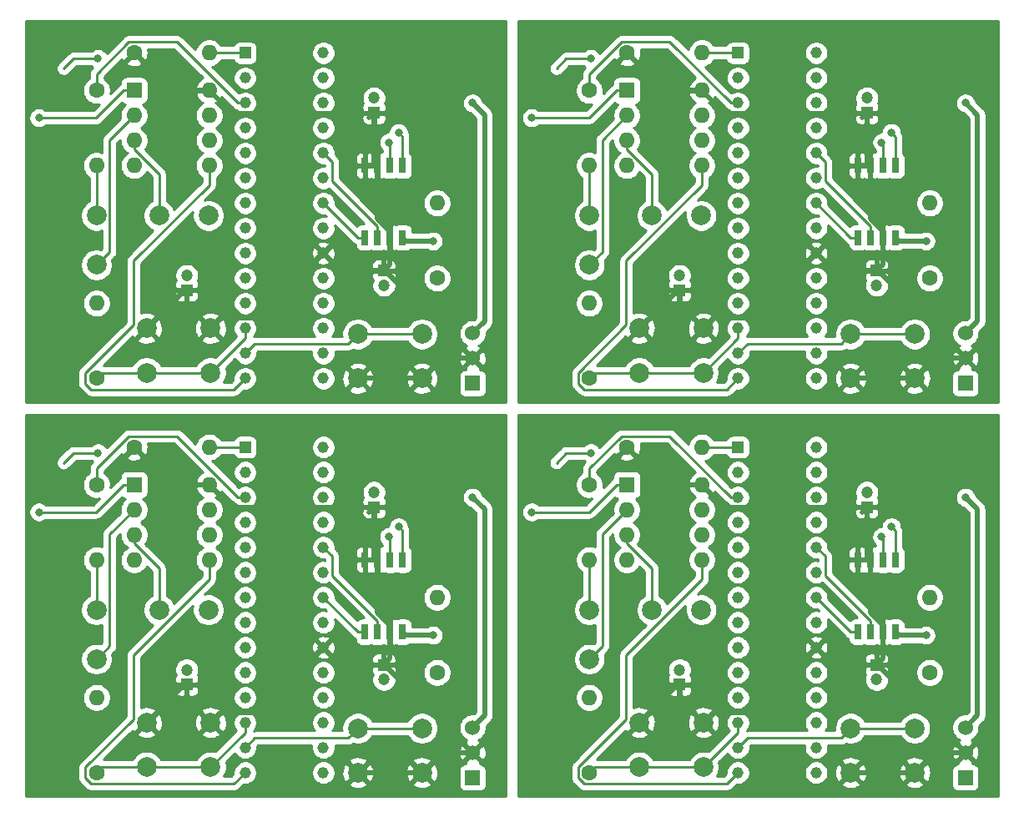
<source format=gtl>
%TF.GenerationSoftware,KiCad,Pcbnew,(5.1.9-0-10_14)*%
%TF.CreationDate,2021-04-15T21:04:48+09:00*%
%TF.ProjectId,RadioExercise_2x2,52616469-6f45-4786-9572-636973655f32,rev?*%
%TF.SameCoordinates,Original*%
%TF.FileFunction,Copper,L1,Top*%
%TF.FilePolarity,Positive*%
%FSLAX46Y46*%
G04 Gerber Fmt 4.6, Leading zero omitted, Abs format (unit mm)*
G04 Created by KiCad (PCBNEW (5.1.9-0-10_14)) date 2021-04-15 21:04:48*
%MOMM*%
%LPD*%
G01*
G04 APERTURE LIST*
%TA.AperFunction,ComponentPad*%
%ADD10R,1.524000X1.524000*%
%TD*%
%TA.AperFunction,ComponentPad*%
%ADD11C,1.524000*%
%TD*%
%TA.AperFunction,ComponentPad*%
%ADD12C,2.000000*%
%TD*%
%TA.AperFunction,ComponentPad*%
%ADD13O,1.600000X1.600000*%
%TD*%
%TA.AperFunction,ComponentPad*%
%ADD14C,1.600000*%
%TD*%
%TA.AperFunction,SMDPad,CuDef*%
%ADD15R,0.700000X1.550000*%
%TD*%
%TA.AperFunction,ComponentPad*%
%ADD16R,1.158000X1.158000*%
%TD*%
%TA.AperFunction,ComponentPad*%
%ADD17C,1.158000*%
%TD*%
%TA.AperFunction,ComponentPad*%
%ADD18R,1.600000X1.600000*%
%TD*%
%TA.AperFunction,ComponentPad*%
%ADD19R,1.200000X1.200000*%
%TD*%
%TA.AperFunction,ComponentPad*%
%ADD20C,1.200000*%
%TD*%
%TA.AperFunction,ViaPad*%
%ADD21C,0.800000*%
%TD*%
%TA.AperFunction,Conductor*%
%ADD22C,0.250000*%
%TD*%
%TA.AperFunction,Conductor*%
%ADD23C,0.500000*%
%TD*%
%TA.AperFunction,Conductor*%
%ADD24C,0.254000*%
%TD*%
%TA.AperFunction,Conductor*%
%ADD25C,0.100000*%
%TD*%
G04 APERTURE END LIST*
D10*
%TO.P,SW5,1*%
%TO.N,Net-(SW5-Pad1)*%
X177928000Y-143528000D03*
D11*
%TO.P,SW5,2*%
%TO.N,VDD*%
X177928000Y-140988000D03*
%TO.P,SW5,3*%
%TO.N,Net-(J1-Pad2)*%
X177928000Y-138448000D03*
%TD*%
D10*
%TO.P,SW5,1*%
%TO.N,Net-(SW5-Pad1)*%
X127928000Y-143528000D03*
D11*
%TO.P,SW5,2*%
%TO.N,VDD*%
X127928000Y-140988000D03*
%TO.P,SW5,3*%
%TO.N,Net-(J1-Pad2)*%
X127928000Y-138448000D03*
%TD*%
D10*
%TO.P,SW5,1*%
%TO.N,Net-(SW5-Pad1)*%
X177928000Y-103528000D03*
D11*
%TO.P,SW5,2*%
%TO.N,VDD*%
X177928000Y-100988000D03*
%TO.P,SW5,3*%
%TO.N,Net-(J1-Pad2)*%
X177928000Y-98448000D03*
%TD*%
D12*
%TO.P,SW2,1*%
%TO.N,VDD*%
X166292000Y-143020000D03*
%TO.P,SW2,2*%
%TO.N,Net-(IC2-Pad13)*%
X166292000Y-138520000D03*
%TO.P,SW2,1*%
%TO.N,VDD*%
X172792000Y-143020000D03*
%TO.P,SW2,2*%
%TO.N,Net-(IC2-Pad13)*%
X172792000Y-138520000D03*
%TD*%
%TO.P,SW2,1*%
%TO.N,VDD*%
X116292000Y-143020000D03*
%TO.P,SW2,2*%
%TO.N,Net-(IC2-Pad13)*%
X116292000Y-138520000D03*
%TO.P,SW2,1*%
%TO.N,VDD*%
X122792000Y-143020000D03*
%TO.P,SW2,2*%
%TO.N,Net-(IC2-Pad13)*%
X122792000Y-138520000D03*
%TD*%
%TO.P,SW2,1*%
%TO.N,VDD*%
X166292000Y-103020000D03*
%TO.P,SW2,2*%
%TO.N,Net-(IC2-Pad13)*%
X166292000Y-98520000D03*
%TO.P,SW2,1*%
%TO.N,VDD*%
X172792000Y-103020000D03*
%TO.P,SW2,2*%
%TO.N,Net-(IC2-Pad13)*%
X172792000Y-98520000D03*
%TD*%
%TO.P,SW1,2*%
%TO.N,Net-(IC2-Pad12)*%
X144852000Y-142440000D03*
%TO.P,SW1,1*%
%TO.N,VDD*%
X144852000Y-137940000D03*
%TO.P,SW1,2*%
%TO.N,Net-(IC2-Pad12)*%
X151352000Y-142440000D03*
%TO.P,SW1,1*%
%TO.N,VDD*%
X151352000Y-137940000D03*
%TD*%
%TO.P,SW1,2*%
%TO.N,Net-(IC2-Pad12)*%
X94852000Y-142440000D03*
%TO.P,SW1,1*%
%TO.N,VDD*%
X94852000Y-137940000D03*
%TO.P,SW1,2*%
%TO.N,Net-(IC2-Pad12)*%
X101352000Y-142440000D03*
%TO.P,SW1,1*%
%TO.N,VDD*%
X101352000Y-137940000D03*
%TD*%
%TO.P,SW1,2*%
%TO.N,Net-(IC2-Pad12)*%
X144852000Y-102440000D03*
%TO.P,SW1,1*%
%TO.N,VDD*%
X144852000Y-97940000D03*
%TO.P,SW1,2*%
%TO.N,Net-(IC2-Pad12)*%
X151352000Y-102440000D03*
%TO.P,SW1,1*%
%TO.N,VDD*%
X151352000Y-97940000D03*
%TD*%
D13*
%TO.P,R5,2*%
%TO.N,Net-(IC2-Pad1)*%
X151202000Y-110000000D03*
D14*
%TO.P,R5,1*%
%TO.N,VDD*%
X143582000Y-110000000D03*
%TD*%
D13*
%TO.P,R5,2*%
%TO.N,Net-(IC2-Pad1)*%
X101202000Y-110000000D03*
D14*
%TO.P,R5,1*%
%TO.N,VDD*%
X93582000Y-110000000D03*
%TD*%
D13*
%TO.P,R5,2*%
%TO.N,Net-(IC2-Pad1)*%
X151202000Y-70000000D03*
D14*
%TO.P,R5,1*%
%TO.N,VDD*%
X143582000Y-70000000D03*
%TD*%
%TO.P,R4,1*%
%TO.N,Net-(IC2-Pad3)*%
X139772000Y-113810000D03*
D13*
%TO.P,R4,2*%
%TO.N,Net-(C1-Pad1)*%
X139772000Y-121430000D03*
%TD*%
D14*
%TO.P,R4,1*%
%TO.N,Net-(IC2-Pad3)*%
X89772000Y-113810000D03*
D13*
%TO.P,R4,2*%
%TO.N,Net-(C1-Pad1)*%
X89772000Y-121430000D03*
%TD*%
D14*
%TO.P,R4,1*%
%TO.N,Net-(IC2-Pad3)*%
X139772000Y-73810000D03*
D13*
%TO.P,R4,2*%
%TO.N,Net-(C1-Pad1)*%
X139772000Y-81430000D03*
%TD*%
D14*
%TO.P,R3,1*%
%TO.N,Net-(IC2-Pad13)*%
X174316000Y-132860000D03*
D13*
%TO.P,R3,2*%
%TO.N,GND*%
X174316000Y-125240000D03*
%TD*%
D14*
%TO.P,R3,1*%
%TO.N,Net-(IC2-Pad13)*%
X124316000Y-132860000D03*
D13*
%TO.P,R3,2*%
%TO.N,GND*%
X124316000Y-125240000D03*
%TD*%
D14*
%TO.P,R3,1*%
%TO.N,Net-(IC2-Pad13)*%
X174316000Y-92860000D03*
D13*
%TO.P,R3,2*%
%TO.N,GND*%
X174316000Y-85240000D03*
%TD*%
%TO.P,R2,2*%
%TO.N,GND*%
X139772000Y-135400000D03*
D14*
%TO.P,R2,1*%
%TO.N,Net-(IC2-Pad12)*%
X139772000Y-143020000D03*
%TD*%
D13*
%TO.P,R2,2*%
%TO.N,GND*%
X89772000Y-135400000D03*
D14*
%TO.P,R2,1*%
%TO.N,Net-(IC2-Pad12)*%
X89772000Y-143020000D03*
%TD*%
D13*
%TO.P,R2,2*%
%TO.N,GND*%
X139772000Y-95400000D03*
D14*
%TO.P,R2,1*%
%TO.N,Net-(IC2-Pad12)*%
X139772000Y-103020000D03*
%TD*%
D15*
%TO.P,IC3,1*%
%TO.N,Net-(IC2-Pad22)*%
X167023000Y-128734000D03*
%TO.P,IC3,2*%
%TO.N,Net-(IC2-Pad24)*%
X168293000Y-128734000D03*
%TO.P,IC3,3*%
%TO.N,VDD*%
X169563000Y-128734000D03*
%TO.P,IC3,4*%
%TO.N,GND*%
X170833000Y-128734000D03*
%TO.P,IC3,5*%
%TO.N,Net-(IC2-Pad25)*%
X170833000Y-121434000D03*
%TO.P,IC3,6*%
%TO.N,Net-(IC2-Pad23)*%
X169563000Y-121434000D03*
%TO.P,IC3,7*%
%TO.N,VDD*%
X168293000Y-121434000D03*
%TO.P,IC3,8*%
X167023000Y-121434000D03*
%TD*%
%TO.P,IC3,1*%
%TO.N,Net-(IC2-Pad22)*%
X117023000Y-128734000D03*
%TO.P,IC3,2*%
%TO.N,Net-(IC2-Pad24)*%
X118293000Y-128734000D03*
%TO.P,IC3,3*%
%TO.N,VDD*%
X119563000Y-128734000D03*
%TO.P,IC3,4*%
%TO.N,GND*%
X120833000Y-128734000D03*
%TO.P,IC3,5*%
%TO.N,Net-(IC2-Pad25)*%
X120833000Y-121434000D03*
%TO.P,IC3,6*%
%TO.N,Net-(IC2-Pad23)*%
X119563000Y-121434000D03*
%TO.P,IC3,7*%
%TO.N,VDD*%
X118293000Y-121434000D03*
%TO.P,IC3,8*%
X117023000Y-121434000D03*
%TD*%
%TO.P,IC3,1*%
%TO.N,Net-(IC2-Pad22)*%
X167023000Y-88734000D03*
%TO.P,IC3,2*%
%TO.N,Net-(IC2-Pad24)*%
X168293000Y-88734000D03*
%TO.P,IC3,3*%
%TO.N,VDD*%
X169563000Y-88734000D03*
%TO.P,IC3,4*%
%TO.N,GND*%
X170833000Y-88734000D03*
%TO.P,IC3,5*%
%TO.N,Net-(IC2-Pad25)*%
X170833000Y-81434000D03*
%TO.P,IC3,6*%
%TO.N,Net-(IC2-Pad23)*%
X169563000Y-81434000D03*
%TO.P,IC3,7*%
%TO.N,VDD*%
X168293000Y-81434000D03*
%TO.P,IC3,8*%
X167023000Y-81434000D03*
%TD*%
D16*
%TO.P,IC2,1*%
%TO.N,Net-(IC2-Pad1)*%
X154853000Y-110000000D03*
D17*
%TO.P,IC2,2*%
%TO.N,Net-(IC2-Pad2)*%
X154853000Y-112540000D03*
%TO.P,IC2,3*%
%TO.N,Net-(IC2-Pad3)*%
X154853000Y-115080000D03*
%TO.P,IC2,4*%
%TO.N,Net-(IC2-Pad4)*%
X154853000Y-117620000D03*
%TO.P,IC2,5*%
%TO.N,Net-(IC2-Pad5)*%
X154853000Y-120160000D03*
%TO.P,IC2,6*%
%TO.N,Net-(IC2-Pad6)*%
X154853000Y-122700000D03*
%TO.P,IC2,7*%
%TO.N,Net-(IC2-Pad7)*%
X154853000Y-125240000D03*
%TO.P,IC2,8*%
%TO.N,GND*%
X154853000Y-127780000D03*
%TO.P,IC2,9*%
%TO.N,Net-(IC2-Pad9)*%
X154853000Y-130320000D03*
%TO.P,IC2,10*%
%TO.N,Net-(IC2-Pad10)*%
X154853000Y-132860000D03*
%TO.P,IC2,11*%
%TO.N,GND*%
X154853000Y-135400000D03*
%TO.P,IC2,12*%
%TO.N,Net-(IC2-Pad12)*%
X154853000Y-137940000D03*
%TO.P,IC2,13*%
%TO.N,Net-(IC2-Pad13)*%
X154853000Y-140480000D03*
%TO.P,IC2,14*%
%TO.N,Net-(IC1-Pad5)*%
X154853000Y-143020000D03*
%TO.P,IC2,15*%
%TO.N,Net-(IC2-Pad15)*%
X162791000Y-143020000D03*
%TO.P,IC2,16*%
%TO.N,Net-(IC2-Pad16)*%
X162791000Y-140480000D03*
%TO.P,IC2,17*%
%TO.N,Net-(IC2-Pad17)*%
X162791000Y-137940000D03*
%TO.P,IC2,18*%
%TO.N,Net-(IC2-Pad18)*%
X162791000Y-135400000D03*
%TO.P,IC2,19*%
%TO.N,GND*%
X162791000Y-132860000D03*
%TO.P,IC2,20*%
%TO.N,VDD*%
X162791000Y-130320000D03*
%TO.P,IC2,21*%
%TO.N,Net-(IC2-Pad21)*%
X162791000Y-127780000D03*
%TO.P,IC2,22*%
%TO.N,Net-(IC2-Pad22)*%
X162791000Y-125240000D03*
%TO.P,IC2,23*%
%TO.N,Net-(IC2-Pad23)*%
X162791000Y-122700000D03*
%TO.P,IC2,24*%
%TO.N,Net-(IC2-Pad24)*%
X162791000Y-120160000D03*
%TO.P,IC2,25*%
%TO.N,Net-(IC2-Pad25)*%
X162791000Y-117620000D03*
%TO.P,IC2,26*%
%TO.N,Net-(IC2-Pad26)*%
X162791000Y-115080000D03*
%TO.P,IC2,27*%
%TO.N,Net-(IC2-Pad27)*%
X162791000Y-112540000D03*
%TO.P,IC2,28*%
%TO.N,Net-(IC2-Pad28)*%
X162791000Y-110000000D03*
%TD*%
D16*
%TO.P,IC2,1*%
%TO.N,Net-(IC2-Pad1)*%
X104853000Y-110000000D03*
D17*
%TO.P,IC2,2*%
%TO.N,Net-(IC2-Pad2)*%
X104853000Y-112540000D03*
%TO.P,IC2,3*%
%TO.N,Net-(IC2-Pad3)*%
X104853000Y-115080000D03*
%TO.P,IC2,4*%
%TO.N,Net-(IC2-Pad4)*%
X104853000Y-117620000D03*
%TO.P,IC2,5*%
%TO.N,Net-(IC2-Pad5)*%
X104853000Y-120160000D03*
%TO.P,IC2,6*%
%TO.N,Net-(IC2-Pad6)*%
X104853000Y-122700000D03*
%TO.P,IC2,7*%
%TO.N,Net-(IC2-Pad7)*%
X104853000Y-125240000D03*
%TO.P,IC2,8*%
%TO.N,GND*%
X104853000Y-127780000D03*
%TO.P,IC2,9*%
%TO.N,Net-(IC2-Pad9)*%
X104853000Y-130320000D03*
%TO.P,IC2,10*%
%TO.N,Net-(IC2-Pad10)*%
X104853000Y-132860000D03*
%TO.P,IC2,11*%
%TO.N,GND*%
X104853000Y-135400000D03*
%TO.P,IC2,12*%
%TO.N,Net-(IC2-Pad12)*%
X104853000Y-137940000D03*
%TO.P,IC2,13*%
%TO.N,Net-(IC2-Pad13)*%
X104853000Y-140480000D03*
%TO.P,IC2,14*%
%TO.N,Net-(IC1-Pad5)*%
X104853000Y-143020000D03*
%TO.P,IC2,15*%
%TO.N,Net-(IC2-Pad15)*%
X112791000Y-143020000D03*
%TO.P,IC2,16*%
%TO.N,Net-(IC2-Pad16)*%
X112791000Y-140480000D03*
%TO.P,IC2,17*%
%TO.N,Net-(IC2-Pad17)*%
X112791000Y-137940000D03*
%TO.P,IC2,18*%
%TO.N,Net-(IC2-Pad18)*%
X112791000Y-135400000D03*
%TO.P,IC2,19*%
%TO.N,GND*%
X112791000Y-132860000D03*
%TO.P,IC2,20*%
%TO.N,VDD*%
X112791000Y-130320000D03*
%TO.P,IC2,21*%
%TO.N,Net-(IC2-Pad21)*%
X112791000Y-127780000D03*
%TO.P,IC2,22*%
%TO.N,Net-(IC2-Pad22)*%
X112791000Y-125240000D03*
%TO.P,IC2,23*%
%TO.N,Net-(IC2-Pad23)*%
X112791000Y-122700000D03*
%TO.P,IC2,24*%
%TO.N,Net-(IC2-Pad24)*%
X112791000Y-120160000D03*
%TO.P,IC2,25*%
%TO.N,Net-(IC2-Pad25)*%
X112791000Y-117620000D03*
%TO.P,IC2,26*%
%TO.N,Net-(IC2-Pad26)*%
X112791000Y-115080000D03*
%TO.P,IC2,27*%
%TO.N,Net-(IC2-Pad27)*%
X112791000Y-112540000D03*
%TO.P,IC2,28*%
%TO.N,Net-(IC2-Pad28)*%
X112791000Y-110000000D03*
%TD*%
D16*
%TO.P,IC2,1*%
%TO.N,Net-(IC2-Pad1)*%
X154853000Y-70000000D03*
D17*
%TO.P,IC2,2*%
%TO.N,Net-(IC2-Pad2)*%
X154853000Y-72540000D03*
%TO.P,IC2,3*%
%TO.N,Net-(IC2-Pad3)*%
X154853000Y-75080000D03*
%TO.P,IC2,4*%
%TO.N,Net-(IC2-Pad4)*%
X154853000Y-77620000D03*
%TO.P,IC2,5*%
%TO.N,Net-(IC2-Pad5)*%
X154853000Y-80160000D03*
%TO.P,IC2,6*%
%TO.N,Net-(IC2-Pad6)*%
X154853000Y-82700000D03*
%TO.P,IC2,7*%
%TO.N,Net-(IC2-Pad7)*%
X154853000Y-85240000D03*
%TO.P,IC2,8*%
%TO.N,GND*%
X154853000Y-87780000D03*
%TO.P,IC2,9*%
%TO.N,Net-(IC2-Pad9)*%
X154853000Y-90320000D03*
%TO.P,IC2,10*%
%TO.N,Net-(IC2-Pad10)*%
X154853000Y-92860000D03*
%TO.P,IC2,11*%
%TO.N,GND*%
X154853000Y-95400000D03*
%TO.P,IC2,12*%
%TO.N,Net-(IC2-Pad12)*%
X154853000Y-97940000D03*
%TO.P,IC2,13*%
%TO.N,Net-(IC2-Pad13)*%
X154853000Y-100480000D03*
%TO.P,IC2,14*%
%TO.N,Net-(IC1-Pad5)*%
X154853000Y-103020000D03*
%TO.P,IC2,15*%
%TO.N,Net-(IC2-Pad15)*%
X162791000Y-103020000D03*
%TO.P,IC2,16*%
%TO.N,Net-(IC2-Pad16)*%
X162791000Y-100480000D03*
%TO.P,IC2,17*%
%TO.N,Net-(IC2-Pad17)*%
X162791000Y-97940000D03*
%TO.P,IC2,18*%
%TO.N,Net-(IC2-Pad18)*%
X162791000Y-95400000D03*
%TO.P,IC2,19*%
%TO.N,GND*%
X162791000Y-92860000D03*
%TO.P,IC2,20*%
%TO.N,VDD*%
X162791000Y-90320000D03*
%TO.P,IC2,21*%
%TO.N,Net-(IC2-Pad21)*%
X162791000Y-87780000D03*
%TO.P,IC2,22*%
%TO.N,Net-(IC2-Pad22)*%
X162791000Y-85240000D03*
%TO.P,IC2,23*%
%TO.N,Net-(IC2-Pad23)*%
X162791000Y-82700000D03*
%TO.P,IC2,24*%
%TO.N,Net-(IC2-Pad24)*%
X162791000Y-80160000D03*
%TO.P,IC2,25*%
%TO.N,Net-(IC2-Pad25)*%
X162791000Y-77620000D03*
%TO.P,IC2,26*%
%TO.N,Net-(IC2-Pad26)*%
X162791000Y-75080000D03*
%TO.P,IC2,27*%
%TO.N,Net-(IC2-Pad27)*%
X162791000Y-72540000D03*
%TO.P,IC2,28*%
%TO.N,Net-(IC2-Pad28)*%
X162791000Y-70000000D03*
%TD*%
D18*
%TO.P,IC1,1*%
%TO.N,Net-(IC1-Pad1)*%
X143582000Y-113810000D03*
D13*
%TO.P,IC1,5*%
%TO.N,Net-(IC1-Pad5)*%
X151202000Y-121430000D03*
%TO.P,IC1,2*%
%TO.N,Net-(C1-Pad2)*%
X143582000Y-116350000D03*
%TO.P,IC1,6*%
%TO.N,Net-(IC1-Pad6)*%
X151202000Y-118890000D03*
%TO.P,IC1,3*%
%TO.N,Net-(C4-Pad1)*%
X143582000Y-118890000D03*
%TO.P,IC1,7*%
%TO.N,Net-(IC1-Pad7)*%
X151202000Y-116350000D03*
%TO.P,IC1,4*%
%TO.N,GND*%
X143582000Y-121430000D03*
%TO.P,IC1,8*%
%TO.N,VDD*%
X151202000Y-113810000D03*
%TD*%
D18*
%TO.P,IC1,1*%
%TO.N,Net-(IC1-Pad1)*%
X93582000Y-113810000D03*
D13*
%TO.P,IC1,5*%
%TO.N,Net-(IC1-Pad5)*%
X101202000Y-121430000D03*
%TO.P,IC1,2*%
%TO.N,Net-(C1-Pad2)*%
X93582000Y-116350000D03*
%TO.P,IC1,6*%
%TO.N,Net-(IC1-Pad6)*%
X101202000Y-118890000D03*
%TO.P,IC1,3*%
%TO.N,Net-(C4-Pad1)*%
X93582000Y-118890000D03*
%TO.P,IC1,7*%
%TO.N,Net-(IC1-Pad7)*%
X101202000Y-116350000D03*
%TO.P,IC1,4*%
%TO.N,GND*%
X93582000Y-121430000D03*
%TO.P,IC1,8*%
%TO.N,VDD*%
X101202000Y-113810000D03*
%TD*%
D18*
%TO.P,IC1,1*%
%TO.N,Net-(IC1-Pad1)*%
X143582000Y-73810000D03*
D13*
%TO.P,IC1,5*%
%TO.N,Net-(IC1-Pad5)*%
X151202000Y-81430000D03*
%TO.P,IC1,2*%
%TO.N,Net-(C1-Pad2)*%
X143582000Y-76350000D03*
%TO.P,IC1,6*%
%TO.N,Net-(IC1-Pad6)*%
X151202000Y-78890000D03*
%TO.P,IC1,3*%
%TO.N,Net-(C4-Pad1)*%
X143582000Y-78890000D03*
%TO.P,IC1,7*%
%TO.N,Net-(IC1-Pad7)*%
X151202000Y-76350000D03*
%TO.P,IC1,4*%
%TO.N,GND*%
X143582000Y-81430000D03*
%TO.P,IC1,8*%
%TO.N,VDD*%
X151202000Y-73810000D03*
%TD*%
D19*
%TO.P,C5,1*%
%TO.N,VDD*%
X167928000Y-116084000D03*
D20*
%TO.P,C5,2*%
%TO.N,GND*%
X167928000Y-114584000D03*
%TD*%
D19*
%TO.P,C5,1*%
%TO.N,VDD*%
X117928000Y-116084000D03*
D20*
%TO.P,C5,2*%
%TO.N,GND*%
X117928000Y-114584000D03*
%TD*%
D19*
%TO.P,C5,1*%
%TO.N,VDD*%
X167928000Y-76084000D03*
D20*
%TO.P,C5,2*%
%TO.N,GND*%
X167928000Y-74584000D03*
%TD*%
D12*
%TO.P,C4,2*%
%TO.N,GND*%
X151122000Y-126510000D03*
%TO.P,C4,1*%
%TO.N,Net-(C4-Pad1)*%
X146122000Y-126510000D03*
%TD*%
%TO.P,C4,2*%
%TO.N,GND*%
X101122000Y-126510000D03*
%TO.P,C4,1*%
%TO.N,Net-(C4-Pad1)*%
X96122000Y-126510000D03*
%TD*%
%TO.P,C4,2*%
%TO.N,GND*%
X151122000Y-86510000D03*
%TO.P,C4,1*%
%TO.N,Net-(C4-Pad1)*%
X146122000Y-86510000D03*
%TD*%
D20*
%TO.P,C3,2*%
%TO.N,GND*%
X168928000Y-133584000D03*
D19*
%TO.P,C3,1*%
%TO.N,VDD*%
X168928000Y-132084000D03*
%TD*%
D20*
%TO.P,C3,2*%
%TO.N,GND*%
X118928000Y-133584000D03*
D19*
%TO.P,C3,1*%
%TO.N,VDD*%
X118928000Y-132084000D03*
%TD*%
D20*
%TO.P,C3,2*%
%TO.N,GND*%
X168928000Y-93584000D03*
D19*
%TO.P,C3,1*%
%TO.N,VDD*%
X168928000Y-92084000D03*
%TD*%
%TO.P,C2,1*%
%TO.N,VDD*%
X148928000Y-134084000D03*
D20*
%TO.P,C2,2*%
%TO.N,GND*%
X148928000Y-132584000D03*
%TD*%
D19*
%TO.P,C2,1*%
%TO.N,VDD*%
X98928000Y-134084000D03*
D20*
%TO.P,C2,2*%
%TO.N,GND*%
X98928000Y-132584000D03*
%TD*%
D19*
%TO.P,C2,1*%
%TO.N,VDD*%
X148928000Y-94084000D03*
D20*
%TO.P,C2,2*%
%TO.N,GND*%
X148928000Y-92584000D03*
%TD*%
D12*
%TO.P,C1,1*%
%TO.N,Net-(C1-Pad1)*%
X139772000Y-126510000D03*
%TO.P,C1,2*%
%TO.N,Net-(C1-Pad2)*%
X139772000Y-131510000D03*
%TD*%
%TO.P,C1,1*%
%TO.N,Net-(C1-Pad1)*%
X89772000Y-126510000D03*
%TO.P,C1,2*%
%TO.N,Net-(C1-Pad2)*%
X89772000Y-131510000D03*
%TD*%
%TO.P,C1,1*%
%TO.N,Net-(C1-Pad1)*%
X139772000Y-86510000D03*
%TO.P,C1,2*%
%TO.N,Net-(C1-Pad2)*%
X139772000Y-91510000D03*
%TD*%
%TO.P,C1,2*%
%TO.N,Net-(C1-Pad2)*%
X89772000Y-91510000D03*
%TO.P,C1,1*%
%TO.N,Net-(C1-Pad1)*%
X89772000Y-86510000D03*
%TD*%
D20*
%TO.P,C2,2*%
%TO.N,GND*%
X98928000Y-92584000D03*
D19*
%TO.P,C2,1*%
%TO.N,VDD*%
X98928000Y-94084000D03*
%TD*%
%TO.P,C3,1*%
%TO.N,VDD*%
X118928000Y-92084000D03*
D20*
%TO.P,C3,2*%
%TO.N,GND*%
X118928000Y-93584000D03*
%TD*%
D12*
%TO.P,C4,1*%
%TO.N,Net-(C4-Pad1)*%
X96122000Y-86510000D03*
%TO.P,C4,2*%
%TO.N,GND*%
X101122000Y-86510000D03*
%TD*%
D20*
%TO.P,C5,2*%
%TO.N,GND*%
X117928000Y-74584000D03*
D19*
%TO.P,C5,1*%
%TO.N,VDD*%
X117928000Y-76084000D03*
%TD*%
D13*
%TO.P,IC1,8*%
%TO.N,VDD*%
X101202000Y-73810000D03*
%TO.P,IC1,4*%
%TO.N,GND*%
X93582000Y-81430000D03*
%TO.P,IC1,7*%
%TO.N,Net-(IC1-Pad7)*%
X101202000Y-76350000D03*
%TO.P,IC1,3*%
%TO.N,Net-(C4-Pad1)*%
X93582000Y-78890000D03*
%TO.P,IC1,6*%
%TO.N,Net-(IC1-Pad6)*%
X101202000Y-78890000D03*
%TO.P,IC1,2*%
%TO.N,Net-(C1-Pad2)*%
X93582000Y-76350000D03*
%TO.P,IC1,5*%
%TO.N,Net-(IC1-Pad5)*%
X101202000Y-81430000D03*
D18*
%TO.P,IC1,1*%
%TO.N,Net-(IC1-Pad1)*%
X93582000Y-73810000D03*
%TD*%
D17*
%TO.P,IC2,28*%
%TO.N,Net-(IC2-Pad28)*%
X112791000Y-70000000D03*
%TO.P,IC2,27*%
%TO.N,Net-(IC2-Pad27)*%
X112791000Y-72540000D03*
%TO.P,IC2,26*%
%TO.N,Net-(IC2-Pad26)*%
X112791000Y-75080000D03*
%TO.P,IC2,25*%
%TO.N,Net-(IC2-Pad25)*%
X112791000Y-77620000D03*
%TO.P,IC2,24*%
%TO.N,Net-(IC2-Pad24)*%
X112791000Y-80160000D03*
%TO.P,IC2,23*%
%TO.N,Net-(IC2-Pad23)*%
X112791000Y-82700000D03*
%TO.P,IC2,22*%
%TO.N,Net-(IC2-Pad22)*%
X112791000Y-85240000D03*
%TO.P,IC2,21*%
%TO.N,Net-(IC2-Pad21)*%
X112791000Y-87780000D03*
%TO.P,IC2,20*%
%TO.N,VDD*%
X112791000Y-90320000D03*
%TO.P,IC2,19*%
%TO.N,GND*%
X112791000Y-92860000D03*
%TO.P,IC2,18*%
%TO.N,Net-(IC2-Pad18)*%
X112791000Y-95400000D03*
%TO.P,IC2,17*%
%TO.N,Net-(IC2-Pad17)*%
X112791000Y-97940000D03*
%TO.P,IC2,16*%
%TO.N,Net-(IC2-Pad16)*%
X112791000Y-100480000D03*
%TO.P,IC2,15*%
%TO.N,Net-(IC2-Pad15)*%
X112791000Y-103020000D03*
%TO.P,IC2,14*%
%TO.N,Net-(IC1-Pad5)*%
X104853000Y-103020000D03*
%TO.P,IC2,13*%
%TO.N,Net-(IC2-Pad13)*%
X104853000Y-100480000D03*
%TO.P,IC2,12*%
%TO.N,Net-(IC2-Pad12)*%
X104853000Y-97940000D03*
%TO.P,IC2,11*%
%TO.N,GND*%
X104853000Y-95400000D03*
%TO.P,IC2,10*%
%TO.N,Net-(IC2-Pad10)*%
X104853000Y-92860000D03*
%TO.P,IC2,9*%
%TO.N,Net-(IC2-Pad9)*%
X104853000Y-90320000D03*
%TO.P,IC2,8*%
%TO.N,GND*%
X104853000Y-87780000D03*
%TO.P,IC2,7*%
%TO.N,Net-(IC2-Pad7)*%
X104853000Y-85240000D03*
%TO.P,IC2,6*%
%TO.N,Net-(IC2-Pad6)*%
X104853000Y-82700000D03*
%TO.P,IC2,5*%
%TO.N,Net-(IC2-Pad5)*%
X104853000Y-80160000D03*
%TO.P,IC2,4*%
%TO.N,Net-(IC2-Pad4)*%
X104853000Y-77620000D03*
%TO.P,IC2,3*%
%TO.N,Net-(IC2-Pad3)*%
X104853000Y-75080000D03*
%TO.P,IC2,2*%
%TO.N,Net-(IC2-Pad2)*%
X104853000Y-72540000D03*
D16*
%TO.P,IC2,1*%
%TO.N,Net-(IC2-Pad1)*%
X104853000Y-70000000D03*
%TD*%
D15*
%TO.P,IC3,8*%
%TO.N,VDD*%
X117023000Y-81434000D03*
%TO.P,IC3,7*%
X118293000Y-81434000D03*
%TO.P,IC3,6*%
%TO.N,Net-(IC2-Pad23)*%
X119563000Y-81434000D03*
%TO.P,IC3,5*%
%TO.N,Net-(IC2-Pad25)*%
X120833000Y-81434000D03*
%TO.P,IC3,4*%
%TO.N,GND*%
X120833000Y-88734000D03*
%TO.P,IC3,3*%
%TO.N,VDD*%
X119563000Y-88734000D03*
%TO.P,IC3,2*%
%TO.N,Net-(IC2-Pad24)*%
X118293000Y-88734000D03*
%TO.P,IC3,1*%
%TO.N,Net-(IC2-Pad22)*%
X117023000Y-88734000D03*
%TD*%
D14*
%TO.P,R2,1*%
%TO.N,Net-(IC2-Pad12)*%
X89772000Y-103020000D03*
D13*
%TO.P,R2,2*%
%TO.N,GND*%
X89772000Y-95400000D03*
%TD*%
%TO.P,R3,2*%
%TO.N,GND*%
X124316000Y-85240000D03*
D14*
%TO.P,R3,1*%
%TO.N,Net-(IC2-Pad13)*%
X124316000Y-92860000D03*
%TD*%
D13*
%TO.P,R4,2*%
%TO.N,Net-(C1-Pad1)*%
X89772000Y-81430000D03*
D14*
%TO.P,R4,1*%
%TO.N,Net-(IC2-Pad3)*%
X89772000Y-73810000D03*
%TD*%
%TO.P,R5,1*%
%TO.N,VDD*%
X93582000Y-70000000D03*
D13*
%TO.P,R5,2*%
%TO.N,Net-(IC2-Pad1)*%
X101202000Y-70000000D03*
%TD*%
D12*
%TO.P,SW1,1*%
%TO.N,VDD*%
X101352000Y-97940000D03*
%TO.P,SW1,2*%
%TO.N,Net-(IC2-Pad12)*%
X101352000Y-102440000D03*
%TO.P,SW1,1*%
%TO.N,VDD*%
X94852000Y-97940000D03*
%TO.P,SW1,2*%
%TO.N,Net-(IC2-Pad12)*%
X94852000Y-102440000D03*
%TD*%
%TO.P,SW2,2*%
%TO.N,Net-(IC2-Pad13)*%
X122792000Y-98520000D03*
%TO.P,SW2,1*%
%TO.N,VDD*%
X122792000Y-103020000D03*
%TO.P,SW2,2*%
%TO.N,Net-(IC2-Pad13)*%
X116292000Y-98520000D03*
%TO.P,SW2,1*%
%TO.N,VDD*%
X116292000Y-103020000D03*
%TD*%
D11*
%TO.P,SW5,3*%
%TO.N,Net-(J1-Pad2)*%
X127928000Y-98448000D03*
%TO.P,SW5,2*%
%TO.N,VDD*%
X127928000Y-100988000D03*
D10*
%TO.P,SW5,1*%
%TO.N,Net-(SW5-Pad1)*%
X127928000Y-103528000D03*
%TD*%
D21*
%TO.N,GND*%
X123928000Y-89084000D03*
X173928000Y-89084000D03*
X123928000Y-129084000D03*
X173928000Y-129084000D03*
%TO.N,Net-(IC1-Pad1)*%
X83928000Y-76584000D03*
X133928000Y-76584000D03*
X83928000Y-116584000D03*
X133928000Y-116584000D03*
%TO.N,Net-(IC1-Pad7)*%
X89928000Y-70584000D03*
X139928000Y-70584000D03*
X89928000Y-110584000D03*
X139928000Y-110584000D03*
%TO.N,Net-(IC2-Pad23)*%
X119428000Y-79084000D03*
X169428000Y-79084000D03*
X119428000Y-119084000D03*
X169428000Y-119084000D03*
%TO.N,Net-(IC2-Pad25)*%
X120428000Y-78084000D03*
X170428000Y-78084000D03*
X120428000Y-118084000D03*
X170428000Y-118084000D03*
%TO.N,Net-(J1-Pad2)*%
X127928000Y-75084000D03*
X177928000Y-75084000D03*
X127928000Y-115084000D03*
X177928000Y-115084000D03*
%TD*%
D22*
%TO.N,Net-(C1-Pad1)*%
X89772000Y-81430000D02*
X89772000Y-86510000D01*
X139772000Y-81430000D02*
X139772000Y-86510000D01*
X89772000Y-121430000D02*
X89772000Y-126510000D01*
X139772000Y-121430000D02*
X139772000Y-126510000D01*
%TO.N,Net-(C1-Pad2)*%
X91097001Y-90184999D02*
X89772000Y-91510000D01*
X91097001Y-78834999D02*
X91097001Y-90184999D01*
X93582000Y-76350000D02*
X91097001Y-78834999D01*
X141097001Y-90184999D02*
X139772000Y-91510000D01*
X91097001Y-130184999D02*
X89772000Y-131510000D01*
X141097001Y-130184999D02*
X139772000Y-131510000D01*
X141097001Y-78834999D02*
X141097001Y-90184999D01*
X91097001Y-118834999D02*
X91097001Y-130184999D01*
X141097001Y-118834999D02*
X141097001Y-130184999D01*
X143582000Y-76350000D02*
X141097001Y-78834999D01*
X93582000Y-116350000D02*
X91097001Y-118834999D01*
X143582000Y-116350000D02*
X141097001Y-118834999D01*
D23*
%TO.N,VDD*%
X124824000Y-100988000D02*
X122792000Y-103020000D01*
X127928000Y-100988000D02*
X124824000Y-100988000D01*
X122792000Y-103020000D02*
X116292000Y-103020000D01*
X119563000Y-91449000D02*
X119563000Y-88734000D01*
X118928000Y-92084000D02*
X119563000Y-91449000D01*
X114555000Y-92084000D02*
X112791000Y-90320000D01*
X118928000Y-92084000D02*
X114555000Y-92084000D01*
X118293000Y-81434000D02*
X117023000Y-81434000D01*
X118293000Y-86798998D02*
X119563000Y-88068998D01*
X119563000Y-88068998D02*
X119563000Y-88734000D01*
X118293000Y-81434000D02*
X118293000Y-86798998D01*
X117928000Y-81069000D02*
X118293000Y-81434000D01*
X117928000Y-76084000D02*
X117928000Y-81069000D01*
X117928000Y-76084000D02*
X117428000Y-76584000D01*
X98928000Y-95516000D02*
X101352000Y-97940000D01*
X98928000Y-94084000D02*
X98928000Y-95516000D01*
X98708000Y-94084000D02*
X94852000Y-97940000D01*
X98928000Y-94084000D02*
X98708000Y-94084000D01*
X97392000Y-73810000D02*
X93582000Y-70000000D01*
X101202000Y-73810000D02*
X97392000Y-73810000D01*
X103501001Y-76109001D02*
X101202000Y-73810000D01*
X117902999Y-76109001D02*
X103501001Y-76109001D01*
X117928000Y-76084000D02*
X117902999Y-76109001D01*
X102381001Y-96910999D02*
X101352000Y-97940000D01*
X106200001Y-96910999D02*
X102381001Y-96910999D01*
X112791000Y-90320000D02*
X106200001Y-96910999D01*
X119024000Y-92084000D02*
X118928000Y-92084000D01*
X127928000Y-100988000D02*
X119024000Y-92084000D01*
X127928000Y-100988000D02*
X128024000Y-100988000D01*
X174824000Y-100988000D02*
X172792000Y-103020000D01*
X124824000Y-140988000D02*
X122792000Y-143020000D01*
X174824000Y-140988000D02*
X172792000Y-143020000D01*
X177928000Y-100988000D02*
X174824000Y-100988000D01*
X127928000Y-140988000D02*
X124824000Y-140988000D01*
X177928000Y-140988000D02*
X174824000Y-140988000D01*
X172792000Y-103020000D02*
X166292000Y-103020000D01*
X122792000Y-143020000D02*
X116292000Y-143020000D01*
X172792000Y-143020000D02*
X166292000Y-143020000D01*
X169563000Y-91449000D02*
X169563000Y-88734000D01*
X119563000Y-131449000D02*
X119563000Y-128734000D01*
X169563000Y-131449000D02*
X169563000Y-128734000D01*
X168928000Y-92084000D02*
X169563000Y-91449000D01*
X118928000Y-132084000D02*
X119563000Y-131449000D01*
X168928000Y-132084000D02*
X169563000Y-131449000D01*
X164555000Y-92084000D02*
X162791000Y-90320000D01*
X114555000Y-132084000D02*
X112791000Y-130320000D01*
X164555000Y-132084000D02*
X162791000Y-130320000D01*
X168928000Y-92084000D02*
X164555000Y-92084000D01*
X118928000Y-132084000D02*
X114555000Y-132084000D01*
X168928000Y-132084000D02*
X164555000Y-132084000D01*
X168293000Y-81434000D02*
X167023000Y-81434000D01*
X118293000Y-121434000D02*
X117023000Y-121434000D01*
X168293000Y-121434000D02*
X167023000Y-121434000D01*
X168293000Y-86798998D02*
X169563000Y-88068998D01*
X118293000Y-126798998D02*
X119563000Y-128068998D01*
X168293000Y-126798998D02*
X169563000Y-128068998D01*
X169563000Y-88068998D02*
X169563000Y-88734000D01*
X119563000Y-128068998D02*
X119563000Y-128734000D01*
X169563000Y-128068998D02*
X169563000Y-128734000D01*
X168293000Y-81434000D02*
X168293000Y-86798998D01*
X118293000Y-121434000D02*
X118293000Y-126798998D01*
X168293000Y-121434000D02*
X168293000Y-126798998D01*
X167928000Y-81069000D02*
X168293000Y-81434000D01*
X117928000Y-121069000D02*
X118293000Y-121434000D01*
X167928000Y-121069000D02*
X168293000Y-121434000D01*
X167928000Y-76084000D02*
X167928000Y-81069000D01*
X117928000Y-116084000D02*
X117928000Y-121069000D01*
X167928000Y-116084000D02*
X167928000Y-121069000D01*
X167928000Y-76084000D02*
X167428000Y-76584000D01*
X117928000Y-116084000D02*
X117428000Y-116584000D01*
X167928000Y-116084000D02*
X167428000Y-116584000D01*
X148928000Y-95516000D02*
X151352000Y-97940000D01*
X98928000Y-135516000D02*
X101352000Y-137940000D01*
X148928000Y-135516000D02*
X151352000Y-137940000D01*
X148928000Y-94084000D02*
X148928000Y-95516000D01*
X98928000Y-134084000D02*
X98928000Y-135516000D01*
X148928000Y-134084000D02*
X148928000Y-135516000D01*
X148708000Y-94084000D02*
X144852000Y-97940000D01*
X98708000Y-134084000D02*
X94852000Y-137940000D01*
X148708000Y-134084000D02*
X144852000Y-137940000D01*
X148928000Y-94084000D02*
X148708000Y-94084000D01*
X98928000Y-134084000D02*
X98708000Y-134084000D01*
X148928000Y-134084000D02*
X148708000Y-134084000D01*
X147392000Y-73810000D02*
X143582000Y-70000000D01*
X97392000Y-113810000D02*
X93582000Y-110000000D01*
X147392000Y-113810000D02*
X143582000Y-110000000D01*
X151202000Y-73810000D02*
X147392000Y-73810000D01*
X101202000Y-113810000D02*
X97392000Y-113810000D01*
X151202000Y-113810000D02*
X147392000Y-113810000D01*
X153501001Y-76109001D02*
X151202000Y-73810000D01*
X103501001Y-116109001D02*
X101202000Y-113810000D01*
X153501001Y-116109001D02*
X151202000Y-113810000D01*
X167902999Y-76109001D02*
X153501001Y-76109001D01*
X117902999Y-116109001D02*
X103501001Y-116109001D01*
X167902999Y-116109001D02*
X153501001Y-116109001D01*
X167928000Y-76084000D02*
X167902999Y-76109001D01*
X117928000Y-116084000D02*
X117902999Y-116109001D01*
X167928000Y-116084000D02*
X167902999Y-116109001D01*
X152381001Y-96910999D02*
X151352000Y-97940000D01*
X102381001Y-136910999D02*
X101352000Y-137940000D01*
X152381001Y-136910999D02*
X151352000Y-137940000D01*
X156200001Y-96910999D02*
X152381001Y-96910999D01*
X106200001Y-136910999D02*
X102381001Y-136910999D01*
X156200001Y-136910999D02*
X152381001Y-136910999D01*
X162791000Y-90320000D02*
X156200001Y-96910999D01*
X112791000Y-130320000D02*
X106200001Y-136910999D01*
X162791000Y-130320000D02*
X156200001Y-136910999D01*
X169024000Y-92084000D02*
X168928000Y-92084000D01*
X119024000Y-132084000D02*
X118928000Y-132084000D01*
X169024000Y-132084000D02*
X168928000Y-132084000D01*
X177928000Y-100988000D02*
X169024000Y-92084000D01*
X127928000Y-140988000D02*
X119024000Y-132084000D01*
X177928000Y-140988000D02*
X169024000Y-132084000D01*
X177928000Y-100988000D02*
X178024000Y-100988000D01*
X127928000Y-140988000D02*
X128024000Y-140988000D01*
X177928000Y-140988000D02*
X178024000Y-140988000D01*
%TO.N,GND*%
X121183000Y-89084000D02*
X120833000Y-88734000D01*
X123928000Y-89084000D02*
X121183000Y-89084000D01*
X171183000Y-89084000D02*
X170833000Y-88734000D01*
X121183000Y-129084000D02*
X120833000Y-128734000D01*
X171183000Y-129084000D02*
X170833000Y-128734000D01*
X173928000Y-89084000D02*
X171183000Y-89084000D01*
X123928000Y-129084000D02*
X121183000Y-129084000D01*
X173928000Y-129084000D02*
X171183000Y-129084000D01*
D22*
%TO.N,Net-(C4-Pad1)*%
X93582000Y-79764998D02*
X93582000Y-78890000D01*
X96122000Y-82304998D02*
X93582000Y-79764998D01*
X96122000Y-86510000D02*
X96122000Y-82304998D01*
X143582000Y-79764998D02*
X143582000Y-78890000D01*
X93582000Y-119764998D02*
X93582000Y-118890000D01*
X143582000Y-119764998D02*
X143582000Y-118890000D01*
X146122000Y-82304998D02*
X143582000Y-79764998D01*
X96122000Y-122304998D02*
X93582000Y-119764998D01*
X146122000Y-122304998D02*
X143582000Y-119764998D01*
X146122000Y-86510000D02*
X146122000Y-82304998D01*
X96122000Y-126510000D02*
X96122000Y-122304998D01*
X146122000Y-126510000D02*
X146122000Y-122304998D01*
%TO.N,Net-(IC1-Pad1)*%
X89758000Y-76584000D02*
X83928000Y-76584000D01*
X92532000Y-73810000D02*
X89758000Y-76584000D01*
X93582000Y-73810000D02*
X92532000Y-73810000D01*
X139758000Y-76584000D02*
X133928000Y-76584000D01*
X89758000Y-116584000D02*
X83928000Y-116584000D01*
X139758000Y-116584000D02*
X133928000Y-116584000D01*
X142532000Y-73810000D02*
X139758000Y-76584000D01*
X92532000Y-113810000D02*
X89758000Y-116584000D01*
X142532000Y-113810000D02*
X139758000Y-116584000D01*
X143582000Y-73810000D02*
X142532000Y-73810000D01*
X93582000Y-113810000D02*
X92532000Y-113810000D01*
X143582000Y-113810000D02*
X142532000Y-113810000D01*
%TO.N,Net-(IC1-Pad5)*%
X103727999Y-104145001D02*
X104853000Y-103020000D01*
X89231999Y-104145001D02*
X103727999Y-104145001D01*
X88646999Y-102479999D02*
X88646999Y-103560001D01*
X93526999Y-91066003D02*
X93526999Y-97599999D01*
X93526999Y-97599999D02*
X88646999Y-102479999D01*
X101202000Y-83391002D02*
X93526999Y-91066003D01*
X88646999Y-103560001D02*
X89231999Y-104145001D01*
X101202000Y-81430000D02*
X101202000Y-83391002D01*
X153727999Y-104145001D02*
X154853000Y-103020000D01*
X103727999Y-144145001D02*
X104853000Y-143020000D01*
X153727999Y-144145001D02*
X154853000Y-143020000D01*
X139231999Y-104145001D02*
X153727999Y-104145001D01*
X89231999Y-144145001D02*
X103727999Y-144145001D01*
X139231999Y-144145001D02*
X153727999Y-144145001D01*
X138646999Y-102479999D02*
X138646999Y-103560001D01*
X88646999Y-142479999D02*
X88646999Y-143560001D01*
X138646999Y-142479999D02*
X138646999Y-143560001D01*
X143526999Y-91066003D02*
X143526999Y-97599999D01*
X93526999Y-131066003D02*
X93526999Y-137599999D01*
X143526999Y-131066003D02*
X143526999Y-137599999D01*
X143526999Y-97599999D02*
X138646999Y-102479999D01*
X93526999Y-137599999D02*
X88646999Y-142479999D01*
X143526999Y-137599999D02*
X138646999Y-142479999D01*
X151202000Y-83391002D02*
X143526999Y-91066003D01*
X101202000Y-123391002D02*
X93526999Y-131066003D01*
X151202000Y-123391002D02*
X143526999Y-131066003D01*
X138646999Y-103560001D02*
X139231999Y-104145001D01*
X88646999Y-143560001D02*
X89231999Y-144145001D01*
X138646999Y-143560001D02*
X139231999Y-144145001D01*
X151202000Y-81430000D02*
X151202000Y-83391002D01*
X101202000Y-121430000D02*
X101202000Y-123391002D01*
X151202000Y-121430000D02*
X151202000Y-123391002D01*
%TO.N,Net-(IC1-Pad7)*%
X89928000Y-70584000D02*
X87428000Y-70584000D01*
X87428000Y-70584000D02*
X86428000Y-71584000D01*
X139928000Y-70584000D02*
X137428000Y-70584000D01*
X89928000Y-110584000D02*
X87428000Y-110584000D01*
X139928000Y-110584000D02*
X137428000Y-110584000D01*
X137428000Y-70584000D02*
X136428000Y-71584000D01*
X87428000Y-110584000D02*
X86428000Y-111584000D01*
X137428000Y-110584000D02*
X136428000Y-111584000D01*
%TO.N,Net-(IC2-Pad1)*%
X104853000Y-70000000D02*
X101202000Y-70000000D01*
X154853000Y-70000000D02*
X151202000Y-70000000D01*
X104853000Y-110000000D02*
X101202000Y-110000000D01*
X154853000Y-110000000D02*
X151202000Y-110000000D01*
%TO.N,Net-(IC2-Pad3)*%
X93041999Y-68874999D02*
X89772000Y-72144998D01*
X104137002Y-75080000D02*
X97932001Y-68874999D01*
X89772000Y-72144998D02*
X89772000Y-73810000D01*
X97932001Y-68874999D02*
X93041999Y-68874999D01*
X104853000Y-75080000D02*
X104137002Y-75080000D01*
X143041999Y-68874999D02*
X139772000Y-72144998D01*
X93041999Y-108874999D02*
X89772000Y-112144998D01*
X143041999Y-108874999D02*
X139772000Y-112144998D01*
X154137002Y-75080000D02*
X147932001Y-68874999D01*
X104137002Y-115080000D02*
X97932001Y-108874999D01*
X154137002Y-115080000D02*
X147932001Y-108874999D01*
X139772000Y-72144998D02*
X139772000Y-73810000D01*
X89772000Y-112144998D02*
X89772000Y-113810000D01*
X139772000Y-112144998D02*
X139772000Y-113810000D01*
X147932001Y-68874999D02*
X143041999Y-68874999D01*
X97932001Y-108874999D02*
X93041999Y-108874999D01*
X147932001Y-108874999D02*
X143041999Y-108874999D01*
X154853000Y-75080000D02*
X154137002Y-75080000D01*
X104853000Y-115080000D02*
X104137002Y-115080000D01*
X154853000Y-115080000D02*
X154137002Y-115080000D01*
%TO.N,Net-(IC2-Pad12)*%
X104853000Y-98939000D02*
X101352000Y-102440000D01*
X104853000Y-97940000D02*
X104853000Y-98939000D01*
X101352000Y-102440000D02*
X94852000Y-102440000D01*
X90352000Y-102440000D02*
X89772000Y-103020000D01*
X94852000Y-102440000D02*
X90352000Y-102440000D01*
X154853000Y-98939000D02*
X151352000Y-102440000D01*
X104853000Y-138939000D02*
X101352000Y-142440000D01*
X154853000Y-138939000D02*
X151352000Y-142440000D01*
X154853000Y-97940000D02*
X154853000Y-98939000D01*
X104853000Y-137940000D02*
X104853000Y-138939000D01*
X154853000Y-137940000D02*
X154853000Y-138939000D01*
X151352000Y-102440000D02*
X144852000Y-102440000D01*
X101352000Y-142440000D02*
X94852000Y-142440000D01*
X151352000Y-142440000D02*
X144852000Y-142440000D01*
X140352000Y-102440000D02*
X139772000Y-103020000D01*
X90352000Y-142440000D02*
X89772000Y-143020000D01*
X140352000Y-142440000D02*
X139772000Y-143020000D01*
X144852000Y-102440000D02*
X140352000Y-102440000D01*
X94852000Y-142440000D02*
X90352000Y-142440000D01*
X144852000Y-142440000D02*
X140352000Y-142440000D01*
%TO.N,Net-(IC2-Pad13)*%
X122792000Y-98520000D02*
X116292000Y-98520000D01*
X105813001Y-99519999D02*
X104853000Y-100480000D01*
X115292001Y-99519999D02*
X105813001Y-99519999D01*
X116292000Y-98520000D02*
X115292001Y-99519999D01*
X172792000Y-98520000D02*
X166292000Y-98520000D01*
X122792000Y-138520000D02*
X116292000Y-138520000D01*
X172792000Y-138520000D02*
X166292000Y-138520000D01*
X155813001Y-99519999D02*
X154853000Y-100480000D01*
X105813001Y-139519999D02*
X104853000Y-140480000D01*
X155813001Y-139519999D02*
X154853000Y-140480000D01*
X165292001Y-99519999D02*
X155813001Y-99519999D01*
X115292001Y-139519999D02*
X105813001Y-139519999D01*
X165292001Y-139519999D02*
X155813001Y-139519999D01*
X166292000Y-98520000D02*
X165292001Y-99519999D01*
X116292000Y-138520000D02*
X115292001Y-139519999D01*
X166292000Y-138520000D02*
X165292001Y-139519999D01*
%TO.N,Net-(IC2-Pad22)*%
X116285000Y-88734000D02*
X112791000Y-85240000D01*
X117023000Y-88734000D02*
X116285000Y-88734000D01*
X166285000Y-88734000D02*
X162791000Y-85240000D01*
X116285000Y-128734000D02*
X112791000Y-125240000D01*
X166285000Y-128734000D02*
X162791000Y-125240000D01*
X167023000Y-88734000D02*
X166285000Y-88734000D01*
X117023000Y-128734000D02*
X116285000Y-128734000D01*
X167023000Y-128734000D02*
X166285000Y-128734000D01*
%TO.N,Net-(IC2-Pad23)*%
X119563000Y-79219000D02*
X119428000Y-79084000D01*
X119563000Y-81434000D02*
X119563000Y-79219000D01*
X169563000Y-79219000D02*
X169428000Y-79084000D01*
X119563000Y-119219000D02*
X119428000Y-119084000D01*
X169563000Y-119219000D02*
X169428000Y-119084000D01*
X169563000Y-81434000D02*
X169563000Y-79219000D01*
X119563000Y-121434000D02*
X119563000Y-119219000D01*
X169563000Y-121434000D02*
X169563000Y-119219000D01*
%TO.N,Net-(IC2-Pad24)*%
X113695001Y-81064001D02*
X112791000Y-80160000D01*
X118293000Y-87612184D02*
X113695001Y-83014185D01*
X113695001Y-83014185D02*
X113695001Y-81064001D01*
X118293000Y-88734000D02*
X118293000Y-87612184D01*
X163695001Y-81064001D02*
X162791000Y-80160000D01*
X113695001Y-121064001D02*
X112791000Y-120160000D01*
X163695001Y-121064001D02*
X162791000Y-120160000D01*
X168293000Y-87612184D02*
X163695001Y-83014185D01*
X118293000Y-127612184D02*
X113695001Y-123014185D01*
X168293000Y-127612184D02*
X163695001Y-123014185D01*
X163695001Y-83014185D02*
X163695001Y-81064001D01*
X113695001Y-123014185D02*
X113695001Y-121064001D01*
X163695001Y-123014185D02*
X163695001Y-121064001D01*
X168293000Y-88734000D02*
X168293000Y-87612184D01*
X118293000Y-128734000D02*
X118293000Y-127612184D01*
X168293000Y-128734000D02*
X168293000Y-127612184D01*
%TO.N,Net-(IC2-Pad25)*%
X120833000Y-78489000D02*
X120428000Y-78084000D01*
X120833000Y-81434000D02*
X120833000Y-78489000D01*
X170833000Y-78489000D02*
X170428000Y-78084000D01*
X120833000Y-118489000D02*
X120428000Y-118084000D01*
X170833000Y-118489000D02*
X170428000Y-118084000D01*
X170833000Y-81434000D02*
X170833000Y-78489000D01*
X120833000Y-121434000D02*
X120833000Y-118489000D01*
X170833000Y-121434000D02*
X170833000Y-118489000D01*
D23*
%TO.N,Net-(J1-Pad2)*%
X129140001Y-76296001D02*
X129140001Y-97235999D01*
X129140001Y-97235999D02*
X127928000Y-98448000D01*
X127928000Y-75084000D02*
X129140001Y-76296001D01*
X179140001Y-76296001D02*
X179140001Y-97235999D01*
X129140001Y-116296001D02*
X129140001Y-137235999D01*
X179140001Y-116296001D02*
X179140001Y-137235999D01*
X179140001Y-97235999D02*
X177928000Y-98448000D01*
X129140001Y-137235999D02*
X127928000Y-138448000D01*
X179140001Y-137235999D02*
X177928000Y-138448000D01*
X177928000Y-75084000D02*
X179140001Y-76296001D01*
X127928000Y-115084000D02*
X129140001Y-116296001D01*
X177928000Y-115084000D02*
X179140001Y-116296001D01*
%TD*%
D24*
%TO.N,VDD*%
X131268000Y-105424000D02*
X82588000Y-105424000D01*
X82588000Y-95258665D01*
X88337000Y-95258665D01*
X88337000Y-95541335D01*
X88392147Y-95818574D01*
X88500320Y-96079727D01*
X88657363Y-96314759D01*
X88857241Y-96514637D01*
X89092273Y-96671680D01*
X89353426Y-96779853D01*
X89630665Y-96835000D01*
X89913335Y-96835000D01*
X90190574Y-96779853D01*
X90451727Y-96671680D01*
X90686759Y-96514637D01*
X90886637Y-96314759D01*
X91043680Y-96079727D01*
X91151853Y-95818574D01*
X91207000Y-95541335D01*
X91207000Y-95258665D01*
X91151853Y-94981426D01*
X91043680Y-94720273D01*
X90886637Y-94485241D01*
X90686759Y-94285363D01*
X90451727Y-94128320D01*
X90190574Y-94020147D01*
X89913335Y-93965000D01*
X89630665Y-93965000D01*
X89353426Y-94020147D01*
X89092273Y-94128320D01*
X88857241Y-94285363D01*
X88657363Y-94485241D01*
X88500320Y-94720273D01*
X88392147Y-94981426D01*
X88337000Y-95258665D01*
X82588000Y-95258665D01*
X82588000Y-76482061D01*
X82893000Y-76482061D01*
X82893000Y-76685939D01*
X82932774Y-76885898D01*
X83010795Y-77074256D01*
X83124063Y-77243774D01*
X83268226Y-77387937D01*
X83437744Y-77501205D01*
X83626102Y-77579226D01*
X83826061Y-77619000D01*
X84029939Y-77619000D01*
X84229898Y-77579226D01*
X84418256Y-77501205D01*
X84587774Y-77387937D01*
X84631711Y-77344000D01*
X89720678Y-77344000D01*
X89758000Y-77347676D01*
X89795322Y-77344000D01*
X89795333Y-77344000D01*
X89906986Y-77333003D01*
X90050247Y-77289546D01*
X90182276Y-77218974D01*
X90298001Y-77124001D01*
X90321804Y-77094997D01*
X92344438Y-75072365D01*
X92427506Y-75140537D01*
X92537820Y-75199502D01*
X92657518Y-75235812D01*
X92665961Y-75236643D01*
X92467363Y-75435241D01*
X92310320Y-75670273D01*
X92202147Y-75931426D01*
X92147000Y-76208665D01*
X92147000Y-76491335D01*
X92183312Y-76673886D01*
X90586004Y-78271195D01*
X90557000Y-78294998D01*
X90520057Y-78340014D01*
X90462027Y-78410723D01*
X90407116Y-78513454D01*
X90391455Y-78542753D01*
X90347998Y-78686014D01*
X90337001Y-78797667D01*
X90337001Y-78797677D01*
X90333325Y-78834999D01*
X90337001Y-78872321D01*
X90337001Y-80110799D01*
X90190574Y-80050147D01*
X89913335Y-79995000D01*
X89630665Y-79995000D01*
X89353426Y-80050147D01*
X89092273Y-80158320D01*
X88857241Y-80315363D01*
X88657363Y-80515241D01*
X88500320Y-80750273D01*
X88392147Y-81011426D01*
X88337000Y-81288665D01*
X88337000Y-81571335D01*
X88392147Y-81848574D01*
X88500320Y-82109727D01*
X88657363Y-82344759D01*
X88857241Y-82544637D01*
X89012000Y-82648044D01*
X89012001Y-85055091D01*
X88997537Y-85061082D01*
X88729748Y-85240013D01*
X88502013Y-85467748D01*
X88323082Y-85735537D01*
X88199832Y-86033088D01*
X88137000Y-86348967D01*
X88137000Y-86671033D01*
X88199832Y-86986912D01*
X88323082Y-87284463D01*
X88502013Y-87552252D01*
X88729748Y-87779987D01*
X88997537Y-87958918D01*
X89295088Y-88082168D01*
X89610967Y-88145000D01*
X89933033Y-88145000D01*
X90248912Y-88082168D01*
X90337002Y-88045680D01*
X90337002Y-89870195D01*
X90263375Y-89943823D01*
X90248912Y-89937832D01*
X89933033Y-89875000D01*
X89610967Y-89875000D01*
X89295088Y-89937832D01*
X88997537Y-90061082D01*
X88729748Y-90240013D01*
X88502013Y-90467748D01*
X88323082Y-90735537D01*
X88199832Y-91033088D01*
X88137000Y-91348967D01*
X88137000Y-91671033D01*
X88199832Y-91986912D01*
X88323082Y-92284463D01*
X88502013Y-92552252D01*
X88729748Y-92779987D01*
X88997537Y-92958918D01*
X89295088Y-93082168D01*
X89610967Y-93145000D01*
X89933033Y-93145000D01*
X90248912Y-93082168D01*
X90546463Y-92958918D01*
X90814252Y-92779987D01*
X91041987Y-92552252D01*
X91220918Y-92284463D01*
X91344168Y-91986912D01*
X91407000Y-91671033D01*
X91407000Y-91348967D01*
X91344168Y-91033088D01*
X91338177Y-91018625D01*
X91608009Y-90748794D01*
X91637002Y-90725000D01*
X91660796Y-90696007D01*
X91660800Y-90696003D01*
X91731974Y-90609276D01*
X91760985Y-90555001D01*
X91802547Y-90477246D01*
X91846004Y-90333985D01*
X91857001Y-90222332D01*
X91857001Y-90222323D01*
X91860677Y-90185000D01*
X91857001Y-90147677D01*
X91857001Y-79149800D01*
X92147000Y-78859801D01*
X92147000Y-79031335D01*
X92202147Y-79308574D01*
X92310320Y-79569727D01*
X92467363Y-79804759D01*
X92667241Y-80004637D01*
X92899759Y-80160000D01*
X92667241Y-80315363D01*
X92467363Y-80515241D01*
X92310320Y-80750273D01*
X92202147Y-81011426D01*
X92147000Y-81288665D01*
X92147000Y-81571335D01*
X92202147Y-81848574D01*
X92310320Y-82109727D01*
X92467363Y-82344759D01*
X92667241Y-82544637D01*
X92902273Y-82701680D01*
X93163426Y-82809853D01*
X93440665Y-82865000D01*
X93723335Y-82865000D01*
X94000574Y-82809853D01*
X94261727Y-82701680D01*
X94496759Y-82544637D01*
X94696637Y-82344759D01*
X94852978Y-82110778D01*
X95362001Y-82619802D01*
X95362000Y-85055091D01*
X95347537Y-85061082D01*
X95079748Y-85240013D01*
X94852013Y-85467748D01*
X94673082Y-85735537D01*
X94549832Y-86033088D01*
X94487000Y-86348967D01*
X94487000Y-86671033D01*
X94549832Y-86986912D01*
X94673082Y-87284463D01*
X94852013Y-87552252D01*
X95079748Y-87779987D01*
X95347537Y-87958918D01*
X95497264Y-88020937D01*
X93016002Y-90502199D01*
X92986998Y-90526002D01*
X92931870Y-90593177D01*
X92892025Y-90641727D01*
X92841882Y-90735537D01*
X92821453Y-90773757D01*
X92777996Y-90917018D01*
X92766999Y-91028671D01*
X92766999Y-91028681D01*
X92763323Y-91066003D01*
X92766999Y-91103326D01*
X92767000Y-97285196D01*
X88136002Y-101916195D01*
X88106998Y-101939998D01*
X88051870Y-102007173D01*
X88012025Y-102055723D01*
X87966877Y-102140188D01*
X87941453Y-102187753D01*
X87897996Y-102331014D01*
X87886999Y-102442667D01*
X87886999Y-102442677D01*
X87883323Y-102479999D01*
X87886999Y-102517322D01*
X87887000Y-103522669D01*
X87883323Y-103560001D01*
X87887000Y-103597334D01*
X87897997Y-103708987D01*
X87901558Y-103720725D01*
X87941453Y-103852247D01*
X88012025Y-103984277D01*
X88083200Y-104071003D01*
X88106999Y-104100002D01*
X88135997Y-104123800D01*
X88668199Y-104656003D01*
X88691998Y-104685002D01*
X88720996Y-104708800D01*
X88807722Y-104779975D01*
X88883608Y-104820537D01*
X88939752Y-104850547D01*
X89083013Y-104894004D01*
X89194666Y-104905001D01*
X89194676Y-104905001D01*
X89231999Y-104908677D01*
X89269322Y-104905001D01*
X103690677Y-104905001D01*
X103727999Y-104908677D01*
X103765321Y-104905001D01*
X103765332Y-104905001D01*
X103876985Y-104894004D01*
X104020246Y-104850547D01*
X104152275Y-104779975D01*
X104268000Y-104685002D01*
X104291803Y-104655999D01*
X104717058Y-104230743D01*
X104733431Y-104234000D01*
X104972569Y-104234000D01*
X105207111Y-104187347D01*
X105428045Y-104095833D01*
X105626880Y-103962975D01*
X105795975Y-103793880D01*
X105928833Y-103595045D01*
X106020347Y-103374111D01*
X106067000Y-103139569D01*
X106067000Y-102900431D01*
X111577000Y-102900431D01*
X111577000Y-103139569D01*
X111623653Y-103374111D01*
X111715167Y-103595045D01*
X111848025Y-103793880D01*
X112017120Y-103962975D01*
X112215955Y-104095833D01*
X112436889Y-104187347D01*
X112671431Y-104234000D01*
X112910569Y-104234000D01*
X113145111Y-104187347D01*
X113222206Y-104155413D01*
X115336192Y-104155413D01*
X115431956Y-104419814D01*
X115721571Y-104560704D01*
X116033108Y-104642384D01*
X116354595Y-104661718D01*
X116673675Y-104617961D01*
X116978088Y-104512795D01*
X117152044Y-104419814D01*
X117247808Y-104155413D01*
X121836192Y-104155413D01*
X121931956Y-104419814D01*
X122221571Y-104560704D01*
X122533108Y-104642384D01*
X122854595Y-104661718D01*
X123173675Y-104617961D01*
X123478088Y-104512795D01*
X123652044Y-104419814D01*
X123747808Y-104155413D01*
X122792000Y-103199605D01*
X121836192Y-104155413D01*
X117247808Y-104155413D01*
X116292000Y-103199605D01*
X115336192Y-104155413D01*
X113222206Y-104155413D01*
X113366045Y-104095833D01*
X113564880Y-103962975D01*
X113733975Y-103793880D01*
X113866833Y-103595045D01*
X113958347Y-103374111D01*
X114005000Y-103139569D01*
X114005000Y-103082595D01*
X114650282Y-103082595D01*
X114694039Y-103401675D01*
X114799205Y-103706088D01*
X114892186Y-103880044D01*
X115156587Y-103975808D01*
X116112395Y-103020000D01*
X116471605Y-103020000D01*
X117427413Y-103975808D01*
X117691814Y-103880044D01*
X117832704Y-103590429D01*
X117914384Y-103278892D01*
X117926189Y-103082595D01*
X121150282Y-103082595D01*
X121194039Y-103401675D01*
X121299205Y-103706088D01*
X121392186Y-103880044D01*
X121656587Y-103975808D01*
X122612395Y-103020000D01*
X122971605Y-103020000D01*
X123927413Y-103975808D01*
X124191814Y-103880044D01*
X124332704Y-103590429D01*
X124414384Y-103278892D01*
X124433718Y-102957405D01*
X124407470Y-102766000D01*
X126527928Y-102766000D01*
X126527928Y-104290000D01*
X126540188Y-104414482D01*
X126576498Y-104534180D01*
X126635463Y-104644494D01*
X126714815Y-104741185D01*
X126811506Y-104820537D01*
X126921820Y-104879502D01*
X127041518Y-104915812D01*
X127166000Y-104928072D01*
X128690000Y-104928072D01*
X128814482Y-104915812D01*
X128934180Y-104879502D01*
X129044494Y-104820537D01*
X129141185Y-104741185D01*
X129220537Y-104644494D01*
X129279502Y-104534180D01*
X129315812Y-104414482D01*
X129328072Y-104290000D01*
X129328072Y-102766000D01*
X129315812Y-102641518D01*
X129279502Y-102521820D01*
X129220537Y-102411506D01*
X129141185Y-102314815D01*
X129044494Y-102235463D01*
X128934180Y-102176498D01*
X128814482Y-102140188D01*
X128690000Y-102127928D01*
X128665317Y-102127928D01*
X128713960Y-101953565D01*
X127928000Y-101167605D01*
X127142040Y-101953565D01*
X127190683Y-102127928D01*
X127166000Y-102127928D01*
X127041518Y-102140188D01*
X126921820Y-102176498D01*
X126811506Y-102235463D01*
X126714815Y-102314815D01*
X126635463Y-102411506D01*
X126576498Y-102521820D01*
X126540188Y-102641518D01*
X126527928Y-102766000D01*
X124407470Y-102766000D01*
X124389961Y-102638325D01*
X124284795Y-102333912D01*
X124191814Y-102159956D01*
X123927413Y-102064192D01*
X122971605Y-103020000D01*
X122612395Y-103020000D01*
X121656587Y-102064192D01*
X121392186Y-102159956D01*
X121251296Y-102449571D01*
X121169616Y-102761108D01*
X121150282Y-103082595D01*
X117926189Y-103082595D01*
X117933718Y-102957405D01*
X117889961Y-102638325D01*
X117784795Y-102333912D01*
X117691814Y-102159956D01*
X117427413Y-102064192D01*
X116471605Y-103020000D01*
X116112395Y-103020000D01*
X115156587Y-102064192D01*
X114892186Y-102159956D01*
X114751296Y-102449571D01*
X114669616Y-102761108D01*
X114650282Y-103082595D01*
X114005000Y-103082595D01*
X114005000Y-102900431D01*
X113958347Y-102665889D01*
X113866833Y-102444955D01*
X113733975Y-102246120D01*
X113564880Y-102077025D01*
X113366045Y-101944167D01*
X113222207Y-101884587D01*
X115336192Y-101884587D01*
X116292000Y-102840395D01*
X117247808Y-101884587D01*
X121836192Y-101884587D01*
X122792000Y-102840395D01*
X123747808Y-101884587D01*
X123652044Y-101620186D01*
X123362429Y-101479296D01*
X123050892Y-101397616D01*
X122729405Y-101378282D01*
X122410325Y-101422039D01*
X122105912Y-101527205D01*
X121931956Y-101620186D01*
X121836192Y-101884587D01*
X117247808Y-101884587D01*
X117152044Y-101620186D01*
X116862429Y-101479296D01*
X116550892Y-101397616D01*
X116229405Y-101378282D01*
X115910325Y-101422039D01*
X115605912Y-101527205D01*
X115431956Y-101620186D01*
X115336192Y-101884587D01*
X113222207Y-101884587D01*
X113145111Y-101852653D01*
X112910569Y-101806000D01*
X112671431Y-101806000D01*
X112436889Y-101852653D01*
X112215955Y-101944167D01*
X112017120Y-102077025D01*
X111848025Y-102246120D01*
X111715167Y-102444955D01*
X111623653Y-102665889D01*
X111577000Y-102900431D01*
X106067000Y-102900431D01*
X106020347Y-102665889D01*
X105928833Y-102444955D01*
X105795975Y-102246120D01*
X105626880Y-102077025D01*
X105428045Y-101944167D01*
X105207111Y-101852653D01*
X104972569Y-101806000D01*
X104733431Y-101806000D01*
X104498889Y-101852653D01*
X104277955Y-101944167D01*
X104079120Y-102077025D01*
X103910025Y-102246120D01*
X103777167Y-102444955D01*
X103685653Y-102665889D01*
X103639000Y-102900431D01*
X103639000Y-103139569D01*
X103642257Y-103155942D01*
X103413198Y-103385001D01*
X102686968Y-103385001D01*
X102800918Y-103214463D01*
X102924168Y-102916912D01*
X102987000Y-102601033D01*
X102987000Y-102278967D01*
X102924168Y-101963088D01*
X102918177Y-101948624D01*
X103791022Y-101075780D01*
X103910025Y-101253880D01*
X104079120Y-101422975D01*
X104277955Y-101555833D01*
X104498889Y-101647347D01*
X104733431Y-101694000D01*
X104972569Y-101694000D01*
X105207111Y-101647347D01*
X105428045Y-101555833D01*
X105626880Y-101422975D01*
X105795975Y-101253880D01*
X105928833Y-101055045D01*
X106020347Y-100834111D01*
X106067000Y-100599569D01*
X106067000Y-100360431D01*
X106063743Y-100344059D01*
X106127804Y-100279999D01*
X111592999Y-100279999D01*
X111577000Y-100360431D01*
X111577000Y-100599569D01*
X111623653Y-100834111D01*
X111715167Y-101055045D01*
X111848025Y-101253880D01*
X112017120Y-101422975D01*
X112215955Y-101555833D01*
X112436889Y-101647347D01*
X112671431Y-101694000D01*
X112910569Y-101694000D01*
X113145111Y-101647347D01*
X113366045Y-101555833D01*
X113564880Y-101422975D01*
X113733975Y-101253880D01*
X113863510Y-101060017D01*
X126526090Y-101060017D01*
X126567078Y-101332133D01*
X126660364Y-101591023D01*
X126722344Y-101706980D01*
X126962435Y-101773960D01*
X127748395Y-100988000D01*
X128107605Y-100988000D01*
X128893565Y-101773960D01*
X129133656Y-101706980D01*
X129250756Y-101457952D01*
X129317023Y-101190865D01*
X129329910Y-100915983D01*
X129288922Y-100643867D01*
X129195636Y-100384977D01*
X129133656Y-100269020D01*
X128893565Y-100202040D01*
X128107605Y-100988000D01*
X127748395Y-100988000D01*
X126962435Y-100202040D01*
X126722344Y-100269020D01*
X126605244Y-100518048D01*
X126538977Y-100785135D01*
X126526090Y-101060017D01*
X113863510Y-101060017D01*
X113866833Y-101055045D01*
X113958347Y-100834111D01*
X114005000Y-100599569D01*
X114005000Y-100360431D01*
X113989001Y-100279999D01*
X115254679Y-100279999D01*
X115292001Y-100283675D01*
X115329323Y-100279999D01*
X115329334Y-100279999D01*
X115440987Y-100269002D01*
X115584248Y-100225545D01*
X115716277Y-100154973D01*
X115800279Y-100086034D01*
X115815088Y-100092168D01*
X116130967Y-100155000D01*
X116453033Y-100155000D01*
X116768912Y-100092168D01*
X117066463Y-99968918D01*
X117334252Y-99789987D01*
X117561987Y-99562252D01*
X117740918Y-99294463D01*
X117746909Y-99280000D01*
X121337091Y-99280000D01*
X121343082Y-99294463D01*
X121522013Y-99562252D01*
X121749748Y-99789987D01*
X122017537Y-99968918D01*
X122315088Y-100092168D01*
X122630967Y-100155000D01*
X122953033Y-100155000D01*
X123268912Y-100092168D01*
X123566463Y-99968918D01*
X123834252Y-99789987D01*
X124061987Y-99562252D01*
X124240918Y-99294463D01*
X124364168Y-98996912D01*
X124427000Y-98681033D01*
X124427000Y-98358967D01*
X124417342Y-98310408D01*
X126531000Y-98310408D01*
X126531000Y-98585592D01*
X126584686Y-98855490D01*
X126689995Y-99109727D01*
X126842880Y-99338535D01*
X127037465Y-99533120D01*
X127266273Y-99686005D01*
X127337943Y-99715692D01*
X127324977Y-99720364D01*
X127209020Y-99782344D01*
X127142040Y-100022435D01*
X127928000Y-100808395D01*
X128713960Y-100022435D01*
X128646980Y-99782344D01*
X128511240Y-99718515D01*
X128589727Y-99686005D01*
X128818535Y-99533120D01*
X129013120Y-99338535D01*
X129166005Y-99109727D01*
X129271314Y-98855490D01*
X129325000Y-98585592D01*
X129325000Y-98310408D01*
X129323701Y-98303878D01*
X129735050Y-97892529D01*
X129768818Y-97864816D01*
X129805245Y-97820431D01*
X129879411Y-97730059D01*
X129905576Y-97681108D01*
X129961590Y-97576312D01*
X130012196Y-97409489D01*
X130025001Y-97279476D01*
X130025001Y-97279466D01*
X130029282Y-97236000D01*
X130025001Y-97192534D01*
X130025001Y-76339466D01*
X130029282Y-76296000D01*
X130025001Y-76252534D01*
X130025001Y-76252524D01*
X130012196Y-76122511D01*
X129961590Y-75955688D01*
X129879412Y-75801942D01*
X129854462Y-75771540D01*
X129796533Y-75700954D01*
X129796531Y-75700952D01*
X129768818Y-75667184D01*
X129735051Y-75639472D01*
X128934535Y-74838957D01*
X128923226Y-74782102D01*
X128845205Y-74593744D01*
X128731937Y-74424226D01*
X128587774Y-74280063D01*
X128418256Y-74166795D01*
X128229898Y-74088774D01*
X128029939Y-74049000D01*
X127826061Y-74049000D01*
X127626102Y-74088774D01*
X127437744Y-74166795D01*
X127268226Y-74280063D01*
X127124063Y-74424226D01*
X127010795Y-74593744D01*
X126932774Y-74782102D01*
X126893000Y-74982061D01*
X126893000Y-75185939D01*
X126932774Y-75385898D01*
X127010795Y-75574256D01*
X127124063Y-75743774D01*
X127268226Y-75887937D01*
X127437744Y-76001205D01*
X127626102Y-76079226D01*
X127682957Y-76090535D01*
X128255001Y-76662580D01*
X128255002Y-96869419D01*
X128072122Y-97052299D01*
X128065592Y-97051000D01*
X127790408Y-97051000D01*
X127520510Y-97104686D01*
X127266273Y-97209995D01*
X127037465Y-97362880D01*
X126842880Y-97557465D01*
X126689995Y-97786273D01*
X126584686Y-98040510D01*
X126531000Y-98310408D01*
X124417342Y-98310408D01*
X124364168Y-98043088D01*
X124240918Y-97745537D01*
X124061987Y-97477748D01*
X123834252Y-97250013D01*
X123566463Y-97071082D01*
X123268912Y-96947832D01*
X122953033Y-96885000D01*
X122630967Y-96885000D01*
X122315088Y-96947832D01*
X122017537Y-97071082D01*
X121749748Y-97250013D01*
X121522013Y-97477748D01*
X121343082Y-97745537D01*
X121337091Y-97760000D01*
X117746909Y-97760000D01*
X117740918Y-97745537D01*
X117561987Y-97477748D01*
X117334252Y-97250013D01*
X117066463Y-97071082D01*
X116768912Y-96947832D01*
X116453033Y-96885000D01*
X116130967Y-96885000D01*
X115815088Y-96947832D01*
X115517537Y-97071082D01*
X115249748Y-97250013D01*
X115022013Y-97477748D01*
X114843082Y-97745537D01*
X114719832Y-98043088D01*
X114657000Y-98358967D01*
X114657000Y-98681033D01*
X114672707Y-98759999D01*
X113687856Y-98759999D01*
X113733975Y-98713880D01*
X113866833Y-98515045D01*
X113958347Y-98294111D01*
X114005000Y-98059569D01*
X114005000Y-97820431D01*
X113958347Y-97585889D01*
X113866833Y-97364955D01*
X113733975Y-97166120D01*
X113564880Y-96997025D01*
X113366045Y-96864167D01*
X113145111Y-96772653D01*
X112910569Y-96726000D01*
X112671431Y-96726000D01*
X112436889Y-96772653D01*
X112215955Y-96864167D01*
X112017120Y-96997025D01*
X111848025Y-97166120D01*
X111715167Y-97364955D01*
X111623653Y-97585889D01*
X111577000Y-97820431D01*
X111577000Y-98059569D01*
X111623653Y-98294111D01*
X111715167Y-98515045D01*
X111848025Y-98713880D01*
X111894144Y-98759999D01*
X105850323Y-98759999D01*
X105813000Y-98756323D01*
X105775677Y-98759999D01*
X105775668Y-98759999D01*
X105747036Y-98762819D01*
X105795975Y-98713880D01*
X105928833Y-98515045D01*
X106020347Y-98294111D01*
X106067000Y-98059569D01*
X106067000Y-97820431D01*
X106020347Y-97585889D01*
X105928833Y-97364955D01*
X105795975Y-97166120D01*
X105626880Y-96997025D01*
X105428045Y-96864167D01*
X105207111Y-96772653D01*
X104972569Y-96726000D01*
X104733431Y-96726000D01*
X104498889Y-96772653D01*
X104277955Y-96864167D01*
X104079120Y-96997025D01*
X103910025Y-97166120D01*
X103777167Y-97364955D01*
X103685653Y-97585889D01*
X103639000Y-97820431D01*
X103639000Y-98059569D01*
X103685653Y-98294111D01*
X103777167Y-98515045D01*
X103910025Y-98713880D01*
X103956672Y-98760527D01*
X101843376Y-100873823D01*
X101828912Y-100867832D01*
X101513033Y-100805000D01*
X101190967Y-100805000D01*
X100875088Y-100867832D01*
X100577537Y-100991082D01*
X100309748Y-101170013D01*
X100082013Y-101397748D01*
X99903082Y-101665537D01*
X99897091Y-101680000D01*
X96306909Y-101680000D01*
X96300918Y-101665537D01*
X96121987Y-101397748D01*
X95894252Y-101170013D01*
X95626463Y-100991082D01*
X95328912Y-100867832D01*
X95013033Y-100805000D01*
X94690967Y-100805000D01*
X94375088Y-100867832D01*
X94077537Y-100991082D01*
X93809748Y-101170013D01*
X93582013Y-101397748D01*
X93403082Y-101665537D01*
X93397091Y-101680000D01*
X90521799Y-101680000D01*
X93126386Y-99075413D01*
X93896192Y-99075413D01*
X93991956Y-99339814D01*
X94281571Y-99480704D01*
X94593108Y-99562384D01*
X94914595Y-99581718D01*
X95233675Y-99537961D01*
X95538088Y-99432795D01*
X95712044Y-99339814D01*
X95807808Y-99075413D01*
X100396192Y-99075413D01*
X100491956Y-99339814D01*
X100781571Y-99480704D01*
X101093108Y-99562384D01*
X101414595Y-99581718D01*
X101733675Y-99537961D01*
X102038088Y-99432795D01*
X102212044Y-99339814D01*
X102307808Y-99075413D01*
X101352000Y-98119605D01*
X100396192Y-99075413D01*
X95807808Y-99075413D01*
X94852000Y-98119605D01*
X93896192Y-99075413D01*
X93126386Y-99075413D01*
X93434620Y-98767180D01*
X93452186Y-98800044D01*
X93716587Y-98895808D01*
X94672395Y-97940000D01*
X95031605Y-97940000D01*
X95987413Y-98895808D01*
X96251814Y-98800044D01*
X96392704Y-98510429D01*
X96474384Y-98198892D01*
X96486189Y-98002595D01*
X99710282Y-98002595D01*
X99754039Y-98321675D01*
X99859205Y-98626088D01*
X99952186Y-98800044D01*
X100216587Y-98895808D01*
X101172395Y-97940000D01*
X101531605Y-97940000D01*
X102487413Y-98895808D01*
X102751814Y-98800044D01*
X102892704Y-98510429D01*
X102974384Y-98198892D01*
X102993718Y-97877405D01*
X102949961Y-97558325D01*
X102844795Y-97253912D01*
X102751814Y-97079956D01*
X102487413Y-96984192D01*
X101531605Y-97940000D01*
X101172395Y-97940000D01*
X100216587Y-96984192D01*
X99952186Y-97079956D01*
X99811296Y-97369571D01*
X99729616Y-97681108D01*
X99710282Y-98002595D01*
X96486189Y-98002595D01*
X96493718Y-97877405D01*
X96449961Y-97558325D01*
X96344795Y-97253912D01*
X96251814Y-97079956D01*
X95987413Y-96984192D01*
X95031605Y-97940000D01*
X94672395Y-97940000D01*
X94658253Y-97925858D01*
X94837858Y-97746253D01*
X94852000Y-97760395D01*
X95807808Y-96804587D01*
X100396192Y-96804587D01*
X101352000Y-97760395D01*
X102307808Y-96804587D01*
X102212044Y-96540186D01*
X101922429Y-96399296D01*
X101610892Y-96317616D01*
X101289405Y-96298282D01*
X100970325Y-96342039D01*
X100665912Y-96447205D01*
X100491956Y-96540186D01*
X100396192Y-96804587D01*
X95807808Y-96804587D01*
X95712044Y-96540186D01*
X95422429Y-96399296D01*
X95110892Y-96317616D01*
X94789405Y-96298282D01*
X94470325Y-96342039D01*
X94286999Y-96405373D01*
X94286999Y-94684000D01*
X97689928Y-94684000D01*
X97702188Y-94808482D01*
X97738498Y-94928180D01*
X97797463Y-95038494D01*
X97876815Y-95135185D01*
X97973506Y-95214537D01*
X98083820Y-95273502D01*
X98203518Y-95309812D01*
X98328000Y-95322072D01*
X98642250Y-95319000D01*
X98801000Y-95160250D01*
X98801000Y-94211000D01*
X99055000Y-94211000D01*
X99055000Y-95160250D01*
X99213750Y-95319000D01*
X99528000Y-95322072D01*
X99652482Y-95309812D01*
X99749338Y-95280431D01*
X103639000Y-95280431D01*
X103639000Y-95519569D01*
X103685653Y-95754111D01*
X103777167Y-95975045D01*
X103910025Y-96173880D01*
X104079120Y-96342975D01*
X104277955Y-96475833D01*
X104498889Y-96567347D01*
X104733431Y-96614000D01*
X104972569Y-96614000D01*
X105207111Y-96567347D01*
X105428045Y-96475833D01*
X105626880Y-96342975D01*
X105795975Y-96173880D01*
X105928833Y-95975045D01*
X106020347Y-95754111D01*
X106067000Y-95519569D01*
X106067000Y-95280431D01*
X111577000Y-95280431D01*
X111577000Y-95519569D01*
X111623653Y-95754111D01*
X111715167Y-95975045D01*
X111848025Y-96173880D01*
X112017120Y-96342975D01*
X112215955Y-96475833D01*
X112436889Y-96567347D01*
X112671431Y-96614000D01*
X112910569Y-96614000D01*
X113145111Y-96567347D01*
X113366045Y-96475833D01*
X113564880Y-96342975D01*
X113733975Y-96173880D01*
X113866833Y-95975045D01*
X113958347Y-95754111D01*
X114005000Y-95519569D01*
X114005000Y-95280431D01*
X113958347Y-95045889D01*
X113866833Y-94824955D01*
X113733975Y-94626120D01*
X113564880Y-94457025D01*
X113366045Y-94324167D01*
X113145111Y-94232653D01*
X112910569Y-94186000D01*
X112671431Y-94186000D01*
X112436889Y-94232653D01*
X112215955Y-94324167D01*
X112017120Y-94457025D01*
X111848025Y-94626120D01*
X111715167Y-94824955D01*
X111623653Y-95045889D01*
X111577000Y-95280431D01*
X106067000Y-95280431D01*
X106020347Y-95045889D01*
X105928833Y-94824955D01*
X105795975Y-94626120D01*
X105626880Y-94457025D01*
X105428045Y-94324167D01*
X105207111Y-94232653D01*
X104972569Y-94186000D01*
X104733431Y-94186000D01*
X104498889Y-94232653D01*
X104277955Y-94324167D01*
X104079120Y-94457025D01*
X103910025Y-94626120D01*
X103777167Y-94824955D01*
X103685653Y-95045889D01*
X103639000Y-95280431D01*
X99749338Y-95280431D01*
X99772180Y-95273502D01*
X99882494Y-95214537D01*
X99979185Y-95135185D01*
X100058537Y-95038494D01*
X100117502Y-94928180D01*
X100153812Y-94808482D01*
X100166072Y-94684000D01*
X100163000Y-94369750D01*
X100004250Y-94211000D01*
X99055000Y-94211000D01*
X98801000Y-94211000D01*
X97851750Y-94211000D01*
X97693000Y-94369750D01*
X97689928Y-94684000D01*
X94286999Y-94684000D01*
X94286999Y-93484000D01*
X97689928Y-93484000D01*
X97693000Y-93798250D01*
X97851750Y-93957000D01*
X98801000Y-93957000D01*
X98801000Y-93937000D01*
X99055000Y-93937000D01*
X99055000Y-93957000D01*
X100004250Y-93957000D01*
X100163000Y-93798250D01*
X100166072Y-93484000D01*
X100153812Y-93359518D01*
X100117502Y-93239820D01*
X100058537Y-93129506D01*
X100045419Y-93113522D01*
X100115540Y-92944236D01*
X100156079Y-92740431D01*
X103639000Y-92740431D01*
X103639000Y-92979569D01*
X103685653Y-93214111D01*
X103777167Y-93435045D01*
X103910025Y-93633880D01*
X104079120Y-93802975D01*
X104277955Y-93935833D01*
X104498889Y-94027347D01*
X104733431Y-94074000D01*
X104972569Y-94074000D01*
X105207111Y-94027347D01*
X105428045Y-93935833D01*
X105626880Y-93802975D01*
X105795975Y-93633880D01*
X105928833Y-93435045D01*
X106020347Y-93214111D01*
X106067000Y-92979569D01*
X106067000Y-92740431D01*
X111577000Y-92740431D01*
X111577000Y-92979569D01*
X111623653Y-93214111D01*
X111715167Y-93435045D01*
X111848025Y-93633880D01*
X112017120Y-93802975D01*
X112215955Y-93935833D01*
X112436889Y-94027347D01*
X112671431Y-94074000D01*
X112910569Y-94074000D01*
X113145111Y-94027347D01*
X113366045Y-93935833D01*
X113564880Y-93802975D01*
X113733975Y-93633880D01*
X113866833Y-93435045D01*
X113958347Y-93214111D01*
X114005000Y-92979569D01*
X114005000Y-92740431D01*
X113993776Y-92684000D01*
X117689928Y-92684000D01*
X117702188Y-92808482D01*
X117738498Y-92928180D01*
X117797463Y-93038494D01*
X117810581Y-93054478D01*
X117740460Y-93223764D01*
X117693000Y-93462363D01*
X117693000Y-93705637D01*
X117740460Y-93944236D01*
X117833557Y-94168992D01*
X117968713Y-94371267D01*
X118140733Y-94543287D01*
X118343008Y-94678443D01*
X118567764Y-94771540D01*
X118806363Y-94819000D01*
X119049637Y-94819000D01*
X119288236Y-94771540D01*
X119512992Y-94678443D01*
X119715267Y-94543287D01*
X119887287Y-94371267D01*
X120022443Y-94168992D01*
X120115540Y-93944236D01*
X120163000Y-93705637D01*
X120163000Y-93462363D01*
X120115540Y-93223764D01*
X120045419Y-93054478D01*
X120058537Y-93038494D01*
X120117502Y-92928180D01*
X120153812Y-92808482D01*
X120162657Y-92718665D01*
X122881000Y-92718665D01*
X122881000Y-93001335D01*
X122936147Y-93278574D01*
X123044320Y-93539727D01*
X123201363Y-93774759D01*
X123401241Y-93974637D01*
X123636273Y-94131680D01*
X123897426Y-94239853D01*
X124174665Y-94295000D01*
X124457335Y-94295000D01*
X124734574Y-94239853D01*
X124995727Y-94131680D01*
X125230759Y-93974637D01*
X125430637Y-93774759D01*
X125587680Y-93539727D01*
X125695853Y-93278574D01*
X125751000Y-93001335D01*
X125751000Y-92718665D01*
X125695853Y-92441426D01*
X125587680Y-92180273D01*
X125430637Y-91945241D01*
X125230759Y-91745363D01*
X124995727Y-91588320D01*
X124734574Y-91480147D01*
X124457335Y-91425000D01*
X124174665Y-91425000D01*
X123897426Y-91480147D01*
X123636273Y-91588320D01*
X123401241Y-91745363D01*
X123201363Y-91945241D01*
X123044320Y-92180273D01*
X122936147Y-92441426D01*
X122881000Y-92718665D01*
X120162657Y-92718665D01*
X120166072Y-92684000D01*
X120163000Y-92369750D01*
X120004250Y-92211000D01*
X119055000Y-92211000D01*
X119055000Y-92231000D01*
X118801000Y-92231000D01*
X118801000Y-92211000D01*
X117851750Y-92211000D01*
X117693000Y-92369750D01*
X117689928Y-92684000D01*
X113993776Y-92684000D01*
X113958347Y-92505889D01*
X113866833Y-92284955D01*
X113733975Y-92086120D01*
X113564880Y-91917025D01*
X113366045Y-91784167D01*
X113145111Y-91692653D01*
X112910569Y-91646000D01*
X112671431Y-91646000D01*
X112436889Y-91692653D01*
X112215955Y-91784167D01*
X112017120Y-91917025D01*
X111848025Y-92086120D01*
X111715167Y-92284955D01*
X111623653Y-92505889D01*
X111577000Y-92740431D01*
X106067000Y-92740431D01*
X106020347Y-92505889D01*
X105928833Y-92284955D01*
X105795975Y-92086120D01*
X105626880Y-91917025D01*
X105428045Y-91784167D01*
X105207111Y-91692653D01*
X104972569Y-91646000D01*
X104733431Y-91646000D01*
X104498889Y-91692653D01*
X104277955Y-91784167D01*
X104079120Y-91917025D01*
X103910025Y-92086120D01*
X103777167Y-92284955D01*
X103685653Y-92505889D01*
X103639000Y-92740431D01*
X100156079Y-92740431D01*
X100163000Y-92705637D01*
X100163000Y-92462363D01*
X100115540Y-92223764D01*
X100022443Y-91999008D01*
X99887287Y-91796733D01*
X99715267Y-91624713D01*
X99512992Y-91489557D01*
X99288236Y-91396460D01*
X99049637Y-91349000D01*
X98806363Y-91349000D01*
X98567764Y-91396460D01*
X98343008Y-91489557D01*
X98140733Y-91624713D01*
X97968713Y-91796733D01*
X97833557Y-91999008D01*
X97740460Y-92223764D01*
X97693000Y-92462363D01*
X97693000Y-92705637D01*
X97740460Y-92944236D01*
X97810581Y-93113522D01*
X97797463Y-93129506D01*
X97738498Y-93239820D01*
X97702188Y-93359518D01*
X97689928Y-93484000D01*
X94286999Y-93484000D01*
X94286999Y-91380804D01*
X95467372Y-90200431D01*
X103639000Y-90200431D01*
X103639000Y-90439569D01*
X103685653Y-90674111D01*
X103777167Y-90895045D01*
X103910025Y-91093880D01*
X104079120Y-91262975D01*
X104277955Y-91395833D01*
X104498889Y-91487347D01*
X104733431Y-91534000D01*
X104972569Y-91534000D01*
X105207111Y-91487347D01*
X105428045Y-91395833D01*
X105626880Y-91262975D01*
X105735118Y-91154737D01*
X112135868Y-91154737D01*
X112180618Y-91376185D01*
X112398397Y-91474970D01*
X112631265Y-91529370D01*
X112870270Y-91537295D01*
X113106230Y-91498440D01*
X113144645Y-91484000D01*
X117689928Y-91484000D01*
X117693000Y-91798250D01*
X117851750Y-91957000D01*
X118801000Y-91957000D01*
X118801000Y-91007750D01*
X119055000Y-91007750D01*
X119055000Y-91957000D01*
X120004250Y-91957000D01*
X120163000Y-91798250D01*
X120166072Y-91484000D01*
X120153812Y-91359518D01*
X120117502Y-91239820D01*
X120058537Y-91129506D01*
X119979185Y-91032815D01*
X119882494Y-90953463D01*
X119772180Y-90894498D01*
X119652482Y-90858188D01*
X119528000Y-90845928D01*
X119213750Y-90849000D01*
X119055000Y-91007750D01*
X118801000Y-91007750D01*
X118642250Y-90849000D01*
X118328000Y-90845928D01*
X118203518Y-90858188D01*
X118083820Y-90894498D01*
X117973506Y-90953463D01*
X117876815Y-91032815D01*
X117797463Y-91129506D01*
X117738498Y-91239820D01*
X117702188Y-91359518D01*
X117689928Y-91484000D01*
X113144645Y-91484000D01*
X113330075Y-91414298D01*
X113401382Y-91376185D01*
X113446132Y-91154737D01*
X112791000Y-90499605D01*
X112135868Y-91154737D01*
X105735118Y-91154737D01*
X105795975Y-91093880D01*
X105928833Y-90895045D01*
X106020347Y-90674111D01*
X106067000Y-90439569D01*
X106067000Y-90399270D01*
X111573705Y-90399270D01*
X111612560Y-90635230D01*
X111696702Y-90859075D01*
X111734815Y-90930382D01*
X111956263Y-90975132D01*
X112611395Y-90320000D01*
X112970605Y-90320000D01*
X113625737Y-90975132D01*
X113847185Y-90930382D01*
X113945970Y-90712603D01*
X114000370Y-90479735D01*
X114008295Y-90240730D01*
X113969440Y-90004770D01*
X113885298Y-89780925D01*
X113847185Y-89709618D01*
X113625737Y-89664868D01*
X112970605Y-90320000D01*
X112611395Y-90320000D01*
X111956263Y-89664868D01*
X111734815Y-89709618D01*
X111636030Y-89927397D01*
X111581630Y-90160265D01*
X111573705Y-90399270D01*
X106067000Y-90399270D01*
X106067000Y-90200431D01*
X106020347Y-89965889D01*
X105928833Y-89744955D01*
X105795975Y-89546120D01*
X105735118Y-89485263D01*
X112135868Y-89485263D01*
X112791000Y-90140395D01*
X113446132Y-89485263D01*
X113401382Y-89263815D01*
X113183603Y-89165030D01*
X112950735Y-89110630D01*
X112711730Y-89102705D01*
X112475770Y-89141560D01*
X112251925Y-89225702D01*
X112180618Y-89263815D01*
X112135868Y-89485263D01*
X105735118Y-89485263D01*
X105626880Y-89377025D01*
X105428045Y-89244167D01*
X105207111Y-89152653D01*
X104972569Y-89106000D01*
X104733431Y-89106000D01*
X104498889Y-89152653D01*
X104277955Y-89244167D01*
X104079120Y-89377025D01*
X103910025Y-89546120D01*
X103777167Y-89744955D01*
X103685653Y-89965889D01*
X103639000Y-90200431D01*
X95467372Y-90200431D01*
X99528755Y-86139048D01*
X99487000Y-86348967D01*
X99487000Y-86671033D01*
X99549832Y-86986912D01*
X99673082Y-87284463D01*
X99852013Y-87552252D01*
X100079748Y-87779987D01*
X100347537Y-87958918D01*
X100645088Y-88082168D01*
X100960967Y-88145000D01*
X101283033Y-88145000D01*
X101598912Y-88082168D01*
X101896463Y-87958918D01*
X102164252Y-87779987D01*
X102283808Y-87660431D01*
X103639000Y-87660431D01*
X103639000Y-87899569D01*
X103685653Y-88134111D01*
X103777167Y-88355045D01*
X103910025Y-88553880D01*
X104079120Y-88722975D01*
X104277955Y-88855833D01*
X104498889Y-88947347D01*
X104733431Y-88994000D01*
X104972569Y-88994000D01*
X105207111Y-88947347D01*
X105428045Y-88855833D01*
X105626880Y-88722975D01*
X105795975Y-88553880D01*
X105928833Y-88355045D01*
X106020347Y-88134111D01*
X106067000Y-87899569D01*
X106067000Y-87660431D01*
X106020347Y-87425889D01*
X105928833Y-87204955D01*
X105795975Y-87006120D01*
X105626880Y-86837025D01*
X105428045Y-86704167D01*
X105207111Y-86612653D01*
X104972569Y-86566000D01*
X104733431Y-86566000D01*
X104498889Y-86612653D01*
X104277955Y-86704167D01*
X104079120Y-86837025D01*
X103910025Y-87006120D01*
X103777167Y-87204955D01*
X103685653Y-87425889D01*
X103639000Y-87660431D01*
X102283808Y-87660431D01*
X102391987Y-87552252D01*
X102570918Y-87284463D01*
X102694168Y-86986912D01*
X102757000Y-86671033D01*
X102757000Y-86348967D01*
X102694168Y-86033088D01*
X102570918Y-85735537D01*
X102391987Y-85467748D01*
X102164252Y-85240013D01*
X101985286Y-85120431D01*
X103639000Y-85120431D01*
X103639000Y-85359569D01*
X103685653Y-85594111D01*
X103777167Y-85815045D01*
X103910025Y-86013880D01*
X104079120Y-86182975D01*
X104277955Y-86315833D01*
X104498889Y-86407347D01*
X104733431Y-86454000D01*
X104972569Y-86454000D01*
X105207111Y-86407347D01*
X105428045Y-86315833D01*
X105626880Y-86182975D01*
X105795975Y-86013880D01*
X105928833Y-85815045D01*
X106020347Y-85594111D01*
X106067000Y-85359569D01*
X106067000Y-85120431D01*
X106020347Y-84885889D01*
X105928833Y-84664955D01*
X105795975Y-84466120D01*
X105626880Y-84297025D01*
X105428045Y-84164167D01*
X105207111Y-84072653D01*
X104972569Y-84026000D01*
X104733431Y-84026000D01*
X104498889Y-84072653D01*
X104277955Y-84164167D01*
X104079120Y-84297025D01*
X103910025Y-84466120D01*
X103777167Y-84664955D01*
X103685653Y-84885889D01*
X103639000Y-85120431D01*
X101985286Y-85120431D01*
X101896463Y-85061082D01*
X101598912Y-84937832D01*
X101283033Y-84875000D01*
X100960967Y-84875000D01*
X100751049Y-84916755D01*
X101713003Y-83954801D01*
X101742001Y-83931003D01*
X101836974Y-83815278D01*
X101907546Y-83683249D01*
X101951003Y-83539988D01*
X101962000Y-83428335D01*
X101965677Y-83391002D01*
X101962000Y-83353669D01*
X101962000Y-82648043D01*
X102063189Y-82580431D01*
X103639000Y-82580431D01*
X103639000Y-82819569D01*
X103685653Y-83054111D01*
X103777167Y-83275045D01*
X103910025Y-83473880D01*
X104079120Y-83642975D01*
X104277955Y-83775833D01*
X104498889Y-83867347D01*
X104733431Y-83914000D01*
X104972569Y-83914000D01*
X105207111Y-83867347D01*
X105428045Y-83775833D01*
X105626880Y-83642975D01*
X105795975Y-83473880D01*
X105928833Y-83275045D01*
X106020347Y-83054111D01*
X106067000Y-82819569D01*
X106067000Y-82580431D01*
X106020347Y-82345889D01*
X105928833Y-82124955D01*
X105795975Y-81926120D01*
X105626880Y-81757025D01*
X105428045Y-81624167D01*
X105207111Y-81532653D01*
X104972569Y-81486000D01*
X104733431Y-81486000D01*
X104498889Y-81532653D01*
X104277955Y-81624167D01*
X104079120Y-81757025D01*
X103910025Y-81926120D01*
X103777167Y-82124955D01*
X103685653Y-82345889D01*
X103639000Y-82580431D01*
X102063189Y-82580431D01*
X102116759Y-82544637D01*
X102316637Y-82344759D01*
X102473680Y-82109727D01*
X102581853Y-81848574D01*
X102637000Y-81571335D01*
X102637000Y-81288665D01*
X102581853Y-81011426D01*
X102473680Y-80750273D01*
X102316637Y-80515241D01*
X102116759Y-80315363D01*
X101884241Y-80160000D01*
X102063189Y-80040431D01*
X103639000Y-80040431D01*
X103639000Y-80279569D01*
X103685653Y-80514111D01*
X103777167Y-80735045D01*
X103910025Y-80933880D01*
X104079120Y-81102975D01*
X104277955Y-81235833D01*
X104498889Y-81327347D01*
X104733431Y-81374000D01*
X104972569Y-81374000D01*
X105207111Y-81327347D01*
X105428045Y-81235833D01*
X105626880Y-81102975D01*
X105795975Y-80933880D01*
X105928833Y-80735045D01*
X106020347Y-80514111D01*
X106067000Y-80279569D01*
X106067000Y-80040431D01*
X111577000Y-80040431D01*
X111577000Y-80279569D01*
X111623653Y-80514111D01*
X111715167Y-80735045D01*
X111848025Y-80933880D01*
X112017120Y-81102975D01*
X112215955Y-81235833D01*
X112436889Y-81327347D01*
X112671431Y-81374000D01*
X112910569Y-81374000D01*
X112926941Y-81370743D01*
X112935002Y-81378804D01*
X112935002Y-81490860D01*
X112910569Y-81486000D01*
X112671431Y-81486000D01*
X112436889Y-81532653D01*
X112215955Y-81624167D01*
X112017120Y-81757025D01*
X111848025Y-81926120D01*
X111715167Y-82124955D01*
X111623653Y-82345889D01*
X111577000Y-82580431D01*
X111577000Y-82819569D01*
X111623653Y-83054111D01*
X111715167Y-83275045D01*
X111848025Y-83473880D01*
X112017120Y-83642975D01*
X112215955Y-83775833D01*
X112436889Y-83867347D01*
X112671431Y-83914000D01*
X112910569Y-83914000D01*
X113145111Y-83867347D01*
X113366045Y-83775833D01*
X113375518Y-83769503D01*
X116926942Y-87320928D01*
X116673000Y-87320928D01*
X116548518Y-87333188D01*
X116428820Y-87369498D01*
X116318506Y-87428463D01*
X116221815Y-87507815D01*
X116182059Y-87556258D01*
X114001743Y-85375942D01*
X114005000Y-85359569D01*
X114005000Y-85120431D01*
X113958347Y-84885889D01*
X113866833Y-84664955D01*
X113733975Y-84466120D01*
X113564880Y-84297025D01*
X113366045Y-84164167D01*
X113145111Y-84072653D01*
X112910569Y-84026000D01*
X112671431Y-84026000D01*
X112436889Y-84072653D01*
X112215955Y-84164167D01*
X112017120Y-84297025D01*
X111848025Y-84466120D01*
X111715167Y-84664955D01*
X111623653Y-84885889D01*
X111577000Y-85120431D01*
X111577000Y-85359569D01*
X111623653Y-85594111D01*
X111715167Y-85815045D01*
X111848025Y-86013880D01*
X112017120Y-86182975D01*
X112215955Y-86315833D01*
X112436889Y-86407347D01*
X112671431Y-86454000D01*
X112910569Y-86454000D01*
X112926942Y-86450743D01*
X113074883Y-86598684D01*
X112910569Y-86566000D01*
X112671431Y-86566000D01*
X112436889Y-86612653D01*
X112215955Y-86704167D01*
X112017120Y-86837025D01*
X111848025Y-87006120D01*
X111715167Y-87204955D01*
X111623653Y-87425889D01*
X111577000Y-87660431D01*
X111577000Y-87899569D01*
X111623653Y-88134111D01*
X111715167Y-88355045D01*
X111848025Y-88553880D01*
X112017120Y-88722975D01*
X112215955Y-88855833D01*
X112436889Y-88947347D01*
X112671431Y-88994000D01*
X112910569Y-88994000D01*
X113145111Y-88947347D01*
X113366045Y-88855833D01*
X113564880Y-88722975D01*
X113733975Y-88553880D01*
X113866833Y-88355045D01*
X113958347Y-88134111D01*
X114005000Y-87899569D01*
X114005000Y-87660431D01*
X113972316Y-87496118D01*
X115721201Y-89245003D01*
X115744999Y-89274001D01*
X115860724Y-89368974D01*
X115992753Y-89439546D01*
X116034928Y-89452339D01*
X116034928Y-89509000D01*
X116047188Y-89633482D01*
X116083498Y-89753180D01*
X116142463Y-89863494D01*
X116221815Y-89960185D01*
X116318506Y-90039537D01*
X116428820Y-90098502D01*
X116548518Y-90134812D01*
X116673000Y-90147072D01*
X117373000Y-90147072D01*
X117497482Y-90134812D01*
X117617180Y-90098502D01*
X117658000Y-90076683D01*
X117698820Y-90098502D01*
X117818518Y-90134812D01*
X117943000Y-90147072D01*
X118643000Y-90147072D01*
X118767482Y-90134812D01*
X118887180Y-90098502D01*
X118928000Y-90076683D01*
X118968820Y-90098502D01*
X119088518Y-90134812D01*
X119213000Y-90147072D01*
X119277250Y-90144000D01*
X119436000Y-89985250D01*
X119436000Y-88861000D01*
X119416000Y-88861000D01*
X119416000Y-88607000D01*
X119436000Y-88607000D01*
X119436000Y-87482750D01*
X119690000Y-87482750D01*
X119690000Y-88607000D01*
X119710000Y-88607000D01*
X119710000Y-88861000D01*
X119690000Y-88861000D01*
X119690000Y-89985250D01*
X119848750Y-90144000D01*
X119913000Y-90147072D01*
X120037482Y-90134812D01*
X120157180Y-90098502D01*
X120198000Y-90076683D01*
X120238820Y-90098502D01*
X120358518Y-90134812D01*
X120483000Y-90147072D01*
X121183000Y-90147072D01*
X121307482Y-90134812D01*
X121427180Y-90098502D01*
X121537494Y-90039537D01*
X121623444Y-89969000D01*
X123389546Y-89969000D01*
X123437744Y-90001205D01*
X123626102Y-90079226D01*
X123826061Y-90119000D01*
X124029939Y-90119000D01*
X124229898Y-90079226D01*
X124418256Y-90001205D01*
X124587774Y-89887937D01*
X124731937Y-89743774D01*
X124845205Y-89574256D01*
X124923226Y-89385898D01*
X124963000Y-89185939D01*
X124963000Y-88982061D01*
X124923226Y-88782102D01*
X124845205Y-88593744D01*
X124731937Y-88424226D01*
X124587774Y-88280063D01*
X124418256Y-88166795D01*
X124229898Y-88088774D01*
X124029939Y-88049000D01*
X123826061Y-88049000D01*
X123626102Y-88088774D01*
X123437744Y-88166795D01*
X123389546Y-88199000D01*
X121821072Y-88199000D01*
X121821072Y-87959000D01*
X121808812Y-87834518D01*
X121772502Y-87714820D01*
X121713537Y-87604506D01*
X121634185Y-87507815D01*
X121537494Y-87428463D01*
X121427180Y-87369498D01*
X121307482Y-87333188D01*
X121183000Y-87320928D01*
X120483000Y-87320928D01*
X120358518Y-87333188D01*
X120238820Y-87369498D01*
X120198000Y-87391317D01*
X120157180Y-87369498D01*
X120037482Y-87333188D01*
X119913000Y-87320928D01*
X119848750Y-87324000D01*
X119690000Y-87482750D01*
X119436000Y-87482750D01*
X119277250Y-87324000D01*
X119213000Y-87320928D01*
X119088518Y-87333188D01*
X119009808Y-87357064D01*
X118998546Y-87319937D01*
X118927974Y-87187908D01*
X118856799Y-87101181D01*
X118833001Y-87072183D01*
X118804003Y-87048385D01*
X116854283Y-85098665D01*
X122881000Y-85098665D01*
X122881000Y-85381335D01*
X122936147Y-85658574D01*
X123044320Y-85919727D01*
X123201363Y-86154759D01*
X123401241Y-86354637D01*
X123636273Y-86511680D01*
X123897426Y-86619853D01*
X124174665Y-86675000D01*
X124457335Y-86675000D01*
X124734574Y-86619853D01*
X124995727Y-86511680D01*
X125230759Y-86354637D01*
X125430637Y-86154759D01*
X125587680Y-85919727D01*
X125695853Y-85658574D01*
X125751000Y-85381335D01*
X125751000Y-85098665D01*
X125695853Y-84821426D01*
X125587680Y-84560273D01*
X125430637Y-84325241D01*
X125230759Y-84125363D01*
X124995727Y-83968320D01*
X124734574Y-83860147D01*
X124457335Y-83805000D01*
X124174665Y-83805000D01*
X123897426Y-83860147D01*
X123636273Y-83968320D01*
X123401241Y-84125363D01*
X123201363Y-84325241D01*
X123044320Y-84560273D01*
X122936147Y-84821426D01*
X122881000Y-85098665D01*
X116854283Y-85098665D01*
X114455001Y-82699384D01*
X114455001Y-82209000D01*
X116034928Y-82209000D01*
X116047188Y-82333482D01*
X116083498Y-82453180D01*
X116142463Y-82563494D01*
X116221815Y-82660185D01*
X116318506Y-82739537D01*
X116428820Y-82798502D01*
X116548518Y-82834812D01*
X116673000Y-82847072D01*
X116737250Y-82844000D01*
X116896000Y-82685250D01*
X116896000Y-81561000D01*
X117150000Y-81561000D01*
X117150000Y-82685250D01*
X117308750Y-82844000D01*
X117373000Y-82847072D01*
X117497482Y-82834812D01*
X117617180Y-82798502D01*
X117658000Y-82776683D01*
X117698820Y-82798502D01*
X117818518Y-82834812D01*
X117943000Y-82847072D01*
X118007250Y-82844000D01*
X118166000Y-82685250D01*
X118166000Y-81561000D01*
X117150000Y-81561000D01*
X116896000Y-81561000D01*
X116196750Y-81561000D01*
X116038000Y-81719750D01*
X116034928Y-82209000D01*
X114455001Y-82209000D01*
X114455001Y-81101323D01*
X114458677Y-81064000D01*
X114455001Y-81026677D01*
X114455001Y-81026668D01*
X114444004Y-80915015D01*
X114400547Y-80771754D01*
X114340278Y-80659000D01*
X116034928Y-80659000D01*
X116038000Y-81148250D01*
X116196750Y-81307000D01*
X116896000Y-81307000D01*
X116896000Y-80182750D01*
X117150000Y-80182750D01*
X117150000Y-81307000D01*
X118166000Y-81307000D01*
X118166000Y-80182750D01*
X118007250Y-80024000D01*
X117943000Y-80020928D01*
X117818518Y-80033188D01*
X117698820Y-80069498D01*
X117658000Y-80091317D01*
X117617180Y-80069498D01*
X117497482Y-80033188D01*
X117373000Y-80020928D01*
X117308750Y-80024000D01*
X117150000Y-80182750D01*
X116896000Y-80182750D01*
X116737250Y-80024000D01*
X116673000Y-80020928D01*
X116548518Y-80033188D01*
X116428820Y-80069498D01*
X116318506Y-80128463D01*
X116221815Y-80207815D01*
X116142463Y-80304506D01*
X116083498Y-80414820D01*
X116047188Y-80534518D01*
X116034928Y-80659000D01*
X114340278Y-80659000D01*
X114329975Y-80639725D01*
X114316812Y-80623686D01*
X114258800Y-80552997D01*
X114258796Y-80552993D01*
X114235002Y-80524000D01*
X114206009Y-80500206D01*
X114001743Y-80295941D01*
X114005000Y-80279569D01*
X114005000Y-80040431D01*
X113958347Y-79805889D01*
X113866833Y-79584955D01*
X113733975Y-79386120D01*
X113564880Y-79217025D01*
X113366045Y-79084167D01*
X113145111Y-78992653D01*
X113091862Y-78982061D01*
X118393000Y-78982061D01*
X118393000Y-79185939D01*
X118432774Y-79385898D01*
X118510795Y-79574256D01*
X118624063Y-79743774D01*
X118768226Y-79887937D01*
X118803001Y-79911173D01*
X118803001Y-80043962D01*
X118767482Y-80033188D01*
X118643000Y-80020928D01*
X118578750Y-80024000D01*
X118420000Y-80182750D01*
X118420000Y-81307000D01*
X118440000Y-81307000D01*
X118440000Y-81561000D01*
X118420000Y-81561000D01*
X118420000Y-82685250D01*
X118578750Y-82844000D01*
X118643000Y-82847072D01*
X118767482Y-82834812D01*
X118887180Y-82798502D01*
X118928000Y-82776683D01*
X118968820Y-82798502D01*
X119088518Y-82834812D01*
X119213000Y-82847072D01*
X119913000Y-82847072D01*
X120037482Y-82834812D01*
X120157180Y-82798502D01*
X120198000Y-82776683D01*
X120238820Y-82798502D01*
X120358518Y-82834812D01*
X120483000Y-82847072D01*
X121183000Y-82847072D01*
X121307482Y-82834812D01*
X121427180Y-82798502D01*
X121537494Y-82739537D01*
X121634185Y-82660185D01*
X121713537Y-82563494D01*
X121772502Y-82453180D01*
X121808812Y-82333482D01*
X121821072Y-82209000D01*
X121821072Y-80659000D01*
X121808812Y-80534518D01*
X121772502Y-80414820D01*
X121713537Y-80304506D01*
X121634185Y-80207815D01*
X121593000Y-80174015D01*
X121593000Y-78526322D01*
X121596676Y-78488999D01*
X121593000Y-78451676D01*
X121593000Y-78451667D01*
X121582003Y-78340014D01*
X121538546Y-78196753D01*
X121467974Y-78064724D01*
X121463000Y-78058663D01*
X121463000Y-77982061D01*
X121423226Y-77782102D01*
X121345205Y-77593744D01*
X121231937Y-77424226D01*
X121087774Y-77280063D01*
X120918256Y-77166795D01*
X120729898Y-77088774D01*
X120529939Y-77049000D01*
X120326061Y-77049000D01*
X120126102Y-77088774D01*
X119937744Y-77166795D01*
X119768226Y-77280063D01*
X119624063Y-77424226D01*
X119510795Y-77593744D01*
X119432774Y-77782102D01*
X119393000Y-77982061D01*
X119393000Y-78049000D01*
X119326061Y-78049000D01*
X119126102Y-78088774D01*
X118937744Y-78166795D01*
X118768226Y-78280063D01*
X118624063Y-78424226D01*
X118510795Y-78593744D01*
X118432774Y-78782102D01*
X118393000Y-78982061D01*
X113091862Y-78982061D01*
X112910569Y-78946000D01*
X112671431Y-78946000D01*
X112436889Y-78992653D01*
X112215955Y-79084167D01*
X112017120Y-79217025D01*
X111848025Y-79386120D01*
X111715167Y-79584955D01*
X111623653Y-79805889D01*
X111577000Y-80040431D01*
X106067000Y-80040431D01*
X106020347Y-79805889D01*
X105928833Y-79584955D01*
X105795975Y-79386120D01*
X105626880Y-79217025D01*
X105428045Y-79084167D01*
X105207111Y-78992653D01*
X104972569Y-78946000D01*
X104733431Y-78946000D01*
X104498889Y-78992653D01*
X104277955Y-79084167D01*
X104079120Y-79217025D01*
X103910025Y-79386120D01*
X103777167Y-79584955D01*
X103685653Y-79805889D01*
X103639000Y-80040431D01*
X102063189Y-80040431D01*
X102116759Y-80004637D01*
X102316637Y-79804759D01*
X102473680Y-79569727D01*
X102581853Y-79308574D01*
X102637000Y-79031335D01*
X102637000Y-78748665D01*
X102581853Y-78471426D01*
X102473680Y-78210273D01*
X102316637Y-77975241D01*
X102116759Y-77775363D01*
X101884241Y-77620000D01*
X102063189Y-77500431D01*
X103639000Y-77500431D01*
X103639000Y-77739569D01*
X103685653Y-77974111D01*
X103777167Y-78195045D01*
X103910025Y-78393880D01*
X104079120Y-78562975D01*
X104277955Y-78695833D01*
X104498889Y-78787347D01*
X104733431Y-78834000D01*
X104972569Y-78834000D01*
X105207111Y-78787347D01*
X105428045Y-78695833D01*
X105626880Y-78562975D01*
X105795975Y-78393880D01*
X105928833Y-78195045D01*
X106020347Y-77974111D01*
X106067000Y-77739569D01*
X106067000Y-77500431D01*
X111577000Y-77500431D01*
X111577000Y-77739569D01*
X111623653Y-77974111D01*
X111715167Y-78195045D01*
X111848025Y-78393880D01*
X112017120Y-78562975D01*
X112215955Y-78695833D01*
X112436889Y-78787347D01*
X112671431Y-78834000D01*
X112910569Y-78834000D01*
X113145111Y-78787347D01*
X113366045Y-78695833D01*
X113564880Y-78562975D01*
X113733975Y-78393880D01*
X113866833Y-78195045D01*
X113958347Y-77974111D01*
X114005000Y-77739569D01*
X114005000Y-77500431D01*
X113958347Y-77265889D01*
X113866833Y-77044955D01*
X113733975Y-76846120D01*
X113571855Y-76684000D01*
X116689928Y-76684000D01*
X116702188Y-76808482D01*
X116738498Y-76928180D01*
X116797463Y-77038494D01*
X116876815Y-77135185D01*
X116973506Y-77214537D01*
X117083820Y-77273502D01*
X117203518Y-77309812D01*
X117328000Y-77322072D01*
X117642250Y-77319000D01*
X117801000Y-77160250D01*
X117801000Y-76211000D01*
X118055000Y-76211000D01*
X118055000Y-77160250D01*
X118213750Y-77319000D01*
X118528000Y-77322072D01*
X118652482Y-77309812D01*
X118772180Y-77273502D01*
X118882494Y-77214537D01*
X118979185Y-77135185D01*
X119058537Y-77038494D01*
X119117502Y-76928180D01*
X119153812Y-76808482D01*
X119166072Y-76684000D01*
X119163000Y-76369750D01*
X119004250Y-76211000D01*
X118055000Y-76211000D01*
X117801000Y-76211000D01*
X116851750Y-76211000D01*
X116693000Y-76369750D01*
X116689928Y-76684000D01*
X113571855Y-76684000D01*
X113564880Y-76677025D01*
X113366045Y-76544167D01*
X113145111Y-76452653D01*
X112910569Y-76406000D01*
X112671431Y-76406000D01*
X112436889Y-76452653D01*
X112215955Y-76544167D01*
X112017120Y-76677025D01*
X111848025Y-76846120D01*
X111715167Y-77044955D01*
X111623653Y-77265889D01*
X111577000Y-77500431D01*
X106067000Y-77500431D01*
X106020347Y-77265889D01*
X105928833Y-77044955D01*
X105795975Y-76846120D01*
X105626880Y-76677025D01*
X105428045Y-76544167D01*
X105207111Y-76452653D01*
X104972569Y-76406000D01*
X104733431Y-76406000D01*
X104498889Y-76452653D01*
X104277955Y-76544167D01*
X104079120Y-76677025D01*
X103910025Y-76846120D01*
X103777167Y-77044955D01*
X103685653Y-77265889D01*
X103639000Y-77500431D01*
X102063189Y-77500431D01*
X102116759Y-77464637D01*
X102316637Y-77264759D01*
X102473680Y-77029727D01*
X102581853Y-76768574D01*
X102637000Y-76491335D01*
X102637000Y-76208665D01*
X102581853Y-75931426D01*
X102473680Y-75670273D01*
X102316637Y-75435241D01*
X102116759Y-75235363D01*
X101881727Y-75078320D01*
X101871135Y-75073933D01*
X102057131Y-74962385D01*
X102265519Y-74773414D01*
X102433037Y-74547420D01*
X102464035Y-74481835D01*
X103573203Y-75591003D01*
X103597001Y-75620001D01*
X103625999Y-75643799D01*
X103712726Y-75714974D01*
X103844755Y-75785546D01*
X103869351Y-75793007D01*
X103910025Y-75853880D01*
X104079120Y-76022975D01*
X104277955Y-76155833D01*
X104498889Y-76247347D01*
X104733431Y-76294000D01*
X104972569Y-76294000D01*
X105207111Y-76247347D01*
X105428045Y-76155833D01*
X105626880Y-76022975D01*
X105795975Y-75853880D01*
X105928833Y-75655045D01*
X106020347Y-75434111D01*
X106067000Y-75199569D01*
X106067000Y-74960431D01*
X111577000Y-74960431D01*
X111577000Y-75199569D01*
X111623653Y-75434111D01*
X111715167Y-75655045D01*
X111848025Y-75853880D01*
X112017120Y-76022975D01*
X112215955Y-76155833D01*
X112436889Y-76247347D01*
X112671431Y-76294000D01*
X112910569Y-76294000D01*
X113145111Y-76247347D01*
X113366045Y-76155833D01*
X113564880Y-76022975D01*
X113733975Y-75853880D01*
X113866833Y-75655045D01*
X113937682Y-75484000D01*
X116689928Y-75484000D01*
X116693000Y-75798250D01*
X116851750Y-75957000D01*
X117801000Y-75957000D01*
X117801000Y-75937000D01*
X118055000Y-75937000D01*
X118055000Y-75957000D01*
X119004250Y-75957000D01*
X119163000Y-75798250D01*
X119166072Y-75484000D01*
X119153812Y-75359518D01*
X119117502Y-75239820D01*
X119058537Y-75129506D01*
X119045419Y-75113522D01*
X119115540Y-74944236D01*
X119163000Y-74705637D01*
X119163000Y-74462363D01*
X119115540Y-74223764D01*
X119022443Y-73999008D01*
X118887287Y-73796733D01*
X118715267Y-73624713D01*
X118512992Y-73489557D01*
X118288236Y-73396460D01*
X118049637Y-73349000D01*
X117806363Y-73349000D01*
X117567764Y-73396460D01*
X117343008Y-73489557D01*
X117140733Y-73624713D01*
X116968713Y-73796733D01*
X116833557Y-73999008D01*
X116740460Y-74223764D01*
X116693000Y-74462363D01*
X116693000Y-74705637D01*
X116740460Y-74944236D01*
X116810581Y-75113522D01*
X116797463Y-75129506D01*
X116738498Y-75239820D01*
X116702188Y-75359518D01*
X116689928Y-75484000D01*
X113937682Y-75484000D01*
X113958347Y-75434111D01*
X114005000Y-75199569D01*
X114005000Y-74960431D01*
X113958347Y-74725889D01*
X113866833Y-74504955D01*
X113733975Y-74306120D01*
X113564880Y-74137025D01*
X113366045Y-74004167D01*
X113145111Y-73912653D01*
X112910569Y-73866000D01*
X112671431Y-73866000D01*
X112436889Y-73912653D01*
X112215955Y-74004167D01*
X112017120Y-74137025D01*
X111848025Y-74306120D01*
X111715167Y-74504955D01*
X111623653Y-74725889D01*
X111577000Y-74960431D01*
X106067000Y-74960431D01*
X106020347Y-74725889D01*
X105928833Y-74504955D01*
X105795975Y-74306120D01*
X105626880Y-74137025D01*
X105428045Y-74004167D01*
X105207111Y-73912653D01*
X104972569Y-73866000D01*
X104733431Y-73866000D01*
X104498889Y-73912653D01*
X104277955Y-74004167D01*
X104192842Y-74061038D01*
X102552235Y-72420431D01*
X103639000Y-72420431D01*
X103639000Y-72659569D01*
X103685653Y-72894111D01*
X103777167Y-73115045D01*
X103910025Y-73313880D01*
X104079120Y-73482975D01*
X104277955Y-73615833D01*
X104498889Y-73707347D01*
X104733431Y-73754000D01*
X104972569Y-73754000D01*
X105207111Y-73707347D01*
X105428045Y-73615833D01*
X105626880Y-73482975D01*
X105795975Y-73313880D01*
X105928833Y-73115045D01*
X106020347Y-72894111D01*
X106067000Y-72659569D01*
X106067000Y-72420431D01*
X111577000Y-72420431D01*
X111577000Y-72659569D01*
X111623653Y-72894111D01*
X111715167Y-73115045D01*
X111848025Y-73313880D01*
X112017120Y-73482975D01*
X112215955Y-73615833D01*
X112436889Y-73707347D01*
X112671431Y-73754000D01*
X112910569Y-73754000D01*
X113145111Y-73707347D01*
X113366045Y-73615833D01*
X113564880Y-73482975D01*
X113733975Y-73313880D01*
X113866833Y-73115045D01*
X113958347Y-72894111D01*
X114005000Y-72659569D01*
X114005000Y-72420431D01*
X113958347Y-72185889D01*
X113866833Y-71964955D01*
X113733975Y-71766120D01*
X113564880Y-71597025D01*
X113366045Y-71464167D01*
X113145111Y-71372653D01*
X112910569Y-71326000D01*
X112671431Y-71326000D01*
X112436889Y-71372653D01*
X112215955Y-71464167D01*
X112017120Y-71597025D01*
X111848025Y-71766120D01*
X111715167Y-71964955D01*
X111623653Y-72185889D01*
X111577000Y-72420431D01*
X106067000Y-72420431D01*
X106020347Y-72185889D01*
X105928833Y-71964955D01*
X105795975Y-71766120D01*
X105626880Y-71597025D01*
X105428045Y-71464167D01*
X105207111Y-71372653D01*
X104972569Y-71326000D01*
X104733431Y-71326000D01*
X104498889Y-71372653D01*
X104277955Y-71464167D01*
X104079120Y-71597025D01*
X103910025Y-71766120D01*
X103777167Y-71964955D01*
X103685653Y-72185889D01*
X103639000Y-72420431D01*
X102552235Y-72420431D01*
X101529727Y-71397924D01*
X101620574Y-71379853D01*
X101881727Y-71271680D01*
X102116759Y-71114637D01*
X102316637Y-70914759D01*
X102420043Y-70760000D01*
X103665333Y-70760000D01*
X103684498Y-70823180D01*
X103743463Y-70933494D01*
X103822815Y-71030185D01*
X103919506Y-71109537D01*
X104029820Y-71168502D01*
X104149518Y-71204812D01*
X104274000Y-71217072D01*
X105432000Y-71217072D01*
X105556482Y-71204812D01*
X105676180Y-71168502D01*
X105786494Y-71109537D01*
X105883185Y-71030185D01*
X105962537Y-70933494D01*
X106021502Y-70823180D01*
X106057812Y-70703482D01*
X106070072Y-70579000D01*
X106070072Y-69880431D01*
X111577000Y-69880431D01*
X111577000Y-70119569D01*
X111623653Y-70354111D01*
X111715167Y-70575045D01*
X111848025Y-70773880D01*
X112017120Y-70942975D01*
X112215955Y-71075833D01*
X112436889Y-71167347D01*
X112671431Y-71214000D01*
X112910569Y-71214000D01*
X113145111Y-71167347D01*
X113366045Y-71075833D01*
X113564880Y-70942975D01*
X113733975Y-70773880D01*
X113866833Y-70575045D01*
X113958347Y-70354111D01*
X114005000Y-70119569D01*
X114005000Y-69880431D01*
X113958347Y-69645889D01*
X113866833Y-69424955D01*
X113733975Y-69226120D01*
X113564880Y-69057025D01*
X113366045Y-68924167D01*
X113145111Y-68832653D01*
X112910569Y-68786000D01*
X112671431Y-68786000D01*
X112436889Y-68832653D01*
X112215955Y-68924167D01*
X112017120Y-69057025D01*
X111848025Y-69226120D01*
X111715167Y-69424955D01*
X111623653Y-69645889D01*
X111577000Y-69880431D01*
X106070072Y-69880431D01*
X106070072Y-69421000D01*
X106057812Y-69296518D01*
X106021502Y-69176820D01*
X105962537Y-69066506D01*
X105883185Y-68969815D01*
X105786494Y-68890463D01*
X105676180Y-68831498D01*
X105556482Y-68795188D01*
X105432000Y-68782928D01*
X104274000Y-68782928D01*
X104149518Y-68795188D01*
X104029820Y-68831498D01*
X103919506Y-68890463D01*
X103822815Y-68969815D01*
X103743463Y-69066506D01*
X103684498Y-69176820D01*
X103665333Y-69240000D01*
X102420043Y-69240000D01*
X102316637Y-69085241D01*
X102116759Y-68885363D01*
X101881727Y-68728320D01*
X101620574Y-68620147D01*
X101343335Y-68565000D01*
X101060665Y-68565000D01*
X100783426Y-68620147D01*
X100522273Y-68728320D01*
X100287241Y-68885363D01*
X100087363Y-69085241D01*
X99930320Y-69320273D01*
X99822147Y-69581426D01*
X99804076Y-69672273D01*
X98495805Y-68364002D01*
X98472002Y-68334998D01*
X98356277Y-68240025D01*
X98224248Y-68169453D01*
X98080987Y-68125996D01*
X97969334Y-68114999D01*
X97969323Y-68114999D01*
X97932001Y-68111323D01*
X97894679Y-68114999D01*
X93079322Y-68114999D01*
X93041999Y-68111323D01*
X93004676Y-68114999D01*
X93004666Y-68114999D01*
X92893013Y-68125996D01*
X92749752Y-68169453D01*
X92617722Y-68240025D01*
X92534082Y-68308667D01*
X92501998Y-68334998D01*
X92478200Y-68363996D01*
X90806451Y-70035745D01*
X90731937Y-69924226D01*
X90587774Y-69780063D01*
X90418256Y-69666795D01*
X90229898Y-69588774D01*
X90029939Y-69549000D01*
X89826061Y-69549000D01*
X89626102Y-69588774D01*
X89437744Y-69666795D01*
X89268226Y-69780063D01*
X89224289Y-69824000D01*
X87465333Y-69824000D01*
X87428000Y-69820323D01*
X87390667Y-69824000D01*
X87279014Y-69834997D01*
X87135753Y-69878454D01*
X87003724Y-69949026D01*
X86887999Y-70043999D01*
X86864201Y-70072997D01*
X85864201Y-71072998D01*
X85793026Y-71159724D01*
X85722454Y-71291754D01*
X85678998Y-71435015D01*
X85664324Y-71584000D01*
X85678998Y-71732985D01*
X85722454Y-71876246D01*
X85793026Y-72008276D01*
X85887999Y-72124001D01*
X86003724Y-72218974D01*
X86135754Y-72289546D01*
X86279015Y-72333002D01*
X86428000Y-72347676D01*
X86576985Y-72333002D01*
X86720246Y-72289546D01*
X86852276Y-72218974D01*
X86939002Y-72147799D01*
X87742802Y-71344000D01*
X89224289Y-71344000D01*
X89268226Y-71387937D01*
X89379745Y-71462452D01*
X89261003Y-71581194D01*
X89231999Y-71604997D01*
X89176871Y-71672172D01*
X89137026Y-71720722D01*
X89112760Y-71766120D01*
X89066454Y-71852752D01*
X89022997Y-71996013D01*
X89012000Y-72107666D01*
X89012000Y-72107676D01*
X89008324Y-72144998D01*
X89012000Y-72182321D01*
X89012000Y-72591956D01*
X88857241Y-72695363D01*
X88657363Y-72895241D01*
X88500320Y-73130273D01*
X88392147Y-73391426D01*
X88337000Y-73668665D01*
X88337000Y-73951335D01*
X88392147Y-74228574D01*
X88500320Y-74489727D01*
X88657363Y-74724759D01*
X88857241Y-74924637D01*
X89092273Y-75081680D01*
X89353426Y-75189853D01*
X89630665Y-75245000D01*
X89913335Y-75245000D01*
X90049230Y-75217968D01*
X89443199Y-75824000D01*
X84631711Y-75824000D01*
X84587774Y-75780063D01*
X84418256Y-75666795D01*
X84229898Y-75588774D01*
X84029939Y-75549000D01*
X83826061Y-75549000D01*
X83626102Y-75588774D01*
X83437744Y-75666795D01*
X83268226Y-75780063D01*
X83124063Y-75924226D01*
X83010795Y-76093744D01*
X82932774Y-76282102D01*
X82893000Y-76482061D01*
X82588000Y-76482061D01*
X82588000Y-66744000D01*
X131268000Y-66744000D01*
X131268000Y-105424000D01*
%TA.AperFunction,Conductor*%
D25*
G36*
X131268000Y-105424000D02*
G01*
X82588000Y-105424000D01*
X82588000Y-95258665D01*
X88337000Y-95258665D01*
X88337000Y-95541335D01*
X88392147Y-95818574D01*
X88500320Y-96079727D01*
X88657363Y-96314759D01*
X88857241Y-96514637D01*
X89092273Y-96671680D01*
X89353426Y-96779853D01*
X89630665Y-96835000D01*
X89913335Y-96835000D01*
X90190574Y-96779853D01*
X90451727Y-96671680D01*
X90686759Y-96514637D01*
X90886637Y-96314759D01*
X91043680Y-96079727D01*
X91151853Y-95818574D01*
X91207000Y-95541335D01*
X91207000Y-95258665D01*
X91151853Y-94981426D01*
X91043680Y-94720273D01*
X90886637Y-94485241D01*
X90686759Y-94285363D01*
X90451727Y-94128320D01*
X90190574Y-94020147D01*
X89913335Y-93965000D01*
X89630665Y-93965000D01*
X89353426Y-94020147D01*
X89092273Y-94128320D01*
X88857241Y-94285363D01*
X88657363Y-94485241D01*
X88500320Y-94720273D01*
X88392147Y-94981426D01*
X88337000Y-95258665D01*
X82588000Y-95258665D01*
X82588000Y-76482061D01*
X82893000Y-76482061D01*
X82893000Y-76685939D01*
X82932774Y-76885898D01*
X83010795Y-77074256D01*
X83124063Y-77243774D01*
X83268226Y-77387937D01*
X83437744Y-77501205D01*
X83626102Y-77579226D01*
X83826061Y-77619000D01*
X84029939Y-77619000D01*
X84229898Y-77579226D01*
X84418256Y-77501205D01*
X84587774Y-77387937D01*
X84631711Y-77344000D01*
X89720678Y-77344000D01*
X89758000Y-77347676D01*
X89795322Y-77344000D01*
X89795333Y-77344000D01*
X89906986Y-77333003D01*
X90050247Y-77289546D01*
X90182276Y-77218974D01*
X90298001Y-77124001D01*
X90321804Y-77094997D01*
X92344438Y-75072365D01*
X92427506Y-75140537D01*
X92537820Y-75199502D01*
X92657518Y-75235812D01*
X92665961Y-75236643D01*
X92467363Y-75435241D01*
X92310320Y-75670273D01*
X92202147Y-75931426D01*
X92147000Y-76208665D01*
X92147000Y-76491335D01*
X92183312Y-76673886D01*
X90586004Y-78271195D01*
X90557000Y-78294998D01*
X90520057Y-78340014D01*
X90462027Y-78410723D01*
X90407116Y-78513454D01*
X90391455Y-78542753D01*
X90347998Y-78686014D01*
X90337001Y-78797667D01*
X90337001Y-78797677D01*
X90333325Y-78834999D01*
X90337001Y-78872321D01*
X90337001Y-80110799D01*
X90190574Y-80050147D01*
X89913335Y-79995000D01*
X89630665Y-79995000D01*
X89353426Y-80050147D01*
X89092273Y-80158320D01*
X88857241Y-80315363D01*
X88657363Y-80515241D01*
X88500320Y-80750273D01*
X88392147Y-81011426D01*
X88337000Y-81288665D01*
X88337000Y-81571335D01*
X88392147Y-81848574D01*
X88500320Y-82109727D01*
X88657363Y-82344759D01*
X88857241Y-82544637D01*
X89012000Y-82648044D01*
X89012001Y-85055091D01*
X88997537Y-85061082D01*
X88729748Y-85240013D01*
X88502013Y-85467748D01*
X88323082Y-85735537D01*
X88199832Y-86033088D01*
X88137000Y-86348967D01*
X88137000Y-86671033D01*
X88199832Y-86986912D01*
X88323082Y-87284463D01*
X88502013Y-87552252D01*
X88729748Y-87779987D01*
X88997537Y-87958918D01*
X89295088Y-88082168D01*
X89610967Y-88145000D01*
X89933033Y-88145000D01*
X90248912Y-88082168D01*
X90337002Y-88045680D01*
X90337002Y-89870195D01*
X90263375Y-89943823D01*
X90248912Y-89937832D01*
X89933033Y-89875000D01*
X89610967Y-89875000D01*
X89295088Y-89937832D01*
X88997537Y-90061082D01*
X88729748Y-90240013D01*
X88502013Y-90467748D01*
X88323082Y-90735537D01*
X88199832Y-91033088D01*
X88137000Y-91348967D01*
X88137000Y-91671033D01*
X88199832Y-91986912D01*
X88323082Y-92284463D01*
X88502013Y-92552252D01*
X88729748Y-92779987D01*
X88997537Y-92958918D01*
X89295088Y-93082168D01*
X89610967Y-93145000D01*
X89933033Y-93145000D01*
X90248912Y-93082168D01*
X90546463Y-92958918D01*
X90814252Y-92779987D01*
X91041987Y-92552252D01*
X91220918Y-92284463D01*
X91344168Y-91986912D01*
X91407000Y-91671033D01*
X91407000Y-91348967D01*
X91344168Y-91033088D01*
X91338177Y-91018625D01*
X91608009Y-90748794D01*
X91637002Y-90725000D01*
X91660796Y-90696007D01*
X91660800Y-90696003D01*
X91731974Y-90609276D01*
X91760985Y-90555001D01*
X91802547Y-90477246D01*
X91846004Y-90333985D01*
X91857001Y-90222332D01*
X91857001Y-90222323D01*
X91860677Y-90185000D01*
X91857001Y-90147677D01*
X91857001Y-79149800D01*
X92147000Y-78859801D01*
X92147000Y-79031335D01*
X92202147Y-79308574D01*
X92310320Y-79569727D01*
X92467363Y-79804759D01*
X92667241Y-80004637D01*
X92899759Y-80160000D01*
X92667241Y-80315363D01*
X92467363Y-80515241D01*
X92310320Y-80750273D01*
X92202147Y-81011426D01*
X92147000Y-81288665D01*
X92147000Y-81571335D01*
X92202147Y-81848574D01*
X92310320Y-82109727D01*
X92467363Y-82344759D01*
X92667241Y-82544637D01*
X92902273Y-82701680D01*
X93163426Y-82809853D01*
X93440665Y-82865000D01*
X93723335Y-82865000D01*
X94000574Y-82809853D01*
X94261727Y-82701680D01*
X94496759Y-82544637D01*
X94696637Y-82344759D01*
X94852978Y-82110778D01*
X95362001Y-82619802D01*
X95362000Y-85055091D01*
X95347537Y-85061082D01*
X95079748Y-85240013D01*
X94852013Y-85467748D01*
X94673082Y-85735537D01*
X94549832Y-86033088D01*
X94487000Y-86348967D01*
X94487000Y-86671033D01*
X94549832Y-86986912D01*
X94673082Y-87284463D01*
X94852013Y-87552252D01*
X95079748Y-87779987D01*
X95347537Y-87958918D01*
X95497264Y-88020937D01*
X93016002Y-90502199D01*
X92986998Y-90526002D01*
X92931870Y-90593177D01*
X92892025Y-90641727D01*
X92841882Y-90735537D01*
X92821453Y-90773757D01*
X92777996Y-90917018D01*
X92766999Y-91028671D01*
X92766999Y-91028681D01*
X92763323Y-91066003D01*
X92766999Y-91103326D01*
X92767000Y-97285196D01*
X88136002Y-101916195D01*
X88106998Y-101939998D01*
X88051870Y-102007173D01*
X88012025Y-102055723D01*
X87966877Y-102140188D01*
X87941453Y-102187753D01*
X87897996Y-102331014D01*
X87886999Y-102442667D01*
X87886999Y-102442677D01*
X87883323Y-102479999D01*
X87886999Y-102517322D01*
X87887000Y-103522669D01*
X87883323Y-103560001D01*
X87887000Y-103597334D01*
X87897997Y-103708987D01*
X87901558Y-103720725D01*
X87941453Y-103852247D01*
X88012025Y-103984277D01*
X88083200Y-104071003D01*
X88106999Y-104100002D01*
X88135997Y-104123800D01*
X88668199Y-104656003D01*
X88691998Y-104685002D01*
X88720996Y-104708800D01*
X88807722Y-104779975D01*
X88883608Y-104820537D01*
X88939752Y-104850547D01*
X89083013Y-104894004D01*
X89194666Y-104905001D01*
X89194676Y-104905001D01*
X89231999Y-104908677D01*
X89269322Y-104905001D01*
X103690677Y-104905001D01*
X103727999Y-104908677D01*
X103765321Y-104905001D01*
X103765332Y-104905001D01*
X103876985Y-104894004D01*
X104020246Y-104850547D01*
X104152275Y-104779975D01*
X104268000Y-104685002D01*
X104291803Y-104655999D01*
X104717058Y-104230743D01*
X104733431Y-104234000D01*
X104972569Y-104234000D01*
X105207111Y-104187347D01*
X105428045Y-104095833D01*
X105626880Y-103962975D01*
X105795975Y-103793880D01*
X105928833Y-103595045D01*
X106020347Y-103374111D01*
X106067000Y-103139569D01*
X106067000Y-102900431D01*
X111577000Y-102900431D01*
X111577000Y-103139569D01*
X111623653Y-103374111D01*
X111715167Y-103595045D01*
X111848025Y-103793880D01*
X112017120Y-103962975D01*
X112215955Y-104095833D01*
X112436889Y-104187347D01*
X112671431Y-104234000D01*
X112910569Y-104234000D01*
X113145111Y-104187347D01*
X113222206Y-104155413D01*
X115336192Y-104155413D01*
X115431956Y-104419814D01*
X115721571Y-104560704D01*
X116033108Y-104642384D01*
X116354595Y-104661718D01*
X116673675Y-104617961D01*
X116978088Y-104512795D01*
X117152044Y-104419814D01*
X117247808Y-104155413D01*
X121836192Y-104155413D01*
X121931956Y-104419814D01*
X122221571Y-104560704D01*
X122533108Y-104642384D01*
X122854595Y-104661718D01*
X123173675Y-104617961D01*
X123478088Y-104512795D01*
X123652044Y-104419814D01*
X123747808Y-104155413D01*
X122792000Y-103199605D01*
X121836192Y-104155413D01*
X117247808Y-104155413D01*
X116292000Y-103199605D01*
X115336192Y-104155413D01*
X113222206Y-104155413D01*
X113366045Y-104095833D01*
X113564880Y-103962975D01*
X113733975Y-103793880D01*
X113866833Y-103595045D01*
X113958347Y-103374111D01*
X114005000Y-103139569D01*
X114005000Y-103082595D01*
X114650282Y-103082595D01*
X114694039Y-103401675D01*
X114799205Y-103706088D01*
X114892186Y-103880044D01*
X115156587Y-103975808D01*
X116112395Y-103020000D01*
X116471605Y-103020000D01*
X117427413Y-103975808D01*
X117691814Y-103880044D01*
X117832704Y-103590429D01*
X117914384Y-103278892D01*
X117926189Y-103082595D01*
X121150282Y-103082595D01*
X121194039Y-103401675D01*
X121299205Y-103706088D01*
X121392186Y-103880044D01*
X121656587Y-103975808D01*
X122612395Y-103020000D01*
X122971605Y-103020000D01*
X123927413Y-103975808D01*
X124191814Y-103880044D01*
X124332704Y-103590429D01*
X124414384Y-103278892D01*
X124433718Y-102957405D01*
X124407470Y-102766000D01*
X126527928Y-102766000D01*
X126527928Y-104290000D01*
X126540188Y-104414482D01*
X126576498Y-104534180D01*
X126635463Y-104644494D01*
X126714815Y-104741185D01*
X126811506Y-104820537D01*
X126921820Y-104879502D01*
X127041518Y-104915812D01*
X127166000Y-104928072D01*
X128690000Y-104928072D01*
X128814482Y-104915812D01*
X128934180Y-104879502D01*
X129044494Y-104820537D01*
X129141185Y-104741185D01*
X129220537Y-104644494D01*
X129279502Y-104534180D01*
X129315812Y-104414482D01*
X129328072Y-104290000D01*
X129328072Y-102766000D01*
X129315812Y-102641518D01*
X129279502Y-102521820D01*
X129220537Y-102411506D01*
X129141185Y-102314815D01*
X129044494Y-102235463D01*
X128934180Y-102176498D01*
X128814482Y-102140188D01*
X128690000Y-102127928D01*
X128665317Y-102127928D01*
X128713960Y-101953565D01*
X127928000Y-101167605D01*
X127142040Y-101953565D01*
X127190683Y-102127928D01*
X127166000Y-102127928D01*
X127041518Y-102140188D01*
X126921820Y-102176498D01*
X126811506Y-102235463D01*
X126714815Y-102314815D01*
X126635463Y-102411506D01*
X126576498Y-102521820D01*
X126540188Y-102641518D01*
X126527928Y-102766000D01*
X124407470Y-102766000D01*
X124389961Y-102638325D01*
X124284795Y-102333912D01*
X124191814Y-102159956D01*
X123927413Y-102064192D01*
X122971605Y-103020000D01*
X122612395Y-103020000D01*
X121656587Y-102064192D01*
X121392186Y-102159956D01*
X121251296Y-102449571D01*
X121169616Y-102761108D01*
X121150282Y-103082595D01*
X117926189Y-103082595D01*
X117933718Y-102957405D01*
X117889961Y-102638325D01*
X117784795Y-102333912D01*
X117691814Y-102159956D01*
X117427413Y-102064192D01*
X116471605Y-103020000D01*
X116112395Y-103020000D01*
X115156587Y-102064192D01*
X114892186Y-102159956D01*
X114751296Y-102449571D01*
X114669616Y-102761108D01*
X114650282Y-103082595D01*
X114005000Y-103082595D01*
X114005000Y-102900431D01*
X113958347Y-102665889D01*
X113866833Y-102444955D01*
X113733975Y-102246120D01*
X113564880Y-102077025D01*
X113366045Y-101944167D01*
X113222207Y-101884587D01*
X115336192Y-101884587D01*
X116292000Y-102840395D01*
X117247808Y-101884587D01*
X121836192Y-101884587D01*
X122792000Y-102840395D01*
X123747808Y-101884587D01*
X123652044Y-101620186D01*
X123362429Y-101479296D01*
X123050892Y-101397616D01*
X122729405Y-101378282D01*
X122410325Y-101422039D01*
X122105912Y-101527205D01*
X121931956Y-101620186D01*
X121836192Y-101884587D01*
X117247808Y-101884587D01*
X117152044Y-101620186D01*
X116862429Y-101479296D01*
X116550892Y-101397616D01*
X116229405Y-101378282D01*
X115910325Y-101422039D01*
X115605912Y-101527205D01*
X115431956Y-101620186D01*
X115336192Y-101884587D01*
X113222207Y-101884587D01*
X113145111Y-101852653D01*
X112910569Y-101806000D01*
X112671431Y-101806000D01*
X112436889Y-101852653D01*
X112215955Y-101944167D01*
X112017120Y-102077025D01*
X111848025Y-102246120D01*
X111715167Y-102444955D01*
X111623653Y-102665889D01*
X111577000Y-102900431D01*
X106067000Y-102900431D01*
X106020347Y-102665889D01*
X105928833Y-102444955D01*
X105795975Y-102246120D01*
X105626880Y-102077025D01*
X105428045Y-101944167D01*
X105207111Y-101852653D01*
X104972569Y-101806000D01*
X104733431Y-101806000D01*
X104498889Y-101852653D01*
X104277955Y-101944167D01*
X104079120Y-102077025D01*
X103910025Y-102246120D01*
X103777167Y-102444955D01*
X103685653Y-102665889D01*
X103639000Y-102900431D01*
X103639000Y-103139569D01*
X103642257Y-103155942D01*
X103413198Y-103385001D01*
X102686968Y-103385001D01*
X102800918Y-103214463D01*
X102924168Y-102916912D01*
X102987000Y-102601033D01*
X102987000Y-102278967D01*
X102924168Y-101963088D01*
X102918177Y-101948624D01*
X103791022Y-101075780D01*
X103910025Y-101253880D01*
X104079120Y-101422975D01*
X104277955Y-101555833D01*
X104498889Y-101647347D01*
X104733431Y-101694000D01*
X104972569Y-101694000D01*
X105207111Y-101647347D01*
X105428045Y-101555833D01*
X105626880Y-101422975D01*
X105795975Y-101253880D01*
X105928833Y-101055045D01*
X106020347Y-100834111D01*
X106067000Y-100599569D01*
X106067000Y-100360431D01*
X106063743Y-100344059D01*
X106127804Y-100279999D01*
X111592999Y-100279999D01*
X111577000Y-100360431D01*
X111577000Y-100599569D01*
X111623653Y-100834111D01*
X111715167Y-101055045D01*
X111848025Y-101253880D01*
X112017120Y-101422975D01*
X112215955Y-101555833D01*
X112436889Y-101647347D01*
X112671431Y-101694000D01*
X112910569Y-101694000D01*
X113145111Y-101647347D01*
X113366045Y-101555833D01*
X113564880Y-101422975D01*
X113733975Y-101253880D01*
X113863510Y-101060017D01*
X126526090Y-101060017D01*
X126567078Y-101332133D01*
X126660364Y-101591023D01*
X126722344Y-101706980D01*
X126962435Y-101773960D01*
X127748395Y-100988000D01*
X128107605Y-100988000D01*
X128893565Y-101773960D01*
X129133656Y-101706980D01*
X129250756Y-101457952D01*
X129317023Y-101190865D01*
X129329910Y-100915983D01*
X129288922Y-100643867D01*
X129195636Y-100384977D01*
X129133656Y-100269020D01*
X128893565Y-100202040D01*
X128107605Y-100988000D01*
X127748395Y-100988000D01*
X126962435Y-100202040D01*
X126722344Y-100269020D01*
X126605244Y-100518048D01*
X126538977Y-100785135D01*
X126526090Y-101060017D01*
X113863510Y-101060017D01*
X113866833Y-101055045D01*
X113958347Y-100834111D01*
X114005000Y-100599569D01*
X114005000Y-100360431D01*
X113989001Y-100279999D01*
X115254679Y-100279999D01*
X115292001Y-100283675D01*
X115329323Y-100279999D01*
X115329334Y-100279999D01*
X115440987Y-100269002D01*
X115584248Y-100225545D01*
X115716277Y-100154973D01*
X115800279Y-100086034D01*
X115815088Y-100092168D01*
X116130967Y-100155000D01*
X116453033Y-100155000D01*
X116768912Y-100092168D01*
X117066463Y-99968918D01*
X117334252Y-99789987D01*
X117561987Y-99562252D01*
X117740918Y-99294463D01*
X117746909Y-99280000D01*
X121337091Y-99280000D01*
X121343082Y-99294463D01*
X121522013Y-99562252D01*
X121749748Y-99789987D01*
X122017537Y-99968918D01*
X122315088Y-100092168D01*
X122630967Y-100155000D01*
X122953033Y-100155000D01*
X123268912Y-100092168D01*
X123566463Y-99968918D01*
X123834252Y-99789987D01*
X124061987Y-99562252D01*
X124240918Y-99294463D01*
X124364168Y-98996912D01*
X124427000Y-98681033D01*
X124427000Y-98358967D01*
X124417342Y-98310408D01*
X126531000Y-98310408D01*
X126531000Y-98585592D01*
X126584686Y-98855490D01*
X126689995Y-99109727D01*
X126842880Y-99338535D01*
X127037465Y-99533120D01*
X127266273Y-99686005D01*
X127337943Y-99715692D01*
X127324977Y-99720364D01*
X127209020Y-99782344D01*
X127142040Y-100022435D01*
X127928000Y-100808395D01*
X128713960Y-100022435D01*
X128646980Y-99782344D01*
X128511240Y-99718515D01*
X128589727Y-99686005D01*
X128818535Y-99533120D01*
X129013120Y-99338535D01*
X129166005Y-99109727D01*
X129271314Y-98855490D01*
X129325000Y-98585592D01*
X129325000Y-98310408D01*
X129323701Y-98303878D01*
X129735050Y-97892529D01*
X129768818Y-97864816D01*
X129805245Y-97820431D01*
X129879411Y-97730059D01*
X129905576Y-97681108D01*
X129961590Y-97576312D01*
X130012196Y-97409489D01*
X130025001Y-97279476D01*
X130025001Y-97279466D01*
X130029282Y-97236000D01*
X130025001Y-97192534D01*
X130025001Y-76339466D01*
X130029282Y-76296000D01*
X130025001Y-76252534D01*
X130025001Y-76252524D01*
X130012196Y-76122511D01*
X129961590Y-75955688D01*
X129879412Y-75801942D01*
X129854462Y-75771540D01*
X129796533Y-75700954D01*
X129796531Y-75700952D01*
X129768818Y-75667184D01*
X129735051Y-75639472D01*
X128934535Y-74838957D01*
X128923226Y-74782102D01*
X128845205Y-74593744D01*
X128731937Y-74424226D01*
X128587774Y-74280063D01*
X128418256Y-74166795D01*
X128229898Y-74088774D01*
X128029939Y-74049000D01*
X127826061Y-74049000D01*
X127626102Y-74088774D01*
X127437744Y-74166795D01*
X127268226Y-74280063D01*
X127124063Y-74424226D01*
X127010795Y-74593744D01*
X126932774Y-74782102D01*
X126893000Y-74982061D01*
X126893000Y-75185939D01*
X126932774Y-75385898D01*
X127010795Y-75574256D01*
X127124063Y-75743774D01*
X127268226Y-75887937D01*
X127437744Y-76001205D01*
X127626102Y-76079226D01*
X127682957Y-76090535D01*
X128255001Y-76662580D01*
X128255002Y-96869419D01*
X128072122Y-97052299D01*
X128065592Y-97051000D01*
X127790408Y-97051000D01*
X127520510Y-97104686D01*
X127266273Y-97209995D01*
X127037465Y-97362880D01*
X126842880Y-97557465D01*
X126689995Y-97786273D01*
X126584686Y-98040510D01*
X126531000Y-98310408D01*
X124417342Y-98310408D01*
X124364168Y-98043088D01*
X124240918Y-97745537D01*
X124061987Y-97477748D01*
X123834252Y-97250013D01*
X123566463Y-97071082D01*
X123268912Y-96947832D01*
X122953033Y-96885000D01*
X122630967Y-96885000D01*
X122315088Y-96947832D01*
X122017537Y-97071082D01*
X121749748Y-97250013D01*
X121522013Y-97477748D01*
X121343082Y-97745537D01*
X121337091Y-97760000D01*
X117746909Y-97760000D01*
X117740918Y-97745537D01*
X117561987Y-97477748D01*
X117334252Y-97250013D01*
X117066463Y-97071082D01*
X116768912Y-96947832D01*
X116453033Y-96885000D01*
X116130967Y-96885000D01*
X115815088Y-96947832D01*
X115517537Y-97071082D01*
X115249748Y-97250013D01*
X115022013Y-97477748D01*
X114843082Y-97745537D01*
X114719832Y-98043088D01*
X114657000Y-98358967D01*
X114657000Y-98681033D01*
X114672707Y-98759999D01*
X113687856Y-98759999D01*
X113733975Y-98713880D01*
X113866833Y-98515045D01*
X113958347Y-98294111D01*
X114005000Y-98059569D01*
X114005000Y-97820431D01*
X113958347Y-97585889D01*
X113866833Y-97364955D01*
X113733975Y-97166120D01*
X113564880Y-96997025D01*
X113366045Y-96864167D01*
X113145111Y-96772653D01*
X112910569Y-96726000D01*
X112671431Y-96726000D01*
X112436889Y-96772653D01*
X112215955Y-96864167D01*
X112017120Y-96997025D01*
X111848025Y-97166120D01*
X111715167Y-97364955D01*
X111623653Y-97585889D01*
X111577000Y-97820431D01*
X111577000Y-98059569D01*
X111623653Y-98294111D01*
X111715167Y-98515045D01*
X111848025Y-98713880D01*
X111894144Y-98759999D01*
X105850323Y-98759999D01*
X105813000Y-98756323D01*
X105775677Y-98759999D01*
X105775668Y-98759999D01*
X105747036Y-98762819D01*
X105795975Y-98713880D01*
X105928833Y-98515045D01*
X106020347Y-98294111D01*
X106067000Y-98059569D01*
X106067000Y-97820431D01*
X106020347Y-97585889D01*
X105928833Y-97364955D01*
X105795975Y-97166120D01*
X105626880Y-96997025D01*
X105428045Y-96864167D01*
X105207111Y-96772653D01*
X104972569Y-96726000D01*
X104733431Y-96726000D01*
X104498889Y-96772653D01*
X104277955Y-96864167D01*
X104079120Y-96997025D01*
X103910025Y-97166120D01*
X103777167Y-97364955D01*
X103685653Y-97585889D01*
X103639000Y-97820431D01*
X103639000Y-98059569D01*
X103685653Y-98294111D01*
X103777167Y-98515045D01*
X103910025Y-98713880D01*
X103956672Y-98760527D01*
X101843376Y-100873823D01*
X101828912Y-100867832D01*
X101513033Y-100805000D01*
X101190967Y-100805000D01*
X100875088Y-100867832D01*
X100577537Y-100991082D01*
X100309748Y-101170013D01*
X100082013Y-101397748D01*
X99903082Y-101665537D01*
X99897091Y-101680000D01*
X96306909Y-101680000D01*
X96300918Y-101665537D01*
X96121987Y-101397748D01*
X95894252Y-101170013D01*
X95626463Y-100991082D01*
X95328912Y-100867832D01*
X95013033Y-100805000D01*
X94690967Y-100805000D01*
X94375088Y-100867832D01*
X94077537Y-100991082D01*
X93809748Y-101170013D01*
X93582013Y-101397748D01*
X93403082Y-101665537D01*
X93397091Y-101680000D01*
X90521799Y-101680000D01*
X93126386Y-99075413D01*
X93896192Y-99075413D01*
X93991956Y-99339814D01*
X94281571Y-99480704D01*
X94593108Y-99562384D01*
X94914595Y-99581718D01*
X95233675Y-99537961D01*
X95538088Y-99432795D01*
X95712044Y-99339814D01*
X95807808Y-99075413D01*
X100396192Y-99075413D01*
X100491956Y-99339814D01*
X100781571Y-99480704D01*
X101093108Y-99562384D01*
X101414595Y-99581718D01*
X101733675Y-99537961D01*
X102038088Y-99432795D01*
X102212044Y-99339814D01*
X102307808Y-99075413D01*
X101352000Y-98119605D01*
X100396192Y-99075413D01*
X95807808Y-99075413D01*
X94852000Y-98119605D01*
X93896192Y-99075413D01*
X93126386Y-99075413D01*
X93434620Y-98767180D01*
X93452186Y-98800044D01*
X93716587Y-98895808D01*
X94672395Y-97940000D01*
X95031605Y-97940000D01*
X95987413Y-98895808D01*
X96251814Y-98800044D01*
X96392704Y-98510429D01*
X96474384Y-98198892D01*
X96486189Y-98002595D01*
X99710282Y-98002595D01*
X99754039Y-98321675D01*
X99859205Y-98626088D01*
X99952186Y-98800044D01*
X100216587Y-98895808D01*
X101172395Y-97940000D01*
X101531605Y-97940000D01*
X102487413Y-98895808D01*
X102751814Y-98800044D01*
X102892704Y-98510429D01*
X102974384Y-98198892D01*
X102993718Y-97877405D01*
X102949961Y-97558325D01*
X102844795Y-97253912D01*
X102751814Y-97079956D01*
X102487413Y-96984192D01*
X101531605Y-97940000D01*
X101172395Y-97940000D01*
X100216587Y-96984192D01*
X99952186Y-97079956D01*
X99811296Y-97369571D01*
X99729616Y-97681108D01*
X99710282Y-98002595D01*
X96486189Y-98002595D01*
X96493718Y-97877405D01*
X96449961Y-97558325D01*
X96344795Y-97253912D01*
X96251814Y-97079956D01*
X95987413Y-96984192D01*
X95031605Y-97940000D01*
X94672395Y-97940000D01*
X94658253Y-97925858D01*
X94837858Y-97746253D01*
X94852000Y-97760395D01*
X95807808Y-96804587D01*
X100396192Y-96804587D01*
X101352000Y-97760395D01*
X102307808Y-96804587D01*
X102212044Y-96540186D01*
X101922429Y-96399296D01*
X101610892Y-96317616D01*
X101289405Y-96298282D01*
X100970325Y-96342039D01*
X100665912Y-96447205D01*
X100491956Y-96540186D01*
X100396192Y-96804587D01*
X95807808Y-96804587D01*
X95712044Y-96540186D01*
X95422429Y-96399296D01*
X95110892Y-96317616D01*
X94789405Y-96298282D01*
X94470325Y-96342039D01*
X94286999Y-96405373D01*
X94286999Y-94684000D01*
X97689928Y-94684000D01*
X97702188Y-94808482D01*
X97738498Y-94928180D01*
X97797463Y-95038494D01*
X97876815Y-95135185D01*
X97973506Y-95214537D01*
X98083820Y-95273502D01*
X98203518Y-95309812D01*
X98328000Y-95322072D01*
X98642250Y-95319000D01*
X98801000Y-95160250D01*
X98801000Y-94211000D01*
X99055000Y-94211000D01*
X99055000Y-95160250D01*
X99213750Y-95319000D01*
X99528000Y-95322072D01*
X99652482Y-95309812D01*
X99749338Y-95280431D01*
X103639000Y-95280431D01*
X103639000Y-95519569D01*
X103685653Y-95754111D01*
X103777167Y-95975045D01*
X103910025Y-96173880D01*
X104079120Y-96342975D01*
X104277955Y-96475833D01*
X104498889Y-96567347D01*
X104733431Y-96614000D01*
X104972569Y-96614000D01*
X105207111Y-96567347D01*
X105428045Y-96475833D01*
X105626880Y-96342975D01*
X105795975Y-96173880D01*
X105928833Y-95975045D01*
X106020347Y-95754111D01*
X106067000Y-95519569D01*
X106067000Y-95280431D01*
X111577000Y-95280431D01*
X111577000Y-95519569D01*
X111623653Y-95754111D01*
X111715167Y-95975045D01*
X111848025Y-96173880D01*
X112017120Y-96342975D01*
X112215955Y-96475833D01*
X112436889Y-96567347D01*
X112671431Y-96614000D01*
X112910569Y-96614000D01*
X113145111Y-96567347D01*
X113366045Y-96475833D01*
X113564880Y-96342975D01*
X113733975Y-96173880D01*
X113866833Y-95975045D01*
X113958347Y-95754111D01*
X114005000Y-95519569D01*
X114005000Y-95280431D01*
X113958347Y-95045889D01*
X113866833Y-94824955D01*
X113733975Y-94626120D01*
X113564880Y-94457025D01*
X113366045Y-94324167D01*
X113145111Y-94232653D01*
X112910569Y-94186000D01*
X112671431Y-94186000D01*
X112436889Y-94232653D01*
X112215955Y-94324167D01*
X112017120Y-94457025D01*
X111848025Y-94626120D01*
X111715167Y-94824955D01*
X111623653Y-95045889D01*
X111577000Y-95280431D01*
X106067000Y-95280431D01*
X106020347Y-95045889D01*
X105928833Y-94824955D01*
X105795975Y-94626120D01*
X105626880Y-94457025D01*
X105428045Y-94324167D01*
X105207111Y-94232653D01*
X104972569Y-94186000D01*
X104733431Y-94186000D01*
X104498889Y-94232653D01*
X104277955Y-94324167D01*
X104079120Y-94457025D01*
X103910025Y-94626120D01*
X103777167Y-94824955D01*
X103685653Y-95045889D01*
X103639000Y-95280431D01*
X99749338Y-95280431D01*
X99772180Y-95273502D01*
X99882494Y-95214537D01*
X99979185Y-95135185D01*
X100058537Y-95038494D01*
X100117502Y-94928180D01*
X100153812Y-94808482D01*
X100166072Y-94684000D01*
X100163000Y-94369750D01*
X100004250Y-94211000D01*
X99055000Y-94211000D01*
X98801000Y-94211000D01*
X97851750Y-94211000D01*
X97693000Y-94369750D01*
X97689928Y-94684000D01*
X94286999Y-94684000D01*
X94286999Y-93484000D01*
X97689928Y-93484000D01*
X97693000Y-93798250D01*
X97851750Y-93957000D01*
X98801000Y-93957000D01*
X98801000Y-93937000D01*
X99055000Y-93937000D01*
X99055000Y-93957000D01*
X100004250Y-93957000D01*
X100163000Y-93798250D01*
X100166072Y-93484000D01*
X100153812Y-93359518D01*
X100117502Y-93239820D01*
X100058537Y-93129506D01*
X100045419Y-93113522D01*
X100115540Y-92944236D01*
X100156079Y-92740431D01*
X103639000Y-92740431D01*
X103639000Y-92979569D01*
X103685653Y-93214111D01*
X103777167Y-93435045D01*
X103910025Y-93633880D01*
X104079120Y-93802975D01*
X104277955Y-93935833D01*
X104498889Y-94027347D01*
X104733431Y-94074000D01*
X104972569Y-94074000D01*
X105207111Y-94027347D01*
X105428045Y-93935833D01*
X105626880Y-93802975D01*
X105795975Y-93633880D01*
X105928833Y-93435045D01*
X106020347Y-93214111D01*
X106067000Y-92979569D01*
X106067000Y-92740431D01*
X111577000Y-92740431D01*
X111577000Y-92979569D01*
X111623653Y-93214111D01*
X111715167Y-93435045D01*
X111848025Y-93633880D01*
X112017120Y-93802975D01*
X112215955Y-93935833D01*
X112436889Y-94027347D01*
X112671431Y-94074000D01*
X112910569Y-94074000D01*
X113145111Y-94027347D01*
X113366045Y-93935833D01*
X113564880Y-93802975D01*
X113733975Y-93633880D01*
X113866833Y-93435045D01*
X113958347Y-93214111D01*
X114005000Y-92979569D01*
X114005000Y-92740431D01*
X113993776Y-92684000D01*
X117689928Y-92684000D01*
X117702188Y-92808482D01*
X117738498Y-92928180D01*
X117797463Y-93038494D01*
X117810581Y-93054478D01*
X117740460Y-93223764D01*
X117693000Y-93462363D01*
X117693000Y-93705637D01*
X117740460Y-93944236D01*
X117833557Y-94168992D01*
X117968713Y-94371267D01*
X118140733Y-94543287D01*
X118343008Y-94678443D01*
X118567764Y-94771540D01*
X118806363Y-94819000D01*
X119049637Y-94819000D01*
X119288236Y-94771540D01*
X119512992Y-94678443D01*
X119715267Y-94543287D01*
X119887287Y-94371267D01*
X120022443Y-94168992D01*
X120115540Y-93944236D01*
X120163000Y-93705637D01*
X120163000Y-93462363D01*
X120115540Y-93223764D01*
X120045419Y-93054478D01*
X120058537Y-93038494D01*
X120117502Y-92928180D01*
X120153812Y-92808482D01*
X120162657Y-92718665D01*
X122881000Y-92718665D01*
X122881000Y-93001335D01*
X122936147Y-93278574D01*
X123044320Y-93539727D01*
X123201363Y-93774759D01*
X123401241Y-93974637D01*
X123636273Y-94131680D01*
X123897426Y-94239853D01*
X124174665Y-94295000D01*
X124457335Y-94295000D01*
X124734574Y-94239853D01*
X124995727Y-94131680D01*
X125230759Y-93974637D01*
X125430637Y-93774759D01*
X125587680Y-93539727D01*
X125695853Y-93278574D01*
X125751000Y-93001335D01*
X125751000Y-92718665D01*
X125695853Y-92441426D01*
X125587680Y-92180273D01*
X125430637Y-91945241D01*
X125230759Y-91745363D01*
X124995727Y-91588320D01*
X124734574Y-91480147D01*
X124457335Y-91425000D01*
X124174665Y-91425000D01*
X123897426Y-91480147D01*
X123636273Y-91588320D01*
X123401241Y-91745363D01*
X123201363Y-91945241D01*
X123044320Y-92180273D01*
X122936147Y-92441426D01*
X122881000Y-92718665D01*
X120162657Y-92718665D01*
X120166072Y-92684000D01*
X120163000Y-92369750D01*
X120004250Y-92211000D01*
X119055000Y-92211000D01*
X119055000Y-92231000D01*
X118801000Y-92231000D01*
X118801000Y-92211000D01*
X117851750Y-92211000D01*
X117693000Y-92369750D01*
X117689928Y-92684000D01*
X113993776Y-92684000D01*
X113958347Y-92505889D01*
X113866833Y-92284955D01*
X113733975Y-92086120D01*
X113564880Y-91917025D01*
X113366045Y-91784167D01*
X113145111Y-91692653D01*
X112910569Y-91646000D01*
X112671431Y-91646000D01*
X112436889Y-91692653D01*
X112215955Y-91784167D01*
X112017120Y-91917025D01*
X111848025Y-92086120D01*
X111715167Y-92284955D01*
X111623653Y-92505889D01*
X111577000Y-92740431D01*
X106067000Y-92740431D01*
X106020347Y-92505889D01*
X105928833Y-92284955D01*
X105795975Y-92086120D01*
X105626880Y-91917025D01*
X105428045Y-91784167D01*
X105207111Y-91692653D01*
X104972569Y-91646000D01*
X104733431Y-91646000D01*
X104498889Y-91692653D01*
X104277955Y-91784167D01*
X104079120Y-91917025D01*
X103910025Y-92086120D01*
X103777167Y-92284955D01*
X103685653Y-92505889D01*
X103639000Y-92740431D01*
X100156079Y-92740431D01*
X100163000Y-92705637D01*
X100163000Y-92462363D01*
X100115540Y-92223764D01*
X100022443Y-91999008D01*
X99887287Y-91796733D01*
X99715267Y-91624713D01*
X99512992Y-91489557D01*
X99288236Y-91396460D01*
X99049637Y-91349000D01*
X98806363Y-91349000D01*
X98567764Y-91396460D01*
X98343008Y-91489557D01*
X98140733Y-91624713D01*
X97968713Y-91796733D01*
X97833557Y-91999008D01*
X97740460Y-92223764D01*
X97693000Y-92462363D01*
X97693000Y-92705637D01*
X97740460Y-92944236D01*
X97810581Y-93113522D01*
X97797463Y-93129506D01*
X97738498Y-93239820D01*
X97702188Y-93359518D01*
X97689928Y-93484000D01*
X94286999Y-93484000D01*
X94286999Y-91380804D01*
X95467372Y-90200431D01*
X103639000Y-90200431D01*
X103639000Y-90439569D01*
X103685653Y-90674111D01*
X103777167Y-90895045D01*
X103910025Y-91093880D01*
X104079120Y-91262975D01*
X104277955Y-91395833D01*
X104498889Y-91487347D01*
X104733431Y-91534000D01*
X104972569Y-91534000D01*
X105207111Y-91487347D01*
X105428045Y-91395833D01*
X105626880Y-91262975D01*
X105735118Y-91154737D01*
X112135868Y-91154737D01*
X112180618Y-91376185D01*
X112398397Y-91474970D01*
X112631265Y-91529370D01*
X112870270Y-91537295D01*
X113106230Y-91498440D01*
X113144645Y-91484000D01*
X117689928Y-91484000D01*
X117693000Y-91798250D01*
X117851750Y-91957000D01*
X118801000Y-91957000D01*
X118801000Y-91007750D01*
X119055000Y-91007750D01*
X119055000Y-91957000D01*
X120004250Y-91957000D01*
X120163000Y-91798250D01*
X120166072Y-91484000D01*
X120153812Y-91359518D01*
X120117502Y-91239820D01*
X120058537Y-91129506D01*
X119979185Y-91032815D01*
X119882494Y-90953463D01*
X119772180Y-90894498D01*
X119652482Y-90858188D01*
X119528000Y-90845928D01*
X119213750Y-90849000D01*
X119055000Y-91007750D01*
X118801000Y-91007750D01*
X118642250Y-90849000D01*
X118328000Y-90845928D01*
X118203518Y-90858188D01*
X118083820Y-90894498D01*
X117973506Y-90953463D01*
X117876815Y-91032815D01*
X117797463Y-91129506D01*
X117738498Y-91239820D01*
X117702188Y-91359518D01*
X117689928Y-91484000D01*
X113144645Y-91484000D01*
X113330075Y-91414298D01*
X113401382Y-91376185D01*
X113446132Y-91154737D01*
X112791000Y-90499605D01*
X112135868Y-91154737D01*
X105735118Y-91154737D01*
X105795975Y-91093880D01*
X105928833Y-90895045D01*
X106020347Y-90674111D01*
X106067000Y-90439569D01*
X106067000Y-90399270D01*
X111573705Y-90399270D01*
X111612560Y-90635230D01*
X111696702Y-90859075D01*
X111734815Y-90930382D01*
X111956263Y-90975132D01*
X112611395Y-90320000D01*
X112970605Y-90320000D01*
X113625737Y-90975132D01*
X113847185Y-90930382D01*
X113945970Y-90712603D01*
X114000370Y-90479735D01*
X114008295Y-90240730D01*
X113969440Y-90004770D01*
X113885298Y-89780925D01*
X113847185Y-89709618D01*
X113625737Y-89664868D01*
X112970605Y-90320000D01*
X112611395Y-90320000D01*
X111956263Y-89664868D01*
X111734815Y-89709618D01*
X111636030Y-89927397D01*
X111581630Y-90160265D01*
X111573705Y-90399270D01*
X106067000Y-90399270D01*
X106067000Y-90200431D01*
X106020347Y-89965889D01*
X105928833Y-89744955D01*
X105795975Y-89546120D01*
X105735118Y-89485263D01*
X112135868Y-89485263D01*
X112791000Y-90140395D01*
X113446132Y-89485263D01*
X113401382Y-89263815D01*
X113183603Y-89165030D01*
X112950735Y-89110630D01*
X112711730Y-89102705D01*
X112475770Y-89141560D01*
X112251925Y-89225702D01*
X112180618Y-89263815D01*
X112135868Y-89485263D01*
X105735118Y-89485263D01*
X105626880Y-89377025D01*
X105428045Y-89244167D01*
X105207111Y-89152653D01*
X104972569Y-89106000D01*
X104733431Y-89106000D01*
X104498889Y-89152653D01*
X104277955Y-89244167D01*
X104079120Y-89377025D01*
X103910025Y-89546120D01*
X103777167Y-89744955D01*
X103685653Y-89965889D01*
X103639000Y-90200431D01*
X95467372Y-90200431D01*
X99528755Y-86139048D01*
X99487000Y-86348967D01*
X99487000Y-86671033D01*
X99549832Y-86986912D01*
X99673082Y-87284463D01*
X99852013Y-87552252D01*
X100079748Y-87779987D01*
X100347537Y-87958918D01*
X100645088Y-88082168D01*
X100960967Y-88145000D01*
X101283033Y-88145000D01*
X101598912Y-88082168D01*
X101896463Y-87958918D01*
X102164252Y-87779987D01*
X102283808Y-87660431D01*
X103639000Y-87660431D01*
X103639000Y-87899569D01*
X103685653Y-88134111D01*
X103777167Y-88355045D01*
X103910025Y-88553880D01*
X104079120Y-88722975D01*
X104277955Y-88855833D01*
X104498889Y-88947347D01*
X104733431Y-88994000D01*
X104972569Y-88994000D01*
X105207111Y-88947347D01*
X105428045Y-88855833D01*
X105626880Y-88722975D01*
X105795975Y-88553880D01*
X105928833Y-88355045D01*
X106020347Y-88134111D01*
X106067000Y-87899569D01*
X106067000Y-87660431D01*
X106020347Y-87425889D01*
X105928833Y-87204955D01*
X105795975Y-87006120D01*
X105626880Y-86837025D01*
X105428045Y-86704167D01*
X105207111Y-86612653D01*
X104972569Y-86566000D01*
X104733431Y-86566000D01*
X104498889Y-86612653D01*
X104277955Y-86704167D01*
X104079120Y-86837025D01*
X103910025Y-87006120D01*
X103777167Y-87204955D01*
X103685653Y-87425889D01*
X103639000Y-87660431D01*
X102283808Y-87660431D01*
X102391987Y-87552252D01*
X102570918Y-87284463D01*
X102694168Y-86986912D01*
X102757000Y-86671033D01*
X102757000Y-86348967D01*
X102694168Y-86033088D01*
X102570918Y-85735537D01*
X102391987Y-85467748D01*
X102164252Y-85240013D01*
X101985286Y-85120431D01*
X103639000Y-85120431D01*
X103639000Y-85359569D01*
X103685653Y-85594111D01*
X103777167Y-85815045D01*
X103910025Y-86013880D01*
X104079120Y-86182975D01*
X104277955Y-86315833D01*
X104498889Y-86407347D01*
X104733431Y-86454000D01*
X104972569Y-86454000D01*
X105207111Y-86407347D01*
X105428045Y-86315833D01*
X105626880Y-86182975D01*
X105795975Y-86013880D01*
X105928833Y-85815045D01*
X106020347Y-85594111D01*
X106067000Y-85359569D01*
X106067000Y-85120431D01*
X106020347Y-84885889D01*
X105928833Y-84664955D01*
X105795975Y-84466120D01*
X105626880Y-84297025D01*
X105428045Y-84164167D01*
X105207111Y-84072653D01*
X104972569Y-84026000D01*
X104733431Y-84026000D01*
X104498889Y-84072653D01*
X104277955Y-84164167D01*
X104079120Y-84297025D01*
X103910025Y-84466120D01*
X103777167Y-84664955D01*
X103685653Y-84885889D01*
X103639000Y-85120431D01*
X101985286Y-85120431D01*
X101896463Y-85061082D01*
X101598912Y-84937832D01*
X101283033Y-84875000D01*
X100960967Y-84875000D01*
X100751049Y-84916755D01*
X101713003Y-83954801D01*
X101742001Y-83931003D01*
X101836974Y-83815278D01*
X101907546Y-83683249D01*
X101951003Y-83539988D01*
X101962000Y-83428335D01*
X101965677Y-83391002D01*
X101962000Y-83353669D01*
X101962000Y-82648043D01*
X102063189Y-82580431D01*
X103639000Y-82580431D01*
X103639000Y-82819569D01*
X103685653Y-83054111D01*
X103777167Y-83275045D01*
X103910025Y-83473880D01*
X104079120Y-83642975D01*
X104277955Y-83775833D01*
X104498889Y-83867347D01*
X104733431Y-83914000D01*
X104972569Y-83914000D01*
X105207111Y-83867347D01*
X105428045Y-83775833D01*
X105626880Y-83642975D01*
X105795975Y-83473880D01*
X105928833Y-83275045D01*
X106020347Y-83054111D01*
X106067000Y-82819569D01*
X106067000Y-82580431D01*
X106020347Y-82345889D01*
X105928833Y-82124955D01*
X105795975Y-81926120D01*
X105626880Y-81757025D01*
X105428045Y-81624167D01*
X105207111Y-81532653D01*
X104972569Y-81486000D01*
X104733431Y-81486000D01*
X104498889Y-81532653D01*
X104277955Y-81624167D01*
X104079120Y-81757025D01*
X103910025Y-81926120D01*
X103777167Y-82124955D01*
X103685653Y-82345889D01*
X103639000Y-82580431D01*
X102063189Y-82580431D01*
X102116759Y-82544637D01*
X102316637Y-82344759D01*
X102473680Y-82109727D01*
X102581853Y-81848574D01*
X102637000Y-81571335D01*
X102637000Y-81288665D01*
X102581853Y-81011426D01*
X102473680Y-80750273D01*
X102316637Y-80515241D01*
X102116759Y-80315363D01*
X101884241Y-80160000D01*
X102063189Y-80040431D01*
X103639000Y-80040431D01*
X103639000Y-80279569D01*
X103685653Y-80514111D01*
X103777167Y-80735045D01*
X103910025Y-80933880D01*
X104079120Y-81102975D01*
X104277955Y-81235833D01*
X104498889Y-81327347D01*
X104733431Y-81374000D01*
X104972569Y-81374000D01*
X105207111Y-81327347D01*
X105428045Y-81235833D01*
X105626880Y-81102975D01*
X105795975Y-80933880D01*
X105928833Y-80735045D01*
X106020347Y-80514111D01*
X106067000Y-80279569D01*
X106067000Y-80040431D01*
X111577000Y-80040431D01*
X111577000Y-80279569D01*
X111623653Y-80514111D01*
X111715167Y-80735045D01*
X111848025Y-80933880D01*
X112017120Y-81102975D01*
X112215955Y-81235833D01*
X112436889Y-81327347D01*
X112671431Y-81374000D01*
X112910569Y-81374000D01*
X112926941Y-81370743D01*
X112935002Y-81378804D01*
X112935002Y-81490860D01*
X112910569Y-81486000D01*
X112671431Y-81486000D01*
X112436889Y-81532653D01*
X112215955Y-81624167D01*
X112017120Y-81757025D01*
X111848025Y-81926120D01*
X111715167Y-82124955D01*
X111623653Y-82345889D01*
X111577000Y-82580431D01*
X111577000Y-82819569D01*
X111623653Y-83054111D01*
X111715167Y-83275045D01*
X111848025Y-83473880D01*
X112017120Y-83642975D01*
X112215955Y-83775833D01*
X112436889Y-83867347D01*
X112671431Y-83914000D01*
X112910569Y-83914000D01*
X113145111Y-83867347D01*
X113366045Y-83775833D01*
X113375518Y-83769503D01*
X116926942Y-87320928D01*
X116673000Y-87320928D01*
X116548518Y-87333188D01*
X116428820Y-87369498D01*
X116318506Y-87428463D01*
X116221815Y-87507815D01*
X116182059Y-87556258D01*
X114001743Y-85375942D01*
X114005000Y-85359569D01*
X114005000Y-85120431D01*
X113958347Y-84885889D01*
X113866833Y-84664955D01*
X113733975Y-84466120D01*
X113564880Y-84297025D01*
X113366045Y-84164167D01*
X113145111Y-84072653D01*
X112910569Y-84026000D01*
X112671431Y-84026000D01*
X112436889Y-84072653D01*
X112215955Y-84164167D01*
X112017120Y-84297025D01*
X111848025Y-84466120D01*
X111715167Y-84664955D01*
X111623653Y-84885889D01*
X111577000Y-85120431D01*
X111577000Y-85359569D01*
X111623653Y-85594111D01*
X111715167Y-85815045D01*
X111848025Y-86013880D01*
X112017120Y-86182975D01*
X112215955Y-86315833D01*
X112436889Y-86407347D01*
X112671431Y-86454000D01*
X112910569Y-86454000D01*
X112926942Y-86450743D01*
X113074883Y-86598684D01*
X112910569Y-86566000D01*
X112671431Y-86566000D01*
X112436889Y-86612653D01*
X112215955Y-86704167D01*
X112017120Y-86837025D01*
X111848025Y-87006120D01*
X111715167Y-87204955D01*
X111623653Y-87425889D01*
X111577000Y-87660431D01*
X111577000Y-87899569D01*
X111623653Y-88134111D01*
X111715167Y-88355045D01*
X111848025Y-88553880D01*
X112017120Y-88722975D01*
X112215955Y-88855833D01*
X112436889Y-88947347D01*
X112671431Y-88994000D01*
X112910569Y-88994000D01*
X113145111Y-88947347D01*
X113366045Y-88855833D01*
X113564880Y-88722975D01*
X113733975Y-88553880D01*
X113866833Y-88355045D01*
X113958347Y-88134111D01*
X114005000Y-87899569D01*
X114005000Y-87660431D01*
X113972316Y-87496118D01*
X115721201Y-89245003D01*
X115744999Y-89274001D01*
X115860724Y-89368974D01*
X115992753Y-89439546D01*
X116034928Y-89452339D01*
X116034928Y-89509000D01*
X116047188Y-89633482D01*
X116083498Y-89753180D01*
X116142463Y-89863494D01*
X116221815Y-89960185D01*
X116318506Y-90039537D01*
X116428820Y-90098502D01*
X116548518Y-90134812D01*
X116673000Y-90147072D01*
X117373000Y-90147072D01*
X117497482Y-90134812D01*
X117617180Y-90098502D01*
X117658000Y-90076683D01*
X117698820Y-90098502D01*
X117818518Y-90134812D01*
X117943000Y-90147072D01*
X118643000Y-90147072D01*
X118767482Y-90134812D01*
X118887180Y-90098502D01*
X118928000Y-90076683D01*
X118968820Y-90098502D01*
X119088518Y-90134812D01*
X119213000Y-90147072D01*
X119277250Y-90144000D01*
X119436000Y-89985250D01*
X119436000Y-88861000D01*
X119416000Y-88861000D01*
X119416000Y-88607000D01*
X119436000Y-88607000D01*
X119436000Y-87482750D01*
X119690000Y-87482750D01*
X119690000Y-88607000D01*
X119710000Y-88607000D01*
X119710000Y-88861000D01*
X119690000Y-88861000D01*
X119690000Y-89985250D01*
X119848750Y-90144000D01*
X119913000Y-90147072D01*
X120037482Y-90134812D01*
X120157180Y-90098502D01*
X120198000Y-90076683D01*
X120238820Y-90098502D01*
X120358518Y-90134812D01*
X120483000Y-90147072D01*
X121183000Y-90147072D01*
X121307482Y-90134812D01*
X121427180Y-90098502D01*
X121537494Y-90039537D01*
X121623444Y-89969000D01*
X123389546Y-89969000D01*
X123437744Y-90001205D01*
X123626102Y-90079226D01*
X123826061Y-90119000D01*
X124029939Y-90119000D01*
X124229898Y-90079226D01*
X124418256Y-90001205D01*
X124587774Y-89887937D01*
X124731937Y-89743774D01*
X124845205Y-89574256D01*
X124923226Y-89385898D01*
X124963000Y-89185939D01*
X124963000Y-88982061D01*
X124923226Y-88782102D01*
X124845205Y-88593744D01*
X124731937Y-88424226D01*
X124587774Y-88280063D01*
X124418256Y-88166795D01*
X124229898Y-88088774D01*
X124029939Y-88049000D01*
X123826061Y-88049000D01*
X123626102Y-88088774D01*
X123437744Y-88166795D01*
X123389546Y-88199000D01*
X121821072Y-88199000D01*
X121821072Y-87959000D01*
X121808812Y-87834518D01*
X121772502Y-87714820D01*
X121713537Y-87604506D01*
X121634185Y-87507815D01*
X121537494Y-87428463D01*
X121427180Y-87369498D01*
X121307482Y-87333188D01*
X121183000Y-87320928D01*
X120483000Y-87320928D01*
X120358518Y-87333188D01*
X120238820Y-87369498D01*
X120198000Y-87391317D01*
X120157180Y-87369498D01*
X120037482Y-87333188D01*
X119913000Y-87320928D01*
X119848750Y-87324000D01*
X119690000Y-87482750D01*
X119436000Y-87482750D01*
X119277250Y-87324000D01*
X119213000Y-87320928D01*
X119088518Y-87333188D01*
X119009808Y-87357064D01*
X118998546Y-87319937D01*
X118927974Y-87187908D01*
X118856799Y-87101181D01*
X118833001Y-87072183D01*
X118804003Y-87048385D01*
X116854283Y-85098665D01*
X122881000Y-85098665D01*
X122881000Y-85381335D01*
X122936147Y-85658574D01*
X123044320Y-85919727D01*
X123201363Y-86154759D01*
X123401241Y-86354637D01*
X123636273Y-86511680D01*
X123897426Y-86619853D01*
X124174665Y-86675000D01*
X124457335Y-86675000D01*
X124734574Y-86619853D01*
X124995727Y-86511680D01*
X125230759Y-86354637D01*
X125430637Y-86154759D01*
X125587680Y-85919727D01*
X125695853Y-85658574D01*
X125751000Y-85381335D01*
X125751000Y-85098665D01*
X125695853Y-84821426D01*
X125587680Y-84560273D01*
X125430637Y-84325241D01*
X125230759Y-84125363D01*
X124995727Y-83968320D01*
X124734574Y-83860147D01*
X124457335Y-83805000D01*
X124174665Y-83805000D01*
X123897426Y-83860147D01*
X123636273Y-83968320D01*
X123401241Y-84125363D01*
X123201363Y-84325241D01*
X123044320Y-84560273D01*
X122936147Y-84821426D01*
X122881000Y-85098665D01*
X116854283Y-85098665D01*
X114455001Y-82699384D01*
X114455001Y-82209000D01*
X116034928Y-82209000D01*
X116047188Y-82333482D01*
X116083498Y-82453180D01*
X116142463Y-82563494D01*
X116221815Y-82660185D01*
X116318506Y-82739537D01*
X116428820Y-82798502D01*
X116548518Y-82834812D01*
X116673000Y-82847072D01*
X116737250Y-82844000D01*
X116896000Y-82685250D01*
X116896000Y-81561000D01*
X117150000Y-81561000D01*
X117150000Y-82685250D01*
X117308750Y-82844000D01*
X117373000Y-82847072D01*
X117497482Y-82834812D01*
X117617180Y-82798502D01*
X117658000Y-82776683D01*
X117698820Y-82798502D01*
X117818518Y-82834812D01*
X117943000Y-82847072D01*
X118007250Y-82844000D01*
X118166000Y-82685250D01*
X118166000Y-81561000D01*
X117150000Y-81561000D01*
X116896000Y-81561000D01*
X116196750Y-81561000D01*
X116038000Y-81719750D01*
X116034928Y-82209000D01*
X114455001Y-82209000D01*
X114455001Y-81101323D01*
X114458677Y-81064000D01*
X114455001Y-81026677D01*
X114455001Y-81026668D01*
X114444004Y-80915015D01*
X114400547Y-80771754D01*
X114340278Y-80659000D01*
X116034928Y-80659000D01*
X116038000Y-81148250D01*
X116196750Y-81307000D01*
X116896000Y-81307000D01*
X116896000Y-80182750D01*
X117150000Y-80182750D01*
X117150000Y-81307000D01*
X118166000Y-81307000D01*
X118166000Y-80182750D01*
X118007250Y-80024000D01*
X117943000Y-80020928D01*
X117818518Y-80033188D01*
X117698820Y-80069498D01*
X117658000Y-80091317D01*
X117617180Y-80069498D01*
X117497482Y-80033188D01*
X117373000Y-80020928D01*
X117308750Y-80024000D01*
X117150000Y-80182750D01*
X116896000Y-80182750D01*
X116737250Y-80024000D01*
X116673000Y-80020928D01*
X116548518Y-80033188D01*
X116428820Y-80069498D01*
X116318506Y-80128463D01*
X116221815Y-80207815D01*
X116142463Y-80304506D01*
X116083498Y-80414820D01*
X116047188Y-80534518D01*
X116034928Y-80659000D01*
X114340278Y-80659000D01*
X114329975Y-80639725D01*
X114316812Y-80623686D01*
X114258800Y-80552997D01*
X114258796Y-80552993D01*
X114235002Y-80524000D01*
X114206009Y-80500206D01*
X114001743Y-80295941D01*
X114005000Y-80279569D01*
X114005000Y-80040431D01*
X113958347Y-79805889D01*
X113866833Y-79584955D01*
X113733975Y-79386120D01*
X113564880Y-79217025D01*
X113366045Y-79084167D01*
X113145111Y-78992653D01*
X113091862Y-78982061D01*
X118393000Y-78982061D01*
X118393000Y-79185939D01*
X118432774Y-79385898D01*
X118510795Y-79574256D01*
X118624063Y-79743774D01*
X118768226Y-79887937D01*
X118803001Y-79911173D01*
X118803001Y-80043962D01*
X118767482Y-80033188D01*
X118643000Y-80020928D01*
X118578750Y-80024000D01*
X118420000Y-80182750D01*
X118420000Y-81307000D01*
X118440000Y-81307000D01*
X118440000Y-81561000D01*
X118420000Y-81561000D01*
X118420000Y-82685250D01*
X118578750Y-82844000D01*
X118643000Y-82847072D01*
X118767482Y-82834812D01*
X118887180Y-82798502D01*
X118928000Y-82776683D01*
X118968820Y-82798502D01*
X119088518Y-82834812D01*
X119213000Y-82847072D01*
X119913000Y-82847072D01*
X120037482Y-82834812D01*
X120157180Y-82798502D01*
X120198000Y-82776683D01*
X120238820Y-82798502D01*
X120358518Y-82834812D01*
X120483000Y-82847072D01*
X121183000Y-82847072D01*
X121307482Y-82834812D01*
X121427180Y-82798502D01*
X121537494Y-82739537D01*
X121634185Y-82660185D01*
X121713537Y-82563494D01*
X121772502Y-82453180D01*
X121808812Y-82333482D01*
X121821072Y-82209000D01*
X121821072Y-80659000D01*
X121808812Y-80534518D01*
X121772502Y-80414820D01*
X121713537Y-80304506D01*
X121634185Y-80207815D01*
X121593000Y-80174015D01*
X121593000Y-78526322D01*
X121596676Y-78488999D01*
X121593000Y-78451676D01*
X121593000Y-78451667D01*
X121582003Y-78340014D01*
X121538546Y-78196753D01*
X121467974Y-78064724D01*
X121463000Y-78058663D01*
X121463000Y-77982061D01*
X121423226Y-77782102D01*
X121345205Y-77593744D01*
X121231937Y-77424226D01*
X121087774Y-77280063D01*
X120918256Y-77166795D01*
X120729898Y-77088774D01*
X120529939Y-77049000D01*
X120326061Y-77049000D01*
X120126102Y-77088774D01*
X119937744Y-77166795D01*
X119768226Y-77280063D01*
X119624063Y-77424226D01*
X119510795Y-77593744D01*
X119432774Y-77782102D01*
X119393000Y-77982061D01*
X119393000Y-78049000D01*
X119326061Y-78049000D01*
X119126102Y-78088774D01*
X118937744Y-78166795D01*
X118768226Y-78280063D01*
X118624063Y-78424226D01*
X118510795Y-78593744D01*
X118432774Y-78782102D01*
X118393000Y-78982061D01*
X113091862Y-78982061D01*
X112910569Y-78946000D01*
X112671431Y-78946000D01*
X112436889Y-78992653D01*
X112215955Y-79084167D01*
X112017120Y-79217025D01*
X111848025Y-79386120D01*
X111715167Y-79584955D01*
X111623653Y-79805889D01*
X111577000Y-80040431D01*
X106067000Y-80040431D01*
X106020347Y-79805889D01*
X105928833Y-79584955D01*
X105795975Y-79386120D01*
X105626880Y-79217025D01*
X105428045Y-79084167D01*
X105207111Y-78992653D01*
X104972569Y-78946000D01*
X104733431Y-78946000D01*
X104498889Y-78992653D01*
X104277955Y-79084167D01*
X104079120Y-79217025D01*
X103910025Y-79386120D01*
X103777167Y-79584955D01*
X103685653Y-79805889D01*
X103639000Y-80040431D01*
X102063189Y-80040431D01*
X102116759Y-80004637D01*
X102316637Y-79804759D01*
X102473680Y-79569727D01*
X102581853Y-79308574D01*
X102637000Y-79031335D01*
X102637000Y-78748665D01*
X102581853Y-78471426D01*
X102473680Y-78210273D01*
X102316637Y-77975241D01*
X102116759Y-77775363D01*
X101884241Y-77620000D01*
X102063189Y-77500431D01*
X103639000Y-77500431D01*
X103639000Y-77739569D01*
X103685653Y-77974111D01*
X103777167Y-78195045D01*
X103910025Y-78393880D01*
X104079120Y-78562975D01*
X104277955Y-78695833D01*
X104498889Y-78787347D01*
X104733431Y-78834000D01*
X104972569Y-78834000D01*
X105207111Y-78787347D01*
X105428045Y-78695833D01*
X105626880Y-78562975D01*
X105795975Y-78393880D01*
X105928833Y-78195045D01*
X106020347Y-77974111D01*
X106067000Y-77739569D01*
X106067000Y-77500431D01*
X111577000Y-77500431D01*
X111577000Y-77739569D01*
X111623653Y-77974111D01*
X111715167Y-78195045D01*
X111848025Y-78393880D01*
X112017120Y-78562975D01*
X112215955Y-78695833D01*
X112436889Y-78787347D01*
X112671431Y-78834000D01*
X112910569Y-78834000D01*
X113145111Y-78787347D01*
X113366045Y-78695833D01*
X113564880Y-78562975D01*
X113733975Y-78393880D01*
X113866833Y-78195045D01*
X113958347Y-77974111D01*
X114005000Y-77739569D01*
X114005000Y-77500431D01*
X113958347Y-77265889D01*
X113866833Y-77044955D01*
X113733975Y-76846120D01*
X113571855Y-76684000D01*
X116689928Y-76684000D01*
X116702188Y-76808482D01*
X116738498Y-76928180D01*
X116797463Y-77038494D01*
X116876815Y-77135185D01*
X116973506Y-77214537D01*
X117083820Y-77273502D01*
X117203518Y-77309812D01*
X117328000Y-77322072D01*
X117642250Y-77319000D01*
X117801000Y-77160250D01*
X117801000Y-76211000D01*
X118055000Y-76211000D01*
X118055000Y-77160250D01*
X118213750Y-77319000D01*
X118528000Y-77322072D01*
X118652482Y-77309812D01*
X118772180Y-77273502D01*
X118882494Y-77214537D01*
X118979185Y-77135185D01*
X119058537Y-77038494D01*
X119117502Y-76928180D01*
X119153812Y-76808482D01*
X119166072Y-76684000D01*
X119163000Y-76369750D01*
X119004250Y-76211000D01*
X118055000Y-76211000D01*
X117801000Y-76211000D01*
X116851750Y-76211000D01*
X116693000Y-76369750D01*
X116689928Y-76684000D01*
X113571855Y-76684000D01*
X113564880Y-76677025D01*
X113366045Y-76544167D01*
X113145111Y-76452653D01*
X112910569Y-76406000D01*
X112671431Y-76406000D01*
X112436889Y-76452653D01*
X112215955Y-76544167D01*
X112017120Y-76677025D01*
X111848025Y-76846120D01*
X111715167Y-77044955D01*
X111623653Y-77265889D01*
X111577000Y-77500431D01*
X106067000Y-77500431D01*
X106020347Y-77265889D01*
X105928833Y-77044955D01*
X105795975Y-76846120D01*
X105626880Y-76677025D01*
X105428045Y-76544167D01*
X105207111Y-76452653D01*
X104972569Y-76406000D01*
X104733431Y-76406000D01*
X104498889Y-76452653D01*
X104277955Y-76544167D01*
X104079120Y-76677025D01*
X103910025Y-76846120D01*
X103777167Y-77044955D01*
X103685653Y-77265889D01*
X103639000Y-77500431D01*
X102063189Y-77500431D01*
X102116759Y-77464637D01*
X102316637Y-77264759D01*
X102473680Y-77029727D01*
X102581853Y-76768574D01*
X102637000Y-76491335D01*
X102637000Y-76208665D01*
X102581853Y-75931426D01*
X102473680Y-75670273D01*
X102316637Y-75435241D01*
X102116759Y-75235363D01*
X101881727Y-75078320D01*
X101871135Y-75073933D01*
X102057131Y-74962385D01*
X102265519Y-74773414D01*
X102433037Y-74547420D01*
X102464035Y-74481835D01*
X103573203Y-75591003D01*
X103597001Y-75620001D01*
X103625999Y-75643799D01*
X103712726Y-75714974D01*
X103844755Y-75785546D01*
X103869351Y-75793007D01*
X103910025Y-75853880D01*
X104079120Y-76022975D01*
X104277955Y-76155833D01*
X104498889Y-76247347D01*
X104733431Y-76294000D01*
X104972569Y-76294000D01*
X105207111Y-76247347D01*
X105428045Y-76155833D01*
X105626880Y-76022975D01*
X105795975Y-75853880D01*
X105928833Y-75655045D01*
X106020347Y-75434111D01*
X106067000Y-75199569D01*
X106067000Y-74960431D01*
X111577000Y-74960431D01*
X111577000Y-75199569D01*
X111623653Y-75434111D01*
X111715167Y-75655045D01*
X111848025Y-75853880D01*
X112017120Y-76022975D01*
X112215955Y-76155833D01*
X112436889Y-76247347D01*
X112671431Y-76294000D01*
X112910569Y-76294000D01*
X113145111Y-76247347D01*
X113366045Y-76155833D01*
X113564880Y-76022975D01*
X113733975Y-75853880D01*
X113866833Y-75655045D01*
X113937682Y-75484000D01*
X116689928Y-75484000D01*
X116693000Y-75798250D01*
X116851750Y-75957000D01*
X117801000Y-75957000D01*
X117801000Y-75937000D01*
X118055000Y-75937000D01*
X118055000Y-75957000D01*
X119004250Y-75957000D01*
X119163000Y-75798250D01*
X119166072Y-75484000D01*
X119153812Y-75359518D01*
X119117502Y-75239820D01*
X119058537Y-75129506D01*
X119045419Y-75113522D01*
X119115540Y-74944236D01*
X119163000Y-74705637D01*
X119163000Y-74462363D01*
X119115540Y-74223764D01*
X119022443Y-73999008D01*
X118887287Y-73796733D01*
X118715267Y-73624713D01*
X118512992Y-73489557D01*
X118288236Y-73396460D01*
X118049637Y-73349000D01*
X117806363Y-73349000D01*
X117567764Y-73396460D01*
X117343008Y-73489557D01*
X117140733Y-73624713D01*
X116968713Y-73796733D01*
X116833557Y-73999008D01*
X116740460Y-74223764D01*
X116693000Y-74462363D01*
X116693000Y-74705637D01*
X116740460Y-74944236D01*
X116810581Y-75113522D01*
X116797463Y-75129506D01*
X116738498Y-75239820D01*
X116702188Y-75359518D01*
X116689928Y-75484000D01*
X113937682Y-75484000D01*
X113958347Y-75434111D01*
X114005000Y-75199569D01*
X114005000Y-74960431D01*
X113958347Y-74725889D01*
X113866833Y-74504955D01*
X113733975Y-74306120D01*
X113564880Y-74137025D01*
X113366045Y-74004167D01*
X113145111Y-73912653D01*
X112910569Y-73866000D01*
X112671431Y-73866000D01*
X112436889Y-73912653D01*
X112215955Y-74004167D01*
X112017120Y-74137025D01*
X111848025Y-74306120D01*
X111715167Y-74504955D01*
X111623653Y-74725889D01*
X111577000Y-74960431D01*
X106067000Y-74960431D01*
X106020347Y-74725889D01*
X105928833Y-74504955D01*
X105795975Y-74306120D01*
X105626880Y-74137025D01*
X105428045Y-74004167D01*
X105207111Y-73912653D01*
X104972569Y-73866000D01*
X104733431Y-73866000D01*
X104498889Y-73912653D01*
X104277955Y-74004167D01*
X104192842Y-74061038D01*
X102552235Y-72420431D01*
X103639000Y-72420431D01*
X103639000Y-72659569D01*
X103685653Y-72894111D01*
X103777167Y-73115045D01*
X103910025Y-73313880D01*
X104079120Y-73482975D01*
X104277955Y-73615833D01*
X104498889Y-73707347D01*
X104733431Y-73754000D01*
X104972569Y-73754000D01*
X105207111Y-73707347D01*
X105428045Y-73615833D01*
X105626880Y-73482975D01*
X105795975Y-73313880D01*
X105928833Y-73115045D01*
X106020347Y-72894111D01*
X106067000Y-72659569D01*
X106067000Y-72420431D01*
X111577000Y-72420431D01*
X111577000Y-72659569D01*
X111623653Y-72894111D01*
X111715167Y-73115045D01*
X111848025Y-73313880D01*
X112017120Y-73482975D01*
X112215955Y-73615833D01*
X112436889Y-73707347D01*
X112671431Y-73754000D01*
X112910569Y-73754000D01*
X113145111Y-73707347D01*
X113366045Y-73615833D01*
X113564880Y-73482975D01*
X113733975Y-73313880D01*
X113866833Y-73115045D01*
X113958347Y-72894111D01*
X114005000Y-72659569D01*
X114005000Y-72420431D01*
X113958347Y-72185889D01*
X113866833Y-71964955D01*
X113733975Y-71766120D01*
X113564880Y-71597025D01*
X113366045Y-71464167D01*
X113145111Y-71372653D01*
X112910569Y-71326000D01*
X112671431Y-71326000D01*
X112436889Y-71372653D01*
X112215955Y-71464167D01*
X112017120Y-71597025D01*
X111848025Y-71766120D01*
X111715167Y-71964955D01*
X111623653Y-72185889D01*
X111577000Y-72420431D01*
X106067000Y-72420431D01*
X106020347Y-72185889D01*
X105928833Y-71964955D01*
X105795975Y-71766120D01*
X105626880Y-71597025D01*
X105428045Y-71464167D01*
X105207111Y-71372653D01*
X104972569Y-71326000D01*
X104733431Y-71326000D01*
X104498889Y-71372653D01*
X104277955Y-71464167D01*
X104079120Y-71597025D01*
X103910025Y-71766120D01*
X103777167Y-71964955D01*
X103685653Y-72185889D01*
X103639000Y-72420431D01*
X102552235Y-72420431D01*
X101529727Y-71397924D01*
X101620574Y-71379853D01*
X101881727Y-71271680D01*
X102116759Y-71114637D01*
X102316637Y-70914759D01*
X102420043Y-70760000D01*
X103665333Y-70760000D01*
X103684498Y-70823180D01*
X103743463Y-70933494D01*
X103822815Y-71030185D01*
X103919506Y-71109537D01*
X104029820Y-71168502D01*
X104149518Y-71204812D01*
X104274000Y-71217072D01*
X105432000Y-71217072D01*
X105556482Y-71204812D01*
X105676180Y-71168502D01*
X105786494Y-71109537D01*
X105883185Y-71030185D01*
X105962537Y-70933494D01*
X106021502Y-70823180D01*
X106057812Y-70703482D01*
X106070072Y-70579000D01*
X106070072Y-69880431D01*
X111577000Y-69880431D01*
X111577000Y-70119569D01*
X111623653Y-70354111D01*
X111715167Y-70575045D01*
X111848025Y-70773880D01*
X112017120Y-70942975D01*
X112215955Y-71075833D01*
X112436889Y-71167347D01*
X112671431Y-71214000D01*
X112910569Y-71214000D01*
X113145111Y-71167347D01*
X113366045Y-71075833D01*
X113564880Y-70942975D01*
X113733975Y-70773880D01*
X113866833Y-70575045D01*
X113958347Y-70354111D01*
X114005000Y-70119569D01*
X114005000Y-69880431D01*
X113958347Y-69645889D01*
X113866833Y-69424955D01*
X113733975Y-69226120D01*
X113564880Y-69057025D01*
X113366045Y-68924167D01*
X113145111Y-68832653D01*
X112910569Y-68786000D01*
X112671431Y-68786000D01*
X112436889Y-68832653D01*
X112215955Y-68924167D01*
X112017120Y-69057025D01*
X111848025Y-69226120D01*
X111715167Y-69424955D01*
X111623653Y-69645889D01*
X111577000Y-69880431D01*
X106070072Y-69880431D01*
X106070072Y-69421000D01*
X106057812Y-69296518D01*
X106021502Y-69176820D01*
X105962537Y-69066506D01*
X105883185Y-68969815D01*
X105786494Y-68890463D01*
X105676180Y-68831498D01*
X105556482Y-68795188D01*
X105432000Y-68782928D01*
X104274000Y-68782928D01*
X104149518Y-68795188D01*
X104029820Y-68831498D01*
X103919506Y-68890463D01*
X103822815Y-68969815D01*
X103743463Y-69066506D01*
X103684498Y-69176820D01*
X103665333Y-69240000D01*
X102420043Y-69240000D01*
X102316637Y-69085241D01*
X102116759Y-68885363D01*
X101881727Y-68728320D01*
X101620574Y-68620147D01*
X101343335Y-68565000D01*
X101060665Y-68565000D01*
X100783426Y-68620147D01*
X100522273Y-68728320D01*
X100287241Y-68885363D01*
X100087363Y-69085241D01*
X99930320Y-69320273D01*
X99822147Y-69581426D01*
X99804076Y-69672273D01*
X98495805Y-68364002D01*
X98472002Y-68334998D01*
X98356277Y-68240025D01*
X98224248Y-68169453D01*
X98080987Y-68125996D01*
X97969334Y-68114999D01*
X97969323Y-68114999D01*
X97932001Y-68111323D01*
X97894679Y-68114999D01*
X93079322Y-68114999D01*
X93041999Y-68111323D01*
X93004676Y-68114999D01*
X93004666Y-68114999D01*
X92893013Y-68125996D01*
X92749752Y-68169453D01*
X92617722Y-68240025D01*
X92534082Y-68308667D01*
X92501998Y-68334998D01*
X92478200Y-68363996D01*
X90806451Y-70035745D01*
X90731937Y-69924226D01*
X90587774Y-69780063D01*
X90418256Y-69666795D01*
X90229898Y-69588774D01*
X90029939Y-69549000D01*
X89826061Y-69549000D01*
X89626102Y-69588774D01*
X89437744Y-69666795D01*
X89268226Y-69780063D01*
X89224289Y-69824000D01*
X87465333Y-69824000D01*
X87428000Y-69820323D01*
X87390667Y-69824000D01*
X87279014Y-69834997D01*
X87135753Y-69878454D01*
X87003724Y-69949026D01*
X86887999Y-70043999D01*
X86864201Y-70072997D01*
X85864201Y-71072998D01*
X85793026Y-71159724D01*
X85722454Y-71291754D01*
X85678998Y-71435015D01*
X85664324Y-71584000D01*
X85678998Y-71732985D01*
X85722454Y-71876246D01*
X85793026Y-72008276D01*
X85887999Y-72124001D01*
X86003724Y-72218974D01*
X86135754Y-72289546D01*
X86279015Y-72333002D01*
X86428000Y-72347676D01*
X86576985Y-72333002D01*
X86720246Y-72289546D01*
X86852276Y-72218974D01*
X86939002Y-72147799D01*
X87742802Y-71344000D01*
X89224289Y-71344000D01*
X89268226Y-71387937D01*
X89379745Y-71462452D01*
X89261003Y-71581194D01*
X89231999Y-71604997D01*
X89176871Y-71672172D01*
X89137026Y-71720722D01*
X89112760Y-71766120D01*
X89066454Y-71852752D01*
X89022997Y-71996013D01*
X89012000Y-72107666D01*
X89012000Y-72107676D01*
X89008324Y-72144998D01*
X89012000Y-72182321D01*
X89012000Y-72591956D01*
X88857241Y-72695363D01*
X88657363Y-72895241D01*
X88500320Y-73130273D01*
X88392147Y-73391426D01*
X88337000Y-73668665D01*
X88337000Y-73951335D01*
X88392147Y-74228574D01*
X88500320Y-74489727D01*
X88657363Y-74724759D01*
X88857241Y-74924637D01*
X89092273Y-75081680D01*
X89353426Y-75189853D01*
X89630665Y-75245000D01*
X89913335Y-75245000D01*
X90049230Y-75217968D01*
X89443199Y-75824000D01*
X84631711Y-75824000D01*
X84587774Y-75780063D01*
X84418256Y-75666795D01*
X84229898Y-75588774D01*
X84029939Y-75549000D01*
X83826061Y-75549000D01*
X83626102Y-75588774D01*
X83437744Y-75666795D01*
X83268226Y-75780063D01*
X83124063Y-75924226D01*
X83010795Y-76093744D01*
X82932774Y-76282102D01*
X82893000Y-76482061D01*
X82588000Y-76482061D01*
X82588000Y-66744000D01*
X131268000Y-66744000D01*
X131268000Y-105424000D01*
G37*
%TD.AperFunction*%
D24*
X100529991Y-72547791D02*
X100346869Y-72657615D01*
X100138481Y-72846586D01*
X99970963Y-73072580D01*
X99850754Y-73326913D01*
X99810096Y-73460961D01*
X99932085Y-73683000D01*
X101075000Y-73683000D01*
X101075000Y-73663000D01*
X101329000Y-73663000D01*
X101329000Y-73683000D01*
X101349000Y-73683000D01*
X101349000Y-73937000D01*
X101329000Y-73937000D01*
X101329000Y-73957000D01*
X101075000Y-73957000D01*
X101075000Y-73937000D01*
X99932085Y-73937000D01*
X99810096Y-74159039D01*
X99850754Y-74293087D01*
X99970963Y-74547420D01*
X100138481Y-74773414D01*
X100346869Y-74962385D01*
X100532865Y-75073933D01*
X100522273Y-75078320D01*
X100287241Y-75235363D01*
X100087363Y-75435241D01*
X99930320Y-75670273D01*
X99822147Y-75931426D01*
X99767000Y-76208665D01*
X99767000Y-76491335D01*
X99822147Y-76768574D01*
X99930320Y-77029727D01*
X100087363Y-77264759D01*
X100287241Y-77464637D01*
X100519759Y-77620000D01*
X100287241Y-77775363D01*
X100087363Y-77975241D01*
X99930320Y-78210273D01*
X99822147Y-78471426D01*
X99767000Y-78748665D01*
X99767000Y-79031335D01*
X99822147Y-79308574D01*
X99930320Y-79569727D01*
X100087363Y-79804759D01*
X100287241Y-80004637D01*
X100519759Y-80160000D01*
X100287241Y-80315363D01*
X100087363Y-80515241D01*
X99930320Y-80750273D01*
X99822147Y-81011426D01*
X99767000Y-81288665D01*
X99767000Y-81571335D01*
X99822147Y-81848574D01*
X99930320Y-82109727D01*
X100087363Y-82344759D01*
X100287241Y-82544637D01*
X100442001Y-82648044D01*
X100442001Y-83076199D01*
X97632937Y-85885263D01*
X97570918Y-85735537D01*
X97391987Y-85467748D01*
X97164252Y-85240013D01*
X96896463Y-85061082D01*
X96882000Y-85055091D01*
X96882000Y-82342320D01*
X96885676Y-82304997D01*
X96882000Y-82267674D01*
X96882000Y-82267665D01*
X96871003Y-82156012D01*
X96827546Y-82012751D01*
X96756974Y-81880722D01*
X96730591Y-81848574D01*
X96685799Y-81793994D01*
X96685795Y-81793990D01*
X96662001Y-81764997D01*
X96633008Y-81741203D01*
X94696600Y-79804796D01*
X94696637Y-79804759D01*
X94853680Y-79569727D01*
X94961853Y-79308574D01*
X95017000Y-79031335D01*
X95017000Y-78748665D01*
X94961853Y-78471426D01*
X94853680Y-78210273D01*
X94696637Y-77975241D01*
X94496759Y-77775363D01*
X94264241Y-77620000D01*
X94496759Y-77464637D01*
X94696637Y-77264759D01*
X94853680Y-77029727D01*
X94961853Y-76768574D01*
X95017000Y-76491335D01*
X95017000Y-76208665D01*
X94961853Y-75931426D01*
X94853680Y-75670273D01*
X94696637Y-75435241D01*
X94498039Y-75236643D01*
X94506482Y-75235812D01*
X94626180Y-75199502D01*
X94736494Y-75140537D01*
X94833185Y-75061185D01*
X94912537Y-74964494D01*
X94971502Y-74854180D01*
X95007812Y-74734482D01*
X95020072Y-74610000D01*
X95020072Y-73010000D01*
X95007812Y-72885518D01*
X94971502Y-72765820D01*
X94912537Y-72655506D01*
X94833185Y-72558815D01*
X94736494Y-72479463D01*
X94626180Y-72420498D01*
X94506482Y-72384188D01*
X94382000Y-72371928D01*
X92782000Y-72371928D01*
X92657518Y-72384188D01*
X92537820Y-72420498D01*
X92427506Y-72479463D01*
X92330815Y-72558815D01*
X92251463Y-72655506D01*
X92192498Y-72765820D01*
X92156188Y-72885518D01*
X92143928Y-73010000D01*
X92143928Y-73155674D01*
X92107724Y-73175026D01*
X92107722Y-73175027D01*
X92107723Y-73175027D01*
X92020996Y-73246201D01*
X92020992Y-73246205D01*
X91991999Y-73269999D01*
X91968205Y-73298992D01*
X91179969Y-74087229D01*
X91207000Y-73951335D01*
X91207000Y-73668665D01*
X91151853Y-73391426D01*
X91043680Y-73130273D01*
X90886637Y-72895241D01*
X90686759Y-72695363D01*
X90532000Y-72591957D01*
X90532000Y-72459799D01*
X91999097Y-70992702D01*
X92768903Y-70992702D01*
X92840486Y-71236671D01*
X93095996Y-71357571D01*
X93370184Y-71426300D01*
X93652512Y-71440217D01*
X93932130Y-71398787D01*
X94198292Y-71303603D01*
X94323514Y-71236671D01*
X94395097Y-70992702D01*
X93582000Y-70179605D01*
X92768903Y-70992702D01*
X91999097Y-70992702D01*
X92312223Y-70679577D01*
X92345329Y-70741514D01*
X92589298Y-70813097D01*
X93402395Y-70000000D01*
X93388253Y-69985858D01*
X93567858Y-69806253D01*
X93582000Y-69820395D01*
X93596143Y-69806253D01*
X93775748Y-69985858D01*
X93761605Y-70000000D01*
X94574702Y-70813097D01*
X94818671Y-70741514D01*
X94939571Y-70486004D01*
X95008300Y-70211816D01*
X95022217Y-69929488D01*
X94980787Y-69649870D01*
X94975469Y-69634999D01*
X97617200Y-69634999D01*
X100529991Y-72547791D01*
%TA.AperFunction,Conductor*%
D25*
G36*
X100529991Y-72547791D02*
G01*
X100346869Y-72657615D01*
X100138481Y-72846586D01*
X99970963Y-73072580D01*
X99850754Y-73326913D01*
X99810096Y-73460961D01*
X99932085Y-73683000D01*
X101075000Y-73683000D01*
X101075000Y-73663000D01*
X101329000Y-73663000D01*
X101329000Y-73683000D01*
X101349000Y-73683000D01*
X101349000Y-73937000D01*
X101329000Y-73937000D01*
X101329000Y-73957000D01*
X101075000Y-73957000D01*
X101075000Y-73937000D01*
X99932085Y-73937000D01*
X99810096Y-74159039D01*
X99850754Y-74293087D01*
X99970963Y-74547420D01*
X100138481Y-74773414D01*
X100346869Y-74962385D01*
X100532865Y-75073933D01*
X100522273Y-75078320D01*
X100287241Y-75235363D01*
X100087363Y-75435241D01*
X99930320Y-75670273D01*
X99822147Y-75931426D01*
X99767000Y-76208665D01*
X99767000Y-76491335D01*
X99822147Y-76768574D01*
X99930320Y-77029727D01*
X100087363Y-77264759D01*
X100287241Y-77464637D01*
X100519759Y-77620000D01*
X100287241Y-77775363D01*
X100087363Y-77975241D01*
X99930320Y-78210273D01*
X99822147Y-78471426D01*
X99767000Y-78748665D01*
X99767000Y-79031335D01*
X99822147Y-79308574D01*
X99930320Y-79569727D01*
X100087363Y-79804759D01*
X100287241Y-80004637D01*
X100519759Y-80160000D01*
X100287241Y-80315363D01*
X100087363Y-80515241D01*
X99930320Y-80750273D01*
X99822147Y-81011426D01*
X99767000Y-81288665D01*
X99767000Y-81571335D01*
X99822147Y-81848574D01*
X99930320Y-82109727D01*
X100087363Y-82344759D01*
X100287241Y-82544637D01*
X100442001Y-82648044D01*
X100442001Y-83076199D01*
X97632937Y-85885263D01*
X97570918Y-85735537D01*
X97391987Y-85467748D01*
X97164252Y-85240013D01*
X96896463Y-85061082D01*
X96882000Y-85055091D01*
X96882000Y-82342320D01*
X96885676Y-82304997D01*
X96882000Y-82267674D01*
X96882000Y-82267665D01*
X96871003Y-82156012D01*
X96827546Y-82012751D01*
X96756974Y-81880722D01*
X96730591Y-81848574D01*
X96685799Y-81793994D01*
X96685795Y-81793990D01*
X96662001Y-81764997D01*
X96633008Y-81741203D01*
X94696600Y-79804796D01*
X94696637Y-79804759D01*
X94853680Y-79569727D01*
X94961853Y-79308574D01*
X95017000Y-79031335D01*
X95017000Y-78748665D01*
X94961853Y-78471426D01*
X94853680Y-78210273D01*
X94696637Y-77975241D01*
X94496759Y-77775363D01*
X94264241Y-77620000D01*
X94496759Y-77464637D01*
X94696637Y-77264759D01*
X94853680Y-77029727D01*
X94961853Y-76768574D01*
X95017000Y-76491335D01*
X95017000Y-76208665D01*
X94961853Y-75931426D01*
X94853680Y-75670273D01*
X94696637Y-75435241D01*
X94498039Y-75236643D01*
X94506482Y-75235812D01*
X94626180Y-75199502D01*
X94736494Y-75140537D01*
X94833185Y-75061185D01*
X94912537Y-74964494D01*
X94971502Y-74854180D01*
X95007812Y-74734482D01*
X95020072Y-74610000D01*
X95020072Y-73010000D01*
X95007812Y-72885518D01*
X94971502Y-72765820D01*
X94912537Y-72655506D01*
X94833185Y-72558815D01*
X94736494Y-72479463D01*
X94626180Y-72420498D01*
X94506482Y-72384188D01*
X94382000Y-72371928D01*
X92782000Y-72371928D01*
X92657518Y-72384188D01*
X92537820Y-72420498D01*
X92427506Y-72479463D01*
X92330815Y-72558815D01*
X92251463Y-72655506D01*
X92192498Y-72765820D01*
X92156188Y-72885518D01*
X92143928Y-73010000D01*
X92143928Y-73155674D01*
X92107724Y-73175026D01*
X92107722Y-73175027D01*
X92107723Y-73175027D01*
X92020996Y-73246201D01*
X92020992Y-73246205D01*
X91991999Y-73269999D01*
X91968205Y-73298992D01*
X91179969Y-74087229D01*
X91207000Y-73951335D01*
X91207000Y-73668665D01*
X91151853Y-73391426D01*
X91043680Y-73130273D01*
X90886637Y-72895241D01*
X90686759Y-72695363D01*
X90532000Y-72591957D01*
X90532000Y-72459799D01*
X91999097Y-70992702D01*
X92768903Y-70992702D01*
X92840486Y-71236671D01*
X93095996Y-71357571D01*
X93370184Y-71426300D01*
X93652512Y-71440217D01*
X93932130Y-71398787D01*
X94198292Y-71303603D01*
X94323514Y-71236671D01*
X94395097Y-70992702D01*
X93582000Y-70179605D01*
X92768903Y-70992702D01*
X91999097Y-70992702D01*
X92312223Y-70679577D01*
X92345329Y-70741514D01*
X92589298Y-70813097D01*
X93402395Y-70000000D01*
X93388253Y-69985858D01*
X93567858Y-69806253D01*
X93582000Y-69820395D01*
X93596143Y-69806253D01*
X93775748Y-69985858D01*
X93761605Y-70000000D01*
X94574702Y-70813097D01*
X94818671Y-70741514D01*
X94939571Y-70486004D01*
X95008300Y-70211816D01*
X95022217Y-69929488D01*
X94980787Y-69649870D01*
X94975469Y-69634999D01*
X97617200Y-69634999D01*
X100529991Y-72547791D01*
G37*
%TD.AperFunction*%
%TD*%
D24*
%TO.N,VDD*%
X181268001Y-105424000D02*
X132588000Y-105424000D01*
X132588000Y-95258665D01*
X138337000Y-95258665D01*
X138337000Y-95541335D01*
X138392147Y-95818574D01*
X138500320Y-96079727D01*
X138657363Y-96314759D01*
X138857241Y-96514637D01*
X139092273Y-96671680D01*
X139353426Y-96779853D01*
X139630665Y-96835000D01*
X139913335Y-96835000D01*
X140190574Y-96779853D01*
X140451727Y-96671680D01*
X140686759Y-96514637D01*
X140886637Y-96314759D01*
X141043680Y-96079727D01*
X141151853Y-95818574D01*
X141207000Y-95541335D01*
X141207000Y-95258665D01*
X141151853Y-94981426D01*
X141043680Y-94720273D01*
X140886637Y-94485241D01*
X140686759Y-94285363D01*
X140451727Y-94128320D01*
X140190574Y-94020147D01*
X139913335Y-93965000D01*
X139630665Y-93965000D01*
X139353426Y-94020147D01*
X139092273Y-94128320D01*
X138857241Y-94285363D01*
X138657363Y-94485241D01*
X138500320Y-94720273D01*
X138392147Y-94981426D01*
X138337000Y-95258665D01*
X132588000Y-95258665D01*
X132588000Y-76482061D01*
X132893000Y-76482061D01*
X132893000Y-76685939D01*
X132932774Y-76885898D01*
X133010795Y-77074256D01*
X133124063Y-77243774D01*
X133268226Y-77387937D01*
X133437744Y-77501205D01*
X133626102Y-77579226D01*
X133826061Y-77619000D01*
X134029939Y-77619000D01*
X134229898Y-77579226D01*
X134418256Y-77501205D01*
X134587774Y-77387937D01*
X134631711Y-77344000D01*
X139720678Y-77344000D01*
X139758000Y-77347676D01*
X139795322Y-77344000D01*
X139795333Y-77344000D01*
X139906986Y-77333003D01*
X140050247Y-77289546D01*
X140182276Y-77218974D01*
X140298001Y-77124001D01*
X140321804Y-77094997D01*
X142344438Y-75072365D01*
X142427506Y-75140537D01*
X142537820Y-75199502D01*
X142657518Y-75235812D01*
X142665961Y-75236643D01*
X142467363Y-75435241D01*
X142310320Y-75670273D01*
X142202147Y-75931426D01*
X142147000Y-76208665D01*
X142147000Y-76491335D01*
X142183312Y-76673886D01*
X140586004Y-78271195D01*
X140557000Y-78294998D01*
X140520057Y-78340014D01*
X140462027Y-78410723D01*
X140407116Y-78513454D01*
X140391455Y-78542753D01*
X140347998Y-78686014D01*
X140337001Y-78797667D01*
X140337001Y-78797677D01*
X140333325Y-78834999D01*
X140337001Y-78872321D01*
X140337001Y-80110799D01*
X140190574Y-80050147D01*
X139913335Y-79995000D01*
X139630665Y-79995000D01*
X139353426Y-80050147D01*
X139092273Y-80158320D01*
X138857241Y-80315363D01*
X138657363Y-80515241D01*
X138500320Y-80750273D01*
X138392147Y-81011426D01*
X138337000Y-81288665D01*
X138337000Y-81571335D01*
X138392147Y-81848574D01*
X138500320Y-82109727D01*
X138657363Y-82344759D01*
X138857241Y-82544637D01*
X139012000Y-82648044D01*
X139012001Y-85055091D01*
X138997537Y-85061082D01*
X138729748Y-85240013D01*
X138502013Y-85467748D01*
X138323082Y-85735537D01*
X138199832Y-86033088D01*
X138137000Y-86348967D01*
X138137000Y-86671033D01*
X138199832Y-86986912D01*
X138323082Y-87284463D01*
X138502013Y-87552252D01*
X138729748Y-87779987D01*
X138997537Y-87958918D01*
X139295088Y-88082168D01*
X139610967Y-88145000D01*
X139933033Y-88145000D01*
X140248912Y-88082168D01*
X140337002Y-88045680D01*
X140337002Y-89870195D01*
X140263375Y-89943823D01*
X140248912Y-89937832D01*
X139933033Y-89875000D01*
X139610967Y-89875000D01*
X139295088Y-89937832D01*
X138997537Y-90061082D01*
X138729748Y-90240013D01*
X138502013Y-90467748D01*
X138323082Y-90735537D01*
X138199832Y-91033088D01*
X138137000Y-91348967D01*
X138137000Y-91671033D01*
X138199832Y-91986912D01*
X138323082Y-92284463D01*
X138502013Y-92552252D01*
X138729748Y-92779987D01*
X138997537Y-92958918D01*
X139295088Y-93082168D01*
X139610967Y-93145000D01*
X139933033Y-93145000D01*
X140248912Y-93082168D01*
X140546463Y-92958918D01*
X140814252Y-92779987D01*
X141041987Y-92552252D01*
X141220918Y-92284463D01*
X141344168Y-91986912D01*
X141407000Y-91671033D01*
X141407000Y-91348967D01*
X141344168Y-91033088D01*
X141338177Y-91018625D01*
X141608009Y-90748794D01*
X141637002Y-90725000D01*
X141660796Y-90696007D01*
X141660800Y-90696003D01*
X141731974Y-90609276D01*
X141760985Y-90555001D01*
X141802547Y-90477246D01*
X141846004Y-90333985D01*
X141857001Y-90222332D01*
X141857001Y-90222323D01*
X141860677Y-90185000D01*
X141857001Y-90147677D01*
X141857001Y-79149800D01*
X142147000Y-78859801D01*
X142147000Y-79031335D01*
X142202147Y-79308574D01*
X142310320Y-79569727D01*
X142467363Y-79804759D01*
X142667241Y-80004637D01*
X142899759Y-80160000D01*
X142667241Y-80315363D01*
X142467363Y-80515241D01*
X142310320Y-80750273D01*
X142202147Y-81011426D01*
X142147000Y-81288665D01*
X142147000Y-81571335D01*
X142202147Y-81848574D01*
X142310320Y-82109727D01*
X142467363Y-82344759D01*
X142667241Y-82544637D01*
X142902273Y-82701680D01*
X143163426Y-82809853D01*
X143440665Y-82865000D01*
X143723335Y-82865000D01*
X144000574Y-82809853D01*
X144261727Y-82701680D01*
X144496759Y-82544637D01*
X144696637Y-82344759D01*
X144852978Y-82110778D01*
X145362001Y-82619802D01*
X145362000Y-85055091D01*
X145347537Y-85061082D01*
X145079748Y-85240013D01*
X144852013Y-85467748D01*
X144673082Y-85735537D01*
X144549832Y-86033088D01*
X144487000Y-86348967D01*
X144487000Y-86671033D01*
X144549832Y-86986912D01*
X144673082Y-87284463D01*
X144852013Y-87552252D01*
X145079748Y-87779987D01*
X145347537Y-87958918D01*
X145497264Y-88020937D01*
X143016002Y-90502199D01*
X142986998Y-90526002D01*
X142931870Y-90593177D01*
X142892025Y-90641727D01*
X142841882Y-90735537D01*
X142821453Y-90773757D01*
X142777996Y-90917018D01*
X142766999Y-91028671D01*
X142766999Y-91028681D01*
X142763323Y-91066003D01*
X142766999Y-91103326D01*
X142767000Y-97285196D01*
X138136002Y-101916195D01*
X138106998Y-101939998D01*
X138051870Y-102007173D01*
X138012025Y-102055723D01*
X137966877Y-102140188D01*
X137941453Y-102187753D01*
X137897996Y-102331014D01*
X137886999Y-102442667D01*
X137886999Y-102442677D01*
X137883323Y-102479999D01*
X137886999Y-102517322D01*
X137887000Y-103522669D01*
X137883323Y-103560001D01*
X137887000Y-103597334D01*
X137897997Y-103708987D01*
X137901558Y-103720725D01*
X137941453Y-103852247D01*
X138012025Y-103984277D01*
X138083200Y-104071003D01*
X138106999Y-104100002D01*
X138135997Y-104123800D01*
X138668199Y-104656003D01*
X138691998Y-104685002D01*
X138720996Y-104708800D01*
X138807722Y-104779975D01*
X138883608Y-104820537D01*
X138939752Y-104850547D01*
X139083013Y-104894004D01*
X139194666Y-104905001D01*
X139194676Y-104905001D01*
X139231999Y-104908677D01*
X139269322Y-104905001D01*
X153690677Y-104905001D01*
X153727999Y-104908677D01*
X153765321Y-104905001D01*
X153765332Y-104905001D01*
X153876985Y-104894004D01*
X154020246Y-104850547D01*
X154152275Y-104779975D01*
X154268000Y-104685002D01*
X154291803Y-104655999D01*
X154717058Y-104230743D01*
X154733431Y-104234000D01*
X154972569Y-104234000D01*
X155207111Y-104187347D01*
X155428045Y-104095833D01*
X155626880Y-103962975D01*
X155795975Y-103793880D01*
X155928833Y-103595045D01*
X156020347Y-103374111D01*
X156067000Y-103139569D01*
X156067000Y-102900431D01*
X161577000Y-102900431D01*
X161577000Y-103139569D01*
X161623653Y-103374111D01*
X161715167Y-103595045D01*
X161848025Y-103793880D01*
X162017120Y-103962975D01*
X162215955Y-104095833D01*
X162436889Y-104187347D01*
X162671431Y-104234000D01*
X162910569Y-104234000D01*
X163145111Y-104187347D01*
X163222206Y-104155413D01*
X165336192Y-104155413D01*
X165431956Y-104419814D01*
X165721571Y-104560704D01*
X166033108Y-104642384D01*
X166354595Y-104661718D01*
X166673675Y-104617961D01*
X166978088Y-104512795D01*
X167152044Y-104419814D01*
X167247808Y-104155413D01*
X171836192Y-104155413D01*
X171931956Y-104419814D01*
X172221571Y-104560704D01*
X172533108Y-104642384D01*
X172854595Y-104661718D01*
X173173675Y-104617961D01*
X173478088Y-104512795D01*
X173652044Y-104419814D01*
X173747808Y-104155413D01*
X172792000Y-103199605D01*
X171836192Y-104155413D01*
X167247808Y-104155413D01*
X166292000Y-103199605D01*
X165336192Y-104155413D01*
X163222206Y-104155413D01*
X163366045Y-104095833D01*
X163564880Y-103962975D01*
X163733975Y-103793880D01*
X163866833Y-103595045D01*
X163958347Y-103374111D01*
X164005000Y-103139569D01*
X164005000Y-103082595D01*
X164650282Y-103082595D01*
X164694039Y-103401675D01*
X164799205Y-103706088D01*
X164892186Y-103880044D01*
X165156587Y-103975808D01*
X166112395Y-103020000D01*
X166471605Y-103020000D01*
X167427413Y-103975808D01*
X167691814Y-103880044D01*
X167832704Y-103590429D01*
X167914384Y-103278892D01*
X167926189Y-103082595D01*
X171150282Y-103082595D01*
X171194039Y-103401675D01*
X171299205Y-103706088D01*
X171392186Y-103880044D01*
X171656587Y-103975808D01*
X172612395Y-103020000D01*
X172971605Y-103020000D01*
X173927413Y-103975808D01*
X174191814Y-103880044D01*
X174332704Y-103590429D01*
X174414384Y-103278892D01*
X174433718Y-102957405D01*
X174407470Y-102766000D01*
X176527928Y-102766000D01*
X176527928Y-104290000D01*
X176540188Y-104414482D01*
X176576498Y-104534180D01*
X176635463Y-104644494D01*
X176714815Y-104741185D01*
X176811506Y-104820537D01*
X176921820Y-104879502D01*
X177041518Y-104915812D01*
X177166000Y-104928072D01*
X178690000Y-104928072D01*
X178814482Y-104915812D01*
X178934180Y-104879502D01*
X179044494Y-104820537D01*
X179141185Y-104741185D01*
X179220537Y-104644494D01*
X179279502Y-104534180D01*
X179315812Y-104414482D01*
X179328072Y-104290000D01*
X179328072Y-102766000D01*
X179315812Y-102641518D01*
X179279502Y-102521820D01*
X179220537Y-102411506D01*
X179141185Y-102314815D01*
X179044494Y-102235463D01*
X178934180Y-102176498D01*
X178814482Y-102140188D01*
X178690000Y-102127928D01*
X178665317Y-102127928D01*
X178713960Y-101953565D01*
X177928000Y-101167605D01*
X177142040Y-101953565D01*
X177190683Y-102127928D01*
X177166000Y-102127928D01*
X177041518Y-102140188D01*
X176921820Y-102176498D01*
X176811506Y-102235463D01*
X176714815Y-102314815D01*
X176635463Y-102411506D01*
X176576498Y-102521820D01*
X176540188Y-102641518D01*
X176527928Y-102766000D01*
X174407470Y-102766000D01*
X174389961Y-102638325D01*
X174284795Y-102333912D01*
X174191814Y-102159956D01*
X173927413Y-102064192D01*
X172971605Y-103020000D01*
X172612395Y-103020000D01*
X171656587Y-102064192D01*
X171392186Y-102159956D01*
X171251296Y-102449571D01*
X171169616Y-102761108D01*
X171150282Y-103082595D01*
X167926189Y-103082595D01*
X167933718Y-102957405D01*
X167889961Y-102638325D01*
X167784795Y-102333912D01*
X167691814Y-102159956D01*
X167427413Y-102064192D01*
X166471605Y-103020000D01*
X166112395Y-103020000D01*
X165156587Y-102064192D01*
X164892186Y-102159956D01*
X164751296Y-102449571D01*
X164669616Y-102761108D01*
X164650282Y-103082595D01*
X164005000Y-103082595D01*
X164005000Y-102900431D01*
X163958347Y-102665889D01*
X163866833Y-102444955D01*
X163733975Y-102246120D01*
X163564880Y-102077025D01*
X163366045Y-101944167D01*
X163222207Y-101884587D01*
X165336192Y-101884587D01*
X166292000Y-102840395D01*
X167247808Y-101884587D01*
X171836192Y-101884587D01*
X172792000Y-102840395D01*
X173747808Y-101884587D01*
X173652044Y-101620186D01*
X173362429Y-101479296D01*
X173050892Y-101397616D01*
X172729405Y-101378282D01*
X172410325Y-101422039D01*
X172105912Y-101527205D01*
X171931956Y-101620186D01*
X171836192Y-101884587D01*
X167247808Y-101884587D01*
X167152044Y-101620186D01*
X166862429Y-101479296D01*
X166550892Y-101397616D01*
X166229405Y-101378282D01*
X165910325Y-101422039D01*
X165605912Y-101527205D01*
X165431956Y-101620186D01*
X165336192Y-101884587D01*
X163222207Y-101884587D01*
X163145111Y-101852653D01*
X162910569Y-101806000D01*
X162671431Y-101806000D01*
X162436889Y-101852653D01*
X162215955Y-101944167D01*
X162017120Y-102077025D01*
X161848025Y-102246120D01*
X161715167Y-102444955D01*
X161623653Y-102665889D01*
X161577000Y-102900431D01*
X156067000Y-102900431D01*
X156020347Y-102665889D01*
X155928833Y-102444955D01*
X155795975Y-102246120D01*
X155626880Y-102077025D01*
X155428045Y-101944167D01*
X155207111Y-101852653D01*
X154972569Y-101806000D01*
X154733431Y-101806000D01*
X154498889Y-101852653D01*
X154277955Y-101944167D01*
X154079120Y-102077025D01*
X153910025Y-102246120D01*
X153777167Y-102444955D01*
X153685653Y-102665889D01*
X153639000Y-102900431D01*
X153639000Y-103139569D01*
X153642257Y-103155942D01*
X153413198Y-103385001D01*
X152686968Y-103385001D01*
X152800918Y-103214463D01*
X152924168Y-102916912D01*
X152987000Y-102601033D01*
X152987000Y-102278967D01*
X152924168Y-101963088D01*
X152918177Y-101948624D01*
X153791022Y-101075780D01*
X153910025Y-101253880D01*
X154079120Y-101422975D01*
X154277955Y-101555833D01*
X154498889Y-101647347D01*
X154733431Y-101694000D01*
X154972569Y-101694000D01*
X155207111Y-101647347D01*
X155428045Y-101555833D01*
X155626880Y-101422975D01*
X155795975Y-101253880D01*
X155928833Y-101055045D01*
X156020347Y-100834111D01*
X156067000Y-100599569D01*
X156067000Y-100360431D01*
X156063743Y-100344059D01*
X156127804Y-100279999D01*
X161592999Y-100279999D01*
X161577000Y-100360431D01*
X161577000Y-100599569D01*
X161623653Y-100834111D01*
X161715167Y-101055045D01*
X161848025Y-101253880D01*
X162017120Y-101422975D01*
X162215955Y-101555833D01*
X162436889Y-101647347D01*
X162671431Y-101694000D01*
X162910569Y-101694000D01*
X163145111Y-101647347D01*
X163366045Y-101555833D01*
X163564880Y-101422975D01*
X163733975Y-101253880D01*
X163863510Y-101060017D01*
X176526090Y-101060017D01*
X176567078Y-101332133D01*
X176660364Y-101591023D01*
X176722344Y-101706980D01*
X176962435Y-101773960D01*
X177748395Y-100988000D01*
X178107605Y-100988000D01*
X178893565Y-101773960D01*
X179133656Y-101706980D01*
X179250756Y-101457952D01*
X179317023Y-101190865D01*
X179329910Y-100915983D01*
X179288922Y-100643867D01*
X179195636Y-100384977D01*
X179133656Y-100269020D01*
X178893565Y-100202040D01*
X178107605Y-100988000D01*
X177748395Y-100988000D01*
X176962435Y-100202040D01*
X176722344Y-100269020D01*
X176605244Y-100518048D01*
X176538977Y-100785135D01*
X176526090Y-101060017D01*
X163863510Y-101060017D01*
X163866833Y-101055045D01*
X163958347Y-100834111D01*
X164005000Y-100599569D01*
X164005000Y-100360431D01*
X163989001Y-100279999D01*
X165254679Y-100279999D01*
X165292001Y-100283675D01*
X165329323Y-100279999D01*
X165329334Y-100279999D01*
X165440987Y-100269002D01*
X165584248Y-100225545D01*
X165716277Y-100154973D01*
X165800279Y-100086034D01*
X165815088Y-100092168D01*
X166130967Y-100155000D01*
X166453033Y-100155000D01*
X166768912Y-100092168D01*
X167066463Y-99968918D01*
X167334252Y-99789987D01*
X167561987Y-99562252D01*
X167740918Y-99294463D01*
X167746909Y-99280000D01*
X171337091Y-99280000D01*
X171343082Y-99294463D01*
X171522013Y-99562252D01*
X171749748Y-99789987D01*
X172017537Y-99968918D01*
X172315088Y-100092168D01*
X172630967Y-100155000D01*
X172953033Y-100155000D01*
X173268912Y-100092168D01*
X173566463Y-99968918D01*
X173834252Y-99789987D01*
X174061987Y-99562252D01*
X174240918Y-99294463D01*
X174364168Y-98996912D01*
X174427000Y-98681033D01*
X174427000Y-98358967D01*
X174417342Y-98310408D01*
X176531000Y-98310408D01*
X176531000Y-98585592D01*
X176584686Y-98855490D01*
X176689995Y-99109727D01*
X176842880Y-99338535D01*
X177037465Y-99533120D01*
X177266273Y-99686005D01*
X177337943Y-99715692D01*
X177324977Y-99720364D01*
X177209020Y-99782344D01*
X177142040Y-100022435D01*
X177928000Y-100808395D01*
X178713960Y-100022435D01*
X178646980Y-99782344D01*
X178511240Y-99718515D01*
X178589727Y-99686005D01*
X178818535Y-99533120D01*
X179013120Y-99338535D01*
X179166005Y-99109727D01*
X179271314Y-98855490D01*
X179325000Y-98585592D01*
X179325000Y-98310408D01*
X179323701Y-98303878D01*
X179735050Y-97892529D01*
X179768818Y-97864816D01*
X179805245Y-97820431D01*
X179879411Y-97730059D01*
X179905576Y-97681108D01*
X179961590Y-97576312D01*
X180012196Y-97409489D01*
X180025001Y-97279476D01*
X180025001Y-97279466D01*
X180029282Y-97236000D01*
X180025001Y-97192534D01*
X180025001Y-76339466D01*
X180029282Y-76296000D01*
X180025001Y-76252534D01*
X180025001Y-76252524D01*
X180012196Y-76122511D01*
X179961590Y-75955688D01*
X179879412Y-75801942D01*
X179854462Y-75771540D01*
X179796533Y-75700954D01*
X179796531Y-75700952D01*
X179768818Y-75667184D01*
X179735051Y-75639472D01*
X178934535Y-74838957D01*
X178923226Y-74782102D01*
X178845205Y-74593744D01*
X178731937Y-74424226D01*
X178587774Y-74280063D01*
X178418256Y-74166795D01*
X178229898Y-74088774D01*
X178029939Y-74049000D01*
X177826061Y-74049000D01*
X177626102Y-74088774D01*
X177437744Y-74166795D01*
X177268226Y-74280063D01*
X177124063Y-74424226D01*
X177010795Y-74593744D01*
X176932774Y-74782102D01*
X176893000Y-74982061D01*
X176893000Y-75185939D01*
X176932774Y-75385898D01*
X177010795Y-75574256D01*
X177124063Y-75743774D01*
X177268226Y-75887937D01*
X177437744Y-76001205D01*
X177626102Y-76079226D01*
X177682957Y-76090535D01*
X178255001Y-76662580D01*
X178255002Y-96869419D01*
X178072122Y-97052299D01*
X178065592Y-97051000D01*
X177790408Y-97051000D01*
X177520510Y-97104686D01*
X177266273Y-97209995D01*
X177037465Y-97362880D01*
X176842880Y-97557465D01*
X176689995Y-97786273D01*
X176584686Y-98040510D01*
X176531000Y-98310408D01*
X174417342Y-98310408D01*
X174364168Y-98043088D01*
X174240918Y-97745537D01*
X174061987Y-97477748D01*
X173834252Y-97250013D01*
X173566463Y-97071082D01*
X173268912Y-96947832D01*
X172953033Y-96885000D01*
X172630967Y-96885000D01*
X172315088Y-96947832D01*
X172017537Y-97071082D01*
X171749748Y-97250013D01*
X171522013Y-97477748D01*
X171343082Y-97745537D01*
X171337091Y-97760000D01*
X167746909Y-97760000D01*
X167740918Y-97745537D01*
X167561987Y-97477748D01*
X167334252Y-97250013D01*
X167066463Y-97071082D01*
X166768912Y-96947832D01*
X166453033Y-96885000D01*
X166130967Y-96885000D01*
X165815088Y-96947832D01*
X165517537Y-97071082D01*
X165249748Y-97250013D01*
X165022013Y-97477748D01*
X164843082Y-97745537D01*
X164719832Y-98043088D01*
X164657000Y-98358967D01*
X164657000Y-98681033D01*
X164672707Y-98759999D01*
X163687856Y-98759999D01*
X163733975Y-98713880D01*
X163866833Y-98515045D01*
X163958347Y-98294111D01*
X164005000Y-98059569D01*
X164005000Y-97820431D01*
X163958347Y-97585889D01*
X163866833Y-97364955D01*
X163733975Y-97166120D01*
X163564880Y-96997025D01*
X163366045Y-96864167D01*
X163145111Y-96772653D01*
X162910569Y-96726000D01*
X162671431Y-96726000D01*
X162436889Y-96772653D01*
X162215955Y-96864167D01*
X162017120Y-96997025D01*
X161848025Y-97166120D01*
X161715167Y-97364955D01*
X161623653Y-97585889D01*
X161577000Y-97820431D01*
X161577000Y-98059569D01*
X161623653Y-98294111D01*
X161715167Y-98515045D01*
X161848025Y-98713880D01*
X161894144Y-98759999D01*
X155850323Y-98759999D01*
X155813000Y-98756323D01*
X155775677Y-98759999D01*
X155775668Y-98759999D01*
X155747036Y-98762819D01*
X155795975Y-98713880D01*
X155928833Y-98515045D01*
X156020347Y-98294111D01*
X156067000Y-98059569D01*
X156067000Y-97820431D01*
X156020347Y-97585889D01*
X155928833Y-97364955D01*
X155795975Y-97166120D01*
X155626880Y-96997025D01*
X155428045Y-96864167D01*
X155207111Y-96772653D01*
X154972569Y-96726000D01*
X154733431Y-96726000D01*
X154498889Y-96772653D01*
X154277955Y-96864167D01*
X154079120Y-96997025D01*
X153910025Y-97166120D01*
X153777167Y-97364955D01*
X153685653Y-97585889D01*
X153639000Y-97820431D01*
X153639000Y-98059569D01*
X153685653Y-98294111D01*
X153777167Y-98515045D01*
X153910025Y-98713880D01*
X153956672Y-98760527D01*
X151843376Y-100873823D01*
X151828912Y-100867832D01*
X151513033Y-100805000D01*
X151190967Y-100805000D01*
X150875088Y-100867832D01*
X150577537Y-100991082D01*
X150309748Y-101170013D01*
X150082013Y-101397748D01*
X149903082Y-101665537D01*
X149897091Y-101680000D01*
X146306909Y-101680000D01*
X146300918Y-101665537D01*
X146121987Y-101397748D01*
X145894252Y-101170013D01*
X145626463Y-100991082D01*
X145328912Y-100867832D01*
X145013033Y-100805000D01*
X144690967Y-100805000D01*
X144375088Y-100867832D01*
X144077537Y-100991082D01*
X143809748Y-101170013D01*
X143582013Y-101397748D01*
X143403082Y-101665537D01*
X143397091Y-101680000D01*
X140521799Y-101680000D01*
X143126386Y-99075413D01*
X143896192Y-99075413D01*
X143991956Y-99339814D01*
X144281571Y-99480704D01*
X144593108Y-99562384D01*
X144914595Y-99581718D01*
X145233675Y-99537961D01*
X145538088Y-99432795D01*
X145712044Y-99339814D01*
X145807808Y-99075413D01*
X150396192Y-99075413D01*
X150491956Y-99339814D01*
X150781571Y-99480704D01*
X151093108Y-99562384D01*
X151414595Y-99581718D01*
X151733675Y-99537961D01*
X152038088Y-99432795D01*
X152212044Y-99339814D01*
X152307808Y-99075413D01*
X151352000Y-98119605D01*
X150396192Y-99075413D01*
X145807808Y-99075413D01*
X144852000Y-98119605D01*
X143896192Y-99075413D01*
X143126386Y-99075413D01*
X143434620Y-98767180D01*
X143452186Y-98800044D01*
X143716587Y-98895808D01*
X144672395Y-97940000D01*
X145031605Y-97940000D01*
X145987413Y-98895808D01*
X146251814Y-98800044D01*
X146392704Y-98510429D01*
X146474384Y-98198892D01*
X146486189Y-98002595D01*
X149710282Y-98002595D01*
X149754039Y-98321675D01*
X149859205Y-98626088D01*
X149952186Y-98800044D01*
X150216587Y-98895808D01*
X151172395Y-97940000D01*
X151531605Y-97940000D01*
X152487413Y-98895808D01*
X152751814Y-98800044D01*
X152892704Y-98510429D01*
X152974384Y-98198892D01*
X152993718Y-97877405D01*
X152949961Y-97558325D01*
X152844795Y-97253912D01*
X152751814Y-97079956D01*
X152487413Y-96984192D01*
X151531605Y-97940000D01*
X151172395Y-97940000D01*
X150216587Y-96984192D01*
X149952186Y-97079956D01*
X149811296Y-97369571D01*
X149729616Y-97681108D01*
X149710282Y-98002595D01*
X146486189Y-98002595D01*
X146493718Y-97877405D01*
X146449961Y-97558325D01*
X146344795Y-97253912D01*
X146251814Y-97079956D01*
X145987413Y-96984192D01*
X145031605Y-97940000D01*
X144672395Y-97940000D01*
X144658253Y-97925858D01*
X144837858Y-97746253D01*
X144852000Y-97760395D01*
X145807808Y-96804587D01*
X150396192Y-96804587D01*
X151352000Y-97760395D01*
X152307808Y-96804587D01*
X152212044Y-96540186D01*
X151922429Y-96399296D01*
X151610892Y-96317616D01*
X151289405Y-96298282D01*
X150970325Y-96342039D01*
X150665912Y-96447205D01*
X150491956Y-96540186D01*
X150396192Y-96804587D01*
X145807808Y-96804587D01*
X145712044Y-96540186D01*
X145422429Y-96399296D01*
X145110892Y-96317616D01*
X144789405Y-96298282D01*
X144470325Y-96342039D01*
X144286999Y-96405373D01*
X144286999Y-94684000D01*
X147689928Y-94684000D01*
X147702188Y-94808482D01*
X147738498Y-94928180D01*
X147797463Y-95038494D01*
X147876815Y-95135185D01*
X147973506Y-95214537D01*
X148083820Y-95273502D01*
X148203518Y-95309812D01*
X148328000Y-95322072D01*
X148642250Y-95319000D01*
X148801000Y-95160250D01*
X148801000Y-94211000D01*
X149055000Y-94211000D01*
X149055000Y-95160250D01*
X149213750Y-95319000D01*
X149528000Y-95322072D01*
X149652482Y-95309812D01*
X149749338Y-95280431D01*
X153639000Y-95280431D01*
X153639000Y-95519569D01*
X153685653Y-95754111D01*
X153777167Y-95975045D01*
X153910025Y-96173880D01*
X154079120Y-96342975D01*
X154277955Y-96475833D01*
X154498889Y-96567347D01*
X154733431Y-96614000D01*
X154972569Y-96614000D01*
X155207111Y-96567347D01*
X155428045Y-96475833D01*
X155626880Y-96342975D01*
X155795975Y-96173880D01*
X155928833Y-95975045D01*
X156020347Y-95754111D01*
X156067000Y-95519569D01*
X156067000Y-95280431D01*
X161577000Y-95280431D01*
X161577000Y-95519569D01*
X161623653Y-95754111D01*
X161715167Y-95975045D01*
X161848025Y-96173880D01*
X162017120Y-96342975D01*
X162215955Y-96475833D01*
X162436889Y-96567347D01*
X162671431Y-96614000D01*
X162910569Y-96614000D01*
X163145111Y-96567347D01*
X163366045Y-96475833D01*
X163564880Y-96342975D01*
X163733975Y-96173880D01*
X163866833Y-95975045D01*
X163958347Y-95754111D01*
X164005000Y-95519569D01*
X164005000Y-95280431D01*
X163958347Y-95045889D01*
X163866833Y-94824955D01*
X163733975Y-94626120D01*
X163564880Y-94457025D01*
X163366045Y-94324167D01*
X163145111Y-94232653D01*
X162910569Y-94186000D01*
X162671431Y-94186000D01*
X162436889Y-94232653D01*
X162215955Y-94324167D01*
X162017120Y-94457025D01*
X161848025Y-94626120D01*
X161715167Y-94824955D01*
X161623653Y-95045889D01*
X161577000Y-95280431D01*
X156067000Y-95280431D01*
X156020347Y-95045889D01*
X155928833Y-94824955D01*
X155795975Y-94626120D01*
X155626880Y-94457025D01*
X155428045Y-94324167D01*
X155207111Y-94232653D01*
X154972569Y-94186000D01*
X154733431Y-94186000D01*
X154498889Y-94232653D01*
X154277955Y-94324167D01*
X154079120Y-94457025D01*
X153910025Y-94626120D01*
X153777167Y-94824955D01*
X153685653Y-95045889D01*
X153639000Y-95280431D01*
X149749338Y-95280431D01*
X149772180Y-95273502D01*
X149882494Y-95214537D01*
X149979185Y-95135185D01*
X150058537Y-95038494D01*
X150117502Y-94928180D01*
X150153812Y-94808482D01*
X150166072Y-94684000D01*
X150163000Y-94369750D01*
X150004250Y-94211000D01*
X149055000Y-94211000D01*
X148801000Y-94211000D01*
X147851750Y-94211000D01*
X147693000Y-94369750D01*
X147689928Y-94684000D01*
X144286999Y-94684000D01*
X144286999Y-93484000D01*
X147689928Y-93484000D01*
X147693000Y-93798250D01*
X147851750Y-93957000D01*
X148801000Y-93957000D01*
X148801000Y-93937000D01*
X149055000Y-93937000D01*
X149055000Y-93957000D01*
X150004250Y-93957000D01*
X150163000Y-93798250D01*
X150166072Y-93484000D01*
X150153812Y-93359518D01*
X150117502Y-93239820D01*
X150058537Y-93129506D01*
X150045419Y-93113522D01*
X150115540Y-92944236D01*
X150156079Y-92740431D01*
X153639000Y-92740431D01*
X153639000Y-92979569D01*
X153685653Y-93214111D01*
X153777167Y-93435045D01*
X153910025Y-93633880D01*
X154079120Y-93802975D01*
X154277955Y-93935833D01*
X154498889Y-94027347D01*
X154733431Y-94074000D01*
X154972569Y-94074000D01*
X155207111Y-94027347D01*
X155428045Y-93935833D01*
X155626880Y-93802975D01*
X155795975Y-93633880D01*
X155928833Y-93435045D01*
X156020347Y-93214111D01*
X156067000Y-92979569D01*
X156067000Y-92740431D01*
X161577000Y-92740431D01*
X161577000Y-92979569D01*
X161623653Y-93214111D01*
X161715167Y-93435045D01*
X161848025Y-93633880D01*
X162017120Y-93802975D01*
X162215955Y-93935833D01*
X162436889Y-94027347D01*
X162671431Y-94074000D01*
X162910569Y-94074000D01*
X163145111Y-94027347D01*
X163366045Y-93935833D01*
X163564880Y-93802975D01*
X163733975Y-93633880D01*
X163866833Y-93435045D01*
X163958347Y-93214111D01*
X164005000Y-92979569D01*
X164005000Y-92740431D01*
X163993776Y-92684000D01*
X167689928Y-92684000D01*
X167702188Y-92808482D01*
X167738498Y-92928180D01*
X167797463Y-93038494D01*
X167810581Y-93054478D01*
X167740460Y-93223764D01*
X167693000Y-93462363D01*
X167693000Y-93705637D01*
X167740460Y-93944236D01*
X167833557Y-94168992D01*
X167968713Y-94371267D01*
X168140733Y-94543287D01*
X168343008Y-94678443D01*
X168567764Y-94771540D01*
X168806363Y-94819000D01*
X169049637Y-94819000D01*
X169288236Y-94771540D01*
X169512992Y-94678443D01*
X169715267Y-94543287D01*
X169887287Y-94371267D01*
X170022443Y-94168992D01*
X170115540Y-93944236D01*
X170163000Y-93705637D01*
X170163000Y-93462363D01*
X170115540Y-93223764D01*
X170045419Y-93054478D01*
X170058537Y-93038494D01*
X170117502Y-92928180D01*
X170153812Y-92808482D01*
X170162657Y-92718665D01*
X172881000Y-92718665D01*
X172881000Y-93001335D01*
X172936147Y-93278574D01*
X173044320Y-93539727D01*
X173201363Y-93774759D01*
X173401241Y-93974637D01*
X173636273Y-94131680D01*
X173897426Y-94239853D01*
X174174665Y-94295000D01*
X174457335Y-94295000D01*
X174734574Y-94239853D01*
X174995727Y-94131680D01*
X175230759Y-93974637D01*
X175430637Y-93774759D01*
X175587680Y-93539727D01*
X175695853Y-93278574D01*
X175751000Y-93001335D01*
X175751000Y-92718665D01*
X175695853Y-92441426D01*
X175587680Y-92180273D01*
X175430637Y-91945241D01*
X175230759Y-91745363D01*
X174995727Y-91588320D01*
X174734574Y-91480147D01*
X174457335Y-91425000D01*
X174174665Y-91425000D01*
X173897426Y-91480147D01*
X173636273Y-91588320D01*
X173401241Y-91745363D01*
X173201363Y-91945241D01*
X173044320Y-92180273D01*
X172936147Y-92441426D01*
X172881000Y-92718665D01*
X170162657Y-92718665D01*
X170166072Y-92684000D01*
X170163000Y-92369750D01*
X170004250Y-92211000D01*
X169055000Y-92211000D01*
X169055000Y-92231000D01*
X168801000Y-92231000D01*
X168801000Y-92211000D01*
X167851750Y-92211000D01*
X167693000Y-92369750D01*
X167689928Y-92684000D01*
X163993776Y-92684000D01*
X163958347Y-92505889D01*
X163866833Y-92284955D01*
X163733975Y-92086120D01*
X163564880Y-91917025D01*
X163366045Y-91784167D01*
X163145111Y-91692653D01*
X162910569Y-91646000D01*
X162671431Y-91646000D01*
X162436889Y-91692653D01*
X162215955Y-91784167D01*
X162017120Y-91917025D01*
X161848025Y-92086120D01*
X161715167Y-92284955D01*
X161623653Y-92505889D01*
X161577000Y-92740431D01*
X156067000Y-92740431D01*
X156020347Y-92505889D01*
X155928833Y-92284955D01*
X155795975Y-92086120D01*
X155626880Y-91917025D01*
X155428045Y-91784167D01*
X155207111Y-91692653D01*
X154972569Y-91646000D01*
X154733431Y-91646000D01*
X154498889Y-91692653D01*
X154277955Y-91784167D01*
X154079120Y-91917025D01*
X153910025Y-92086120D01*
X153777167Y-92284955D01*
X153685653Y-92505889D01*
X153639000Y-92740431D01*
X150156079Y-92740431D01*
X150163000Y-92705637D01*
X150163000Y-92462363D01*
X150115540Y-92223764D01*
X150022443Y-91999008D01*
X149887287Y-91796733D01*
X149715267Y-91624713D01*
X149512992Y-91489557D01*
X149288236Y-91396460D01*
X149049637Y-91349000D01*
X148806363Y-91349000D01*
X148567764Y-91396460D01*
X148343008Y-91489557D01*
X148140733Y-91624713D01*
X147968713Y-91796733D01*
X147833557Y-91999008D01*
X147740460Y-92223764D01*
X147693000Y-92462363D01*
X147693000Y-92705637D01*
X147740460Y-92944236D01*
X147810581Y-93113522D01*
X147797463Y-93129506D01*
X147738498Y-93239820D01*
X147702188Y-93359518D01*
X147689928Y-93484000D01*
X144286999Y-93484000D01*
X144286999Y-91380804D01*
X145467372Y-90200431D01*
X153639000Y-90200431D01*
X153639000Y-90439569D01*
X153685653Y-90674111D01*
X153777167Y-90895045D01*
X153910025Y-91093880D01*
X154079120Y-91262975D01*
X154277955Y-91395833D01*
X154498889Y-91487347D01*
X154733431Y-91534000D01*
X154972569Y-91534000D01*
X155207111Y-91487347D01*
X155428045Y-91395833D01*
X155626880Y-91262975D01*
X155735118Y-91154737D01*
X162135868Y-91154737D01*
X162180618Y-91376185D01*
X162398397Y-91474970D01*
X162631265Y-91529370D01*
X162870270Y-91537295D01*
X163106230Y-91498440D01*
X163144645Y-91484000D01*
X167689928Y-91484000D01*
X167693000Y-91798250D01*
X167851750Y-91957000D01*
X168801000Y-91957000D01*
X168801000Y-91007750D01*
X169055000Y-91007750D01*
X169055000Y-91957000D01*
X170004250Y-91957000D01*
X170163000Y-91798250D01*
X170166072Y-91484000D01*
X170153812Y-91359518D01*
X170117502Y-91239820D01*
X170058537Y-91129506D01*
X169979185Y-91032815D01*
X169882494Y-90953463D01*
X169772180Y-90894498D01*
X169652482Y-90858188D01*
X169528000Y-90845928D01*
X169213750Y-90849000D01*
X169055000Y-91007750D01*
X168801000Y-91007750D01*
X168642250Y-90849000D01*
X168328000Y-90845928D01*
X168203518Y-90858188D01*
X168083820Y-90894498D01*
X167973506Y-90953463D01*
X167876815Y-91032815D01*
X167797463Y-91129506D01*
X167738498Y-91239820D01*
X167702188Y-91359518D01*
X167689928Y-91484000D01*
X163144645Y-91484000D01*
X163330075Y-91414298D01*
X163401382Y-91376185D01*
X163446132Y-91154737D01*
X162791000Y-90499605D01*
X162135868Y-91154737D01*
X155735118Y-91154737D01*
X155795975Y-91093880D01*
X155928833Y-90895045D01*
X156020347Y-90674111D01*
X156067000Y-90439569D01*
X156067000Y-90399270D01*
X161573705Y-90399270D01*
X161612560Y-90635230D01*
X161696702Y-90859075D01*
X161734815Y-90930382D01*
X161956263Y-90975132D01*
X162611395Y-90320000D01*
X162970605Y-90320000D01*
X163625737Y-90975132D01*
X163847185Y-90930382D01*
X163945970Y-90712603D01*
X164000370Y-90479735D01*
X164008295Y-90240730D01*
X163969440Y-90004770D01*
X163885298Y-89780925D01*
X163847185Y-89709618D01*
X163625737Y-89664868D01*
X162970605Y-90320000D01*
X162611395Y-90320000D01*
X161956263Y-89664868D01*
X161734815Y-89709618D01*
X161636030Y-89927397D01*
X161581630Y-90160265D01*
X161573705Y-90399270D01*
X156067000Y-90399270D01*
X156067000Y-90200431D01*
X156020347Y-89965889D01*
X155928833Y-89744955D01*
X155795975Y-89546120D01*
X155735118Y-89485263D01*
X162135868Y-89485263D01*
X162791000Y-90140395D01*
X163446132Y-89485263D01*
X163401382Y-89263815D01*
X163183603Y-89165030D01*
X162950735Y-89110630D01*
X162711730Y-89102705D01*
X162475770Y-89141560D01*
X162251925Y-89225702D01*
X162180618Y-89263815D01*
X162135868Y-89485263D01*
X155735118Y-89485263D01*
X155626880Y-89377025D01*
X155428045Y-89244167D01*
X155207111Y-89152653D01*
X154972569Y-89106000D01*
X154733431Y-89106000D01*
X154498889Y-89152653D01*
X154277955Y-89244167D01*
X154079120Y-89377025D01*
X153910025Y-89546120D01*
X153777167Y-89744955D01*
X153685653Y-89965889D01*
X153639000Y-90200431D01*
X145467372Y-90200431D01*
X149528755Y-86139048D01*
X149487000Y-86348967D01*
X149487000Y-86671033D01*
X149549832Y-86986912D01*
X149673082Y-87284463D01*
X149852013Y-87552252D01*
X150079748Y-87779987D01*
X150347537Y-87958918D01*
X150645088Y-88082168D01*
X150960967Y-88145000D01*
X151283033Y-88145000D01*
X151598912Y-88082168D01*
X151896463Y-87958918D01*
X152164252Y-87779987D01*
X152283808Y-87660431D01*
X153639000Y-87660431D01*
X153639000Y-87899569D01*
X153685653Y-88134111D01*
X153777167Y-88355045D01*
X153910025Y-88553880D01*
X154079120Y-88722975D01*
X154277955Y-88855833D01*
X154498889Y-88947347D01*
X154733431Y-88994000D01*
X154972569Y-88994000D01*
X155207111Y-88947347D01*
X155428045Y-88855833D01*
X155626880Y-88722975D01*
X155795975Y-88553880D01*
X155928833Y-88355045D01*
X156020347Y-88134111D01*
X156067000Y-87899569D01*
X156067000Y-87660431D01*
X156020347Y-87425889D01*
X155928833Y-87204955D01*
X155795975Y-87006120D01*
X155626880Y-86837025D01*
X155428045Y-86704167D01*
X155207111Y-86612653D01*
X154972569Y-86566000D01*
X154733431Y-86566000D01*
X154498889Y-86612653D01*
X154277955Y-86704167D01*
X154079120Y-86837025D01*
X153910025Y-87006120D01*
X153777167Y-87204955D01*
X153685653Y-87425889D01*
X153639000Y-87660431D01*
X152283808Y-87660431D01*
X152391987Y-87552252D01*
X152570918Y-87284463D01*
X152694168Y-86986912D01*
X152757000Y-86671033D01*
X152757000Y-86348967D01*
X152694168Y-86033088D01*
X152570918Y-85735537D01*
X152391987Y-85467748D01*
X152164252Y-85240013D01*
X151985286Y-85120431D01*
X153639000Y-85120431D01*
X153639000Y-85359569D01*
X153685653Y-85594111D01*
X153777167Y-85815045D01*
X153910025Y-86013880D01*
X154079120Y-86182975D01*
X154277955Y-86315833D01*
X154498889Y-86407347D01*
X154733431Y-86454000D01*
X154972569Y-86454000D01*
X155207111Y-86407347D01*
X155428045Y-86315833D01*
X155626880Y-86182975D01*
X155795975Y-86013880D01*
X155928833Y-85815045D01*
X156020347Y-85594111D01*
X156067000Y-85359569D01*
X156067000Y-85120431D01*
X156020347Y-84885889D01*
X155928833Y-84664955D01*
X155795975Y-84466120D01*
X155626880Y-84297025D01*
X155428045Y-84164167D01*
X155207111Y-84072653D01*
X154972569Y-84026000D01*
X154733431Y-84026000D01*
X154498889Y-84072653D01*
X154277955Y-84164167D01*
X154079120Y-84297025D01*
X153910025Y-84466120D01*
X153777167Y-84664955D01*
X153685653Y-84885889D01*
X153639000Y-85120431D01*
X151985286Y-85120431D01*
X151896463Y-85061082D01*
X151598912Y-84937832D01*
X151283033Y-84875000D01*
X150960967Y-84875000D01*
X150751049Y-84916755D01*
X151713003Y-83954801D01*
X151742001Y-83931003D01*
X151836974Y-83815278D01*
X151907546Y-83683249D01*
X151951003Y-83539988D01*
X151962000Y-83428335D01*
X151965677Y-83391002D01*
X151962000Y-83353669D01*
X151962000Y-82648043D01*
X152063189Y-82580431D01*
X153639000Y-82580431D01*
X153639000Y-82819569D01*
X153685653Y-83054111D01*
X153777167Y-83275045D01*
X153910025Y-83473880D01*
X154079120Y-83642975D01*
X154277955Y-83775833D01*
X154498889Y-83867347D01*
X154733431Y-83914000D01*
X154972569Y-83914000D01*
X155207111Y-83867347D01*
X155428045Y-83775833D01*
X155626880Y-83642975D01*
X155795975Y-83473880D01*
X155928833Y-83275045D01*
X156020347Y-83054111D01*
X156067000Y-82819569D01*
X156067000Y-82580431D01*
X156020347Y-82345889D01*
X155928833Y-82124955D01*
X155795975Y-81926120D01*
X155626880Y-81757025D01*
X155428045Y-81624167D01*
X155207111Y-81532653D01*
X154972569Y-81486000D01*
X154733431Y-81486000D01*
X154498889Y-81532653D01*
X154277955Y-81624167D01*
X154079120Y-81757025D01*
X153910025Y-81926120D01*
X153777167Y-82124955D01*
X153685653Y-82345889D01*
X153639000Y-82580431D01*
X152063189Y-82580431D01*
X152116759Y-82544637D01*
X152316637Y-82344759D01*
X152473680Y-82109727D01*
X152581853Y-81848574D01*
X152637000Y-81571335D01*
X152637000Y-81288665D01*
X152581853Y-81011426D01*
X152473680Y-80750273D01*
X152316637Y-80515241D01*
X152116759Y-80315363D01*
X151884241Y-80160000D01*
X152063189Y-80040431D01*
X153639000Y-80040431D01*
X153639000Y-80279569D01*
X153685653Y-80514111D01*
X153777167Y-80735045D01*
X153910025Y-80933880D01*
X154079120Y-81102975D01*
X154277955Y-81235833D01*
X154498889Y-81327347D01*
X154733431Y-81374000D01*
X154972569Y-81374000D01*
X155207111Y-81327347D01*
X155428045Y-81235833D01*
X155626880Y-81102975D01*
X155795975Y-80933880D01*
X155928833Y-80735045D01*
X156020347Y-80514111D01*
X156067000Y-80279569D01*
X156067000Y-80040431D01*
X161577000Y-80040431D01*
X161577000Y-80279569D01*
X161623653Y-80514111D01*
X161715167Y-80735045D01*
X161848025Y-80933880D01*
X162017120Y-81102975D01*
X162215955Y-81235833D01*
X162436889Y-81327347D01*
X162671431Y-81374000D01*
X162910569Y-81374000D01*
X162926941Y-81370743D01*
X162935002Y-81378804D01*
X162935002Y-81490860D01*
X162910569Y-81486000D01*
X162671431Y-81486000D01*
X162436889Y-81532653D01*
X162215955Y-81624167D01*
X162017120Y-81757025D01*
X161848025Y-81926120D01*
X161715167Y-82124955D01*
X161623653Y-82345889D01*
X161577000Y-82580431D01*
X161577000Y-82819569D01*
X161623653Y-83054111D01*
X161715167Y-83275045D01*
X161848025Y-83473880D01*
X162017120Y-83642975D01*
X162215955Y-83775833D01*
X162436889Y-83867347D01*
X162671431Y-83914000D01*
X162910569Y-83914000D01*
X163145111Y-83867347D01*
X163366045Y-83775833D01*
X163375518Y-83769503D01*
X166926942Y-87320928D01*
X166673000Y-87320928D01*
X166548518Y-87333188D01*
X166428820Y-87369498D01*
X166318506Y-87428463D01*
X166221815Y-87507815D01*
X166182059Y-87556258D01*
X164001743Y-85375942D01*
X164005000Y-85359569D01*
X164005000Y-851204
... [352757 chars truncated]
</source>
